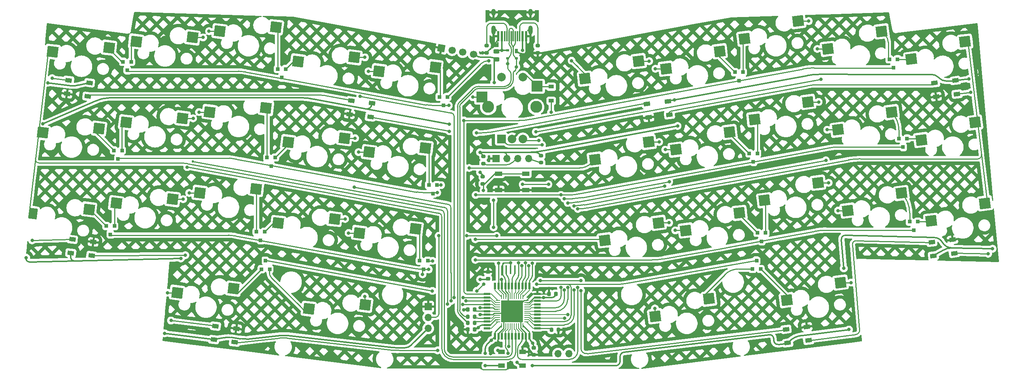
<source format=gbr>
%TF.GenerationSoftware,KiCad,Pcbnew,(6.0.4)*%
%TF.CreationDate,2022-05-08T12:30:25-05:00*%
%TF.ProjectId,LeChiffre-HE,4c654368-6966-4667-9265-2d48452e6b69,rev?*%
%TF.SameCoordinates,Original*%
%TF.FileFunction,Copper,L2,Bot*%
%TF.FilePolarity,Positive*%
%FSLAX46Y46*%
G04 Gerber Fmt 4.6, Leading zero omitted, Abs format (unit mm)*
G04 Created by KiCad (PCBNEW (6.0.4)) date 2022-05-08 12:30:25*
%MOMM*%
%LPD*%
G01*
G04 APERTURE LIST*
G04 Aperture macros list*
%AMRoundRect*
0 Rectangle with rounded corners*
0 $1 Rounding radius*
0 $2 $3 $4 $5 $6 $7 $8 $9 X,Y pos of 4 corners*
0 Add a 4 corners polygon primitive as box body*
4,1,4,$2,$3,$4,$5,$6,$7,$8,$9,$2,$3,0*
0 Add four circle primitives for the rounded corners*
1,1,$1+$1,$2,$3*
1,1,$1+$1,$4,$5*
1,1,$1+$1,$6,$7*
1,1,$1+$1,$8,$9*
0 Add four rect primitives between the rounded corners*
20,1,$1+$1,$2,$3,$4,$5,0*
20,1,$1+$1,$4,$5,$6,$7,0*
20,1,$1+$1,$6,$7,$8,$9,0*
20,1,$1+$1,$8,$9,$2,$3,0*%
%AMHorizOval*
0 Thick line with rounded ends*
0 $1 width*
0 $2 $3 position (X,Y) of the first rounded end (center of the circle)*
0 $4 $5 position (X,Y) of the second rounded end (center of the circle)*
0 Add line between two ends*
20,1,$1,$2,$3,$4,$5,0*
0 Add two circle primitives to create the rounded ends*
1,1,$1,$2,$3*
1,1,$1,$4,$5*%
%AMRotRect*
0 Rectangle, with rotation*
0 The origin of the aperture is its center*
0 $1 length*
0 $2 width*
0 $3 Rotation angle, in degrees counterclockwise*
0 Add horizontal line*
21,1,$1,$2,0,0,$3*%
%AMOutline5P*
0 Free polygon, 5 corners , with rotation*
0 The origin of the aperture is its center*
0 number of corners: always 5*
0 $1 to $10 corner X, Y*
0 $11 Rotation angle, in degrees counterclockwise*
0 create outline with 5 corners*
4,1,5,$1,$2,$3,$4,$5,$6,$7,$8,$9,$10,$1,$2,$11*%
%AMOutline6P*
0 Free polygon, 6 corners , with rotation*
0 The origin of the aperture is its center*
0 number of corners: always 6*
0 $1 to $12 corner X, Y*
0 $13 Rotation angle, in degrees counterclockwise*
0 create outline with 6 corners*
4,1,6,$1,$2,$3,$4,$5,$6,$7,$8,$9,$10,$11,$12,$1,$2,$13*%
%AMOutline7P*
0 Free polygon, 7 corners , with rotation*
0 The origin of the aperture is its center*
0 number of corners: always 7*
0 $1 to $14 corner X, Y*
0 $15 Rotation angle, in degrees counterclockwise*
0 create outline with 7 corners*
4,1,7,$1,$2,$3,$4,$5,$6,$7,$8,$9,$10,$11,$12,$13,$14,$1,$2,$15*%
%AMOutline8P*
0 Free polygon, 8 corners , with rotation*
0 The origin of the aperture is its center*
0 number of corners: always 8*
0 $1 to $16 corner X, Y*
0 $17 Rotation angle, in degrees counterclockwise*
0 create outline with 8 corners*
4,1,8,$1,$2,$3,$4,$5,$6,$7,$8,$9,$10,$11,$12,$13,$14,$15,$16,$1,$2,$17*%
G04 Aperture macros list end*
%TA.AperFunction,NonConductor*%
%ADD10C,0.375000*%
%TD*%
%TA.AperFunction,NonConductor*%
%ADD11C,0.250000*%
%TD*%
%TA.AperFunction,NonConductor*%
%ADD12C,0.370000*%
%TD*%
%TA.AperFunction,SMDPad,CuDef*%
%ADD13RotRect,2.550000X2.500000X353.000000*%
%TD*%
%TA.AperFunction,SMDPad,CuDef*%
%ADD14RotRect,2.000000X2.500000X353.000000*%
%TD*%
%TA.AperFunction,SMDPad,CuDef*%
%ADD15RotRect,2.550000X2.500000X7.000000*%
%TD*%
%TA.AperFunction,ComponentPad*%
%ADD16R,1.700000X1.700000*%
%TD*%
%TA.AperFunction,ComponentPad*%
%ADD17O,1.700000X1.700000*%
%TD*%
%TA.AperFunction,ComponentPad*%
%ADD18R,2.000000X2.000000*%
%TD*%
%TA.AperFunction,ComponentPad*%
%ADD19C,2.000000*%
%TD*%
%TA.AperFunction,ComponentPad*%
%ADD20C,2.800000*%
%TD*%
%TA.AperFunction,SMDPad,CuDef*%
%ADD21R,2.550000X2.500000*%
%TD*%
%TA.AperFunction,SMDPad,CuDef*%
%ADD22RoundRect,0.225000X0.225000X0.250000X-0.225000X0.250000X-0.225000X-0.250000X0.225000X-0.250000X0*%
%TD*%
%TA.AperFunction,SMDPad,CuDef*%
%ADD23RoundRect,0.225000X-0.250000X0.225000X-0.250000X-0.225000X0.250000X-0.225000X0.250000X0.225000X0*%
%TD*%
%TA.AperFunction,SMDPad,CuDef*%
%ADD24RoundRect,0.225000X0.250000X-0.225000X0.250000X0.225000X-0.250000X0.225000X-0.250000X-0.225000X0*%
%TD*%
%TA.AperFunction,SMDPad,CuDef*%
%ADD25RoundRect,0.243750X0.456250X-0.243750X0.456250X0.243750X-0.456250X0.243750X-0.456250X-0.243750X0*%
%TD*%
%TA.AperFunction,SMDPad,CuDef*%
%ADD26R,1.500000X0.500000*%
%TD*%
%TA.AperFunction,SMDPad,CuDef*%
%ADD27R,0.500000X1.500000*%
%TD*%
%TA.AperFunction,SMDPad,CuDef*%
%ADD28R,0.600000X2.450000*%
%TD*%
%TA.AperFunction,SMDPad,CuDef*%
%ADD29R,0.300000X2.450000*%
%TD*%
%TA.AperFunction,ComponentPad*%
%ADD30O,1.000000X1.600000*%
%TD*%
%TA.AperFunction,ComponentPad*%
%ADD31O,1.000000X2.100000*%
%TD*%
%TA.AperFunction,SMDPad,CuDef*%
%ADD32RoundRect,0.200000X0.275000X-0.200000X0.275000X0.200000X-0.275000X0.200000X-0.275000X-0.200000X0*%
%TD*%
%TA.AperFunction,SMDPad,CuDef*%
%ADD33RoundRect,0.200000X0.200000X0.275000X-0.200000X0.275000X-0.200000X-0.275000X0.200000X-0.275000X0*%
%TD*%
%TA.AperFunction,SMDPad,CuDef*%
%ADD34RoundRect,0.200000X-0.200000X-0.275000X0.200000X-0.275000X0.200000X0.275000X-0.200000X0.275000X0*%
%TD*%
%TA.AperFunction,SMDPad,CuDef*%
%ADD35RoundRect,0.200000X-0.275000X0.200000X-0.275000X-0.200000X0.275000X-0.200000X0.275000X0.200000X0*%
%TD*%
%TA.AperFunction,SMDPad,CuDef*%
%ADD36R,1.700000X1.000000*%
%TD*%
%TA.AperFunction,SMDPad,CuDef*%
%ADD37RotRect,1.500000X1.000000X353.000000*%
%TD*%
%TA.AperFunction,SMDPad,CuDef*%
%ADD38RotRect,1.500000X1.000000X173.000000*%
%TD*%
%TA.AperFunction,SMDPad,CuDef*%
%ADD39RotRect,1.500000X1.000000X187.000000*%
%TD*%
%TA.AperFunction,SMDPad,CuDef*%
%ADD40RotRect,1.500000X1.000000X7.000000*%
%TD*%
%TA.AperFunction,SMDPad,CuDef*%
%ADD41R,1.500000X1.000000*%
%TD*%
%TA.AperFunction,SMDPad,CuDef*%
%ADD42RoundRect,0.066667X-0.333333X0.383333X-0.333333X-0.383333X0.333333X-0.383333X0.333333X0.383333X0*%
%TD*%
%TA.AperFunction,SMDPad,CuDef*%
%ADD43Outline5P,-0.450000X0.400000X0.450000X0.400000X0.450000X-0.240000X0.290000X-0.400000X-0.450000X-0.400000X270.000000*%
%TD*%
%TA.AperFunction,SMDPad,CuDef*%
%ADD44RoundRect,0.066667X0.333333X-0.383333X0.333333X0.383333X-0.333333X0.383333X-0.333333X-0.383333X0*%
%TD*%
%TA.AperFunction,SMDPad,CuDef*%
%ADD45Outline5P,-0.450000X0.400000X0.450000X0.400000X0.450000X-0.240000X0.290000X-0.400000X-0.450000X-0.400000X90.000000*%
%TD*%
%TA.AperFunction,SMDPad,CuDef*%
%ADD46R,0.700000X1.000000*%
%TD*%
%TA.AperFunction,SMDPad,CuDef*%
%ADD47R,0.700000X0.600000*%
%TD*%
%TA.AperFunction,SMDPad,CuDef*%
%ADD48R,1.200000X0.900000*%
%TD*%
%TA.AperFunction,SMDPad,CuDef*%
%ADD49RoundRect,0.062500X-0.475000X-0.062500X0.475000X-0.062500X0.475000X0.062500X-0.475000X0.062500X0*%
%TD*%
%TA.AperFunction,SMDPad,CuDef*%
%ADD50RoundRect,0.062500X-0.062500X-0.475000X0.062500X-0.475000X0.062500X0.475000X-0.062500X0.475000X0*%
%TD*%
%TA.AperFunction,SMDPad,CuDef*%
%ADD51R,5.200000X5.200000*%
%TD*%
%TA.AperFunction,ComponentPad*%
%ADD52RotRect,1.700000X1.700000X259.500000*%
%TD*%
%TA.AperFunction,ComponentPad*%
%ADD53HorizOval,1.700000X0.000000X0.000000X0.000000X0.000000X0*%
%TD*%
%TA.AperFunction,SMDPad,CuDef*%
%ADD54R,0.300000X2.000000*%
%TD*%
%TA.AperFunction,ViaPad*%
%ADD55C,0.800000*%
%TD*%
%TA.AperFunction,ViaPad*%
%ADD56C,0.600000*%
%TD*%
%TA.AperFunction,Conductor*%
%ADD57C,0.250000*%
%TD*%
%TA.AperFunction,Conductor*%
%ADD58C,0.375000*%
%TD*%
%TA.AperFunction,Conductor*%
%ADD59C,0.200000*%
%TD*%
G04 APERTURE END LIST*
D10*
X60710000Y-95370000D02*
X25340000Y-96190000D01*
D11*
X183540000Y-55190000D02*
X194715000Y-53135000D01*
X177955000Y-60365000D02*
X206965000Y-55015000D01*
D10*
X199168660Y-114638807D02*
X199121340Y-114081193D01*
X44300000Y-57780000D02*
X88710000Y-57800000D01*
D12*
X35000000Y-95130000D02*
G75*
G03*
X35820000Y-95950000I820000J0D01*
G01*
D10*
X44300000Y-57779994D02*
G75*
G03*
X40370000Y-58720000I114900J-9165706D01*
G01*
D11*
X218260007Y-113180095D02*
G75*
G03*
X219170000Y-112040000I-68007J987495D01*
G01*
X94510000Y-57290000D02*
X100530000Y-58395000D01*
X155732180Y-83540546D02*
X176030000Y-79800000D01*
D10*
X110120001Y-116219992D02*
G75*
G03*
X111860000Y-116310000I1396699J10136992D01*
G01*
X39210000Y-54280000D02*
X36940000Y-54790000D01*
X68527500Y-114322500D02*
X56910000Y-112890000D01*
X240906652Y-92909998D02*
G75*
G03*
X238458701Y-93572677I-202552J-4104502D01*
G01*
D11*
X176030000Y-79800000D02*
X196327820Y-76059454D01*
D10*
X35060000Y-54959999D02*
G75*
G03*
X36940000Y-54790000I592200J3931299D01*
G01*
X28470000Y-63890000D02*
X40370000Y-58720000D01*
D11*
X85460000Y-113990000D02*
X110010000Y-116810000D01*
X73689999Y-72170004D02*
G75*
G03*
X72100000Y-71910000I-2846499J-12415496D01*
G01*
D10*
X91830000Y-58150000D02*
X103970000Y-60380000D01*
D11*
X121629921Y-85619995D02*
G75*
G03*
X120940000Y-84760000I-816021J52095D01*
G01*
D10*
X199168667Y-114638806D02*
G75*
G03*
X200269460Y-115495108I940633J73506D01*
G01*
D11*
X223030000Y-54765000D02*
X236375000Y-54775000D01*
X244350000Y-43935000D02*
X248930000Y-81785000D01*
D10*
X202370000Y-115200000D02*
X202700000Y-114870000D01*
X205810000Y-113390000D02*
X216700000Y-112030000D01*
X103970000Y-60380000D02*
X116110000Y-62610000D01*
D11*
X211430000Y-88780002D02*
G75*
G03*
X208710000Y-89040000I-299600J-11223498D01*
G01*
X73480000Y-90110000D02*
X81980000Y-91660000D01*
X209685000Y-54755000D02*
X223030000Y-54765000D01*
X154852180Y-82810546D02*
X175150000Y-79070000D01*
D10*
X240906652Y-92910000D02*
X250250000Y-93110000D01*
X74560000Y-114137194D02*
G75*
G03*
X76270000Y-114240000I1441200J9698994D01*
G01*
D11*
X219361280Y-72087818D02*
G75*
G03*
X216625640Y-72318908I-330780J-12391982D01*
G01*
D10*
X236450000Y-94740000D02*
X238458701Y-93572677D01*
D11*
X68755000Y-111155000D02*
X58400000Y-109900000D01*
X218460000Y-91230000D02*
X236203171Y-91671781D01*
D10*
X35000000Y-95130000D02*
X34980000Y-94010000D01*
X215881386Y-89974194D02*
X236560000Y-90490000D01*
D11*
X181180000Y-58830000D02*
X210190000Y-53480000D01*
D10*
X29630000Y-54290000D02*
X35060000Y-54960000D01*
X200269460Y-115495108D02*
X202862500Y-115185000D01*
D11*
X132870000Y-65820000D02*
X169695000Y-59015000D01*
X152510000Y-83059997D02*
G75*
G03*
X154852180Y-82810546I54000J10613497D01*
G01*
X85460001Y-113989993D02*
G75*
G03*
X83770000Y-114000000I-815001J-5071107D01*
G01*
D10*
X175927500Y-58325000D02*
X207067500Y-52585000D01*
X145560000Y-70130000D02*
X176700000Y-64390000D01*
X164221192Y-117299188D02*
G75*
G03*
X163270000Y-118400000I80608J-1031012D01*
G01*
D11*
X95720000Y-79295000D02*
X121510000Y-84040000D01*
D10*
X244675000Y-53400000D02*
X241825000Y-53750000D01*
X85660000Y-113380000D02*
X110120000Y-116220000D01*
D11*
X246750003Y-72089926D02*
G75*
G03*
X247630000Y-71050000I33997J863526D01*
G01*
X62140000Y-73165000D02*
X95720000Y-79295000D01*
X164960000Y-101180000D02*
X177931219Y-98870000D01*
D10*
X238509987Y-91600007D02*
G75*
G03*
X236560000Y-90490000I-1881787J-1037993D01*
G01*
X85660000Y-113380000D02*
G75*
G03*
X83960000Y-113380000I-850000J-5720252D01*
G01*
D11*
X80430000Y-95842500D02*
X119530000Y-102997500D01*
X30660000Y-53200000D02*
X34540000Y-53700000D01*
X29780000Y-46180000D02*
X25260000Y-85010000D01*
X84420000Y-53320000D02*
X118000000Y-59450000D01*
X130269128Y-66011876D02*
G75*
G03*
X132870000Y-65820000I546572J10314576D01*
G01*
X122938214Y-84269997D02*
G75*
G03*
X122248255Y-83410000I-816014J52097D01*
G01*
X91070000Y-57140000D02*
X92803658Y-57127677D01*
D10*
X215881383Y-89974220D02*
G75*
G03*
X214941386Y-90964194I-83283J-862180D01*
G01*
X174452500Y-58595000D02*
X175927500Y-58325000D01*
D11*
X26769373Y-72079986D02*
G75*
G03*
X27566704Y-73040000I789727J-155214D01*
G01*
D10*
X74560000Y-114137192D02*
X72470000Y-113872808D01*
D11*
X190902438Y-96560000D02*
X195376219Y-95765000D01*
X153390000Y-83789997D02*
G75*
G03*
X155732180Y-83540546I54000J10613497D01*
G01*
X194715000Y-53135000D02*
X205890000Y-51080000D01*
D10*
X116110000Y-62610000D02*
X123340000Y-63940000D01*
D11*
X153372180Y-82150546D02*
X173670000Y-78410000D01*
X118000000Y-59450000D02*
G75*
G03*
X119700000Y-59600000I1514900J7460500D01*
G01*
X218459996Y-91230040D02*
G75*
G03*
X217520000Y-92220000I-83196J-862260D01*
G01*
X246750000Y-72090000D02*
X220880000Y-72090000D01*
X151030000Y-82399997D02*
G75*
G03*
X153372180Y-82150546I54000J10613497D01*
G01*
D10*
X238510006Y-91599996D02*
G75*
G03*
X240790000Y-92910000I2238794J1257396D01*
G01*
D11*
X175324996Y-60849974D02*
G75*
G03*
X174600000Y-61725000I118604J-836126D01*
G01*
X186360000Y-93150000D02*
X197535000Y-91095000D01*
X104860000Y-62260000D02*
X123410000Y-65620000D01*
D10*
X142230000Y-70550000D02*
G75*
G03*
X145560000Y-70130000I-211100J15084800D01*
G01*
D11*
X162260000Y-101430011D02*
G75*
G03*
X164960000Y-101180000I354800J10872711D01*
G01*
D12*
X24560012Y-95240002D02*
G75*
G03*
X25340000Y-96190000I779988J-154798D01*
G01*
D11*
X175150000Y-79070000D02*
X195447820Y-75329454D01*
D10*
X223132500Y-52335000D02*
X234850000Y-52350000D01*
X215500000Y-97690000D02*
X214941386Y-90964194D01*
D11*
X139720000Y-63090011D02*
G75*
G03*
X142400000Y-62810000I322400J9879511D01*
G01*
X63540000Y-72660000D02*
X97120000Y-78790000D01*
X196327820Y-76059454D02*
X216625640Y-72318908D01*
X153710000Y-80270000D02*
X189310000Y-73710000D01*
X151010000Y-80520011D02*
G75*
G03*
X153710000Y-80270000I354800J10872711D01*
G01*
X119140000Y-84440000D02*
X120940000Y-84760000D01*
X129720000Y-65990000D02*
X130269128Y-66011867D01*
X189310000Y-73710000D02*
X200485000Y-71655000D01*
X245175000Y-56500000D02*
X242221875Y-56850000D01*
X154130000Y-116360000D02*
X154130000Y-102880000D01*
X195447820Y-75329454D02*
X211310000Y-72420000D01*
X101180000Y-78670000D02*
X123068255Y-82673784D01*
X143590000Y-65780000D02*
X181180000Y-58830000D01*
X117470000Y-80000000D02*
X119810000Y-80000000D01*
X102590000Y-57460000D02*
X123828255Y-61310000D01*
X123758231Y-83533782D02*
G75*
G03*
X123068255Y-82673784I-816031J52082D01*
G01*
X73690000Y-72170000D02*
X82190000Y-73720000D01*
D10*
X103969990Y-60380048D02*
G75*
G03*
X105280000Y-59320000I213410J1075748D01*
G01*
D11*
X61740000Y-94610000D02*
X39950000Y-94690000D01*
X75810000Y-51760000D02*
X84310000Y-53310000D01*
X145950000Y-62140000D02*
X183540000Y-55190000D01*
X207190000Y-114580000D02*
X218260000Y-113190000D01*
X82190000Y-73720000D02*
X115770000Y-79850000D01*
X219170000Y-112040000D02*
X217520000Y-92220000D01*
X200485000Y-71655000D02*
X211660000Y-69600000D01*
X73560000Y-115140000D02*
X83770000Y-114000000D01*
X122199921Y-84899995D02*
G75*
G03*
X121510000Y-84040000I-816021J52095D01*
G01*
X62139999Y-73165006D02*
G75*
G03*
X60460000Y-73040000I-1434699J-7929894D01*
G01*
X95760000Y-80120000D02*
X113580000Y-83430000D01*
X152150000Y-81390006D02*
G75*
G03*
X154442180Y-81140546I5200J10607906D01*
G01*
X27566704Y-73040000D02*
X28440000Y-73040000D01*
X115560000Y-97790000D02*
G75*
G03*
X117260000Y-97940000I1514900J7460500D01*
G01*
D10*
X209787500Y-52325000D02*
X223132500Y-52335000D01*
X72469998Y-113872824D02*
G75*
G03*
X70710000Y-113930000I-722898J-4864476D01*
G01*
D11*
X97120000Y-78790000D02*
X122248255Y-83410000D01*
X197535000Y-91095000D02*
X208710000Y-89040000D01*
X208610000Y-50820002D02*
G75*
G03*
X205890000Y-51080000I-299600J-11223498D01*
G01*
X75809997Y-51760011D02*
G75*
G03*
X74130000Y-51590000I-1406397J-5511989D01*
G01*
X35340000Y-90930000D02*
X25940000Y-91160000D01*
X124518214Y-62169997D02*
G75*
G03*
X123828255Y-61310000I-816014J52097D01*
G01*
X142400000Y-62810000D02*
X145950000Y-62140000D01*
X241280000Y-94135000D02*
X249240000Y-94300000D01*
X209685000Y-54755007D02*
G75*
G03*
X206965000Y-55015000I-299600J-11223693D01*
G01*
X214380000Y-69340002D02*
G75*
G03*
X211660000Y-69600000I-299600J-11223498D01*
G01*
X154442180Y-81140546D02*
X174740000Y-77400000D01*
X175325000Y-60850000D02*
X177955000Y-60365000D01*
X94509997Y-57290012D02*
G75*
G03*
X92803658Y-57127677I-1417097J-5846388D01*
G01*
X62180000Y-73990000D02*
X95760000Y-80120000D01*
X113580000Y-83430000D02*
X119140000Y-84440000D01*
X154130011Y-116360001D02*
G75*
G03*
X155530000Y-117630000I1216889J-65199D01*
G01*
D10*
X70710000Y-113930000D02*
X68720000Y-114230000D01*
X76270000Y-114240000D02*
X83960000Y-113380000D01*
D11*
X155530000Y-117630000D02*
X202019674Y-112045400D01*
X170688781Y-95710006D02*
G75*
G03*
X173388781Y-95460000I354819J10872706D01*
G01*
X141880000Y-71990000D02*
X144850000Y-73020000D01*
X110010001Y-116809993D02*
G75*
G03*
X111718537Y-116880782I1258099J9711393D01*
G01*
X115770000Y-79850000D02*
G75*
G03*
X117470000Y-80000000I1514900J7460500D01*
G01*
X177931219Y-98870000D02*
X190902438Y-96560000D01*
D10*
X164221193Y-117299200D02*
X198020540Y-113230000D01*
D11*
X81980000Y-91660000D02*
X115560000Y-97790000D01*
D10*
X163270000Y-118400000D02*
X163270000Y-119410000D01*
D11*
X173388781Y-95460000D02*
X186360000Y-93150000D01*
D10*
X199121409Y-114081188D02*
G75*
G03*
X198020540Y-113230000I-936109J-73212D01*
G01*
D11*
X73479997Y-90110011D02*
G75*
G03*
X71800000Y-89940000I-1406397J-5511989D01*
G01*
D10*
X205810000Y-113390002D02*
G75*
G03*
X202700000Y-114870000I297900J-4633598D01*
G01*
X91829998Y-58150007D02*
G75*
G03*
X88710000Y-57800000I-2919498J-11943693D01*
G01*
D11*
X119700000Y-59600000D02*
X122250000Y-59600000D01*
D10*
X209787500Y-52324991D02*
G75*
G03*
X207067500Y-52585000I-301200J-11206309D01*
G01*
D13*
X30783163Y-47044510D03*
X43923355Y-46098849D03*
X28461552Y-65952514D03*
X41601744Y-65006853D03*
D14*
X26139941Y-84860519D03*
D13*
X39280133Y-83914858D03*
X50271570Y-44639121D03*
X63411762Y-43693459D03*
X47949959Y-63547125D03*
X61090151Y-62601463D03*
X45628348Y-82455130D03*
X58768540Y-81509468D03*
X67438366Y-61141734D03*
X80578558Y-60196073D03*
X65116755Y-80049739D03*
X78256947Y-79104078D03*
X88087578Y-49282343D03*
X101227770Y-48336681D03*
X85765967Y-68190347D03*
X98906159Y-67244685D03*
X83444356Y-87098352D03*
X96584548Y-86152690D03*
X106995582Y-51603953D03*
X120135774Y-50658292D03*
X104673971Y-70511957D03*
X117814163Y-69566296D03*
X102352361Y-89419962D03*
X115492553Y-88474301D03*
X90576747Y-107167161D03*
X103716939Y-106221499D03*
D15*
X155070039Y-53330843D03*
X167591135Y-49234371D03*
X157391650Y-72238847D03*
X169912746Y-68142375D03*
X159713260Y-91146852D03*
X172234356Y-87050380D03*
X171488874Y-108894050D03*
X184009970Y-104797578D03*
X173978043Y-51009232D03*
X186499139Y-46912760D03*
X176299654Y-69917236D03*
X188820750Y-65820764D03*
X178621265Y-88825241D03*
X191142361Y-84728769D03*
X202214133Y-105121463D03*
X214735229Y-101024991D03*
X192305644Y-43960620D03*
X204826740Y-39864148D03*
X194627255Y-62868624D03*
X207148351Y-58772152D03*
X196948866Y-81776629D03*
X209469962Y-77680157D03*
X211794051Y-46366010D03*
X224315147Y-42269538D03*
X214115662Y-65274014D03*
X226636758Y-61177542D03*
X216437273Y-84182019D03*
X228958369Y-80085547D03*
X231282458Y-48771400D03*
X243803554Y-44674928D03*
X233604069Y-67679404D03*
X246125165Y-63582932D03*
X235925680Y-86587409D03*
X248446776Y-82490937D03*
D16*
X118470000Y-106640000D03*
D17*
X118470000Y-109180000D03*
X118470000Y-111720000D03*
D16*
X134265000Y-72000000D03*
D17*
X136805000Y-72000000D03*
X139345000Y-72000000D03*
X141885000Y-72000000D03*
D13*
X59851488Y-103394573D03*
X72991680Y-102448912D03*
X69759977Y-42233730D03*
X82900169Y-41288069D03*
D18*
X135565000Y-67440000D03*
D19*
X140565000Y-67440000D03*
X138065000Y-67440000D03*
D20*
X143665000Y-59940000D03*
X132465000Y-59940000D03*
D19*
X140565000Y-52940000D03*
X135565000Y-52940000D03*
D21*
X130980000Y-57650000D03*
X143907000Y-55110000D03*
D17*
X151295000Y-117645000D03*
X148755000Y-117645000D03*
D22*
X148250000Y-103650000D03*
X146700000Y-103650000D03*
D23*
X143100000Y-116325000D03*
X143100000Y-117875000D03*
D22*
X129275000Y-107350000D03*
X127725000Y-107350000D03*
X129275000Y-112000000D03*
X127725000Y-112000000D03*
D24*
X132400000Y-100090000D03*
X132400000Y-98540000D03*
D25*
X134350000Y-48837500D03*
X134350000Y-46962500D03*
D26*
X132165000Y-111720000D03*
X132165000Y-110920000D03*
X132165000Y-110120000D03*
X132165000Y-109320000D03*
X132165000Y-108520000D03*
X132165000Y-107720000D03*
X132165000Y-106920000D03*
X132165000Y-106120000D03*
X132165000Y-105320000D03*
X132165000Y-104520000D03*
X132165000Y-103720000D03*
D27*
X134065000Y-101820000D03*
X134865000Y-101820000D03*
X135665000Y-101820000D03*
X136465000Y-101820000D03*
X137265000Y-101820000D03*
X138065000Y-101820000D03*
X138865000Y-101820000D03*
X139665000Y-101820000D03*
X140465000Y-101820000D03*
X141265000Y-101820000D03*
X142065000Y-101820000D03*
D26*
X143965000Y-103720000D03*
X143965000Y-104520000D03*
X143965000Y-105320000D03*
X143965000Y-106120000D03*
X143965000Y-106920000D03*
X143965000Y-107720000D03*
X143965000Y-108520000D03*
X143965000Y-109320000D03*
X143965000Y-110120000D03*
X143965000Y-110920000D03*
X143965000Y-111720000D03*
D27*
X142065000Y-113620000D03*
X141265000Y-113620000D03*
X140465000Y-113620000D03*
X139665000Y-113620000D03*
X138865000Y-113620000D03*
X138065000Y-113620000D03*
X137265000Y-113620000D03*
X136465000Y-113620000D03*
X135665000Y-113620000D03*
X134865000Y-113620000D03*
X134065000Y-113620000D03*
D28*
X134840000Y-43395000D03*
X135615000Y-43395000D03*
D29*
X136315000Y-43395000D03*
X136815000Y-43395000D03*
X137315000Y-43395000D03*
X137815000Y-43395000D03*
X138315000Y-43395000D03*
X138815000Y-43395000D03*
X139315000Y-43395000D03*
X139815000Y-43395000D03*
D28*
X140515000Y-43395000D03*
X141290000Y-43395000D03*
D30*
X142385000Y-37800000D03*
X133745000Y-37800000D03*
D31*
X142385000Y-41980000D03*
X133745000Y-41980000D03*
D32*
X132125000Y-47275000D03*
X132125000Y-45625000D03*
X144000000Y-47275000D03*
X144000000Y-45625000D03*
D33*
X129325000Y-108975000D03*
X127675000Y-108975000D03*
D34*
X127675000Y-110475000D03*
X129325000Y-110475000D03*
D35*
X131210000Y-76265000D03*
X131210000Y-77915000D03*
D33*
X148865000Y-112070000D03*
X147215000Y-112070000D03*
D36*
X141215000Y-79350000D03*
X134915000Y-79350000D03*
X134915000Y-75550000D03*
X141215000Y-75550000D03*
D32*
X131360000Y-73165000D03*
X131360000Y-71515000D03*
X144840000Y-72985000D03*
X144840000Y-71335000D03*
D37*
X68393271Y-114379494D03*
X68783253Y-111203346D03*
X73646729Y-111800506D03*
X73256747Y-114976654D03*
D38*
X39366729Y-54290506D03*
X38976747Y-57466654D03*
X34113271Y-56869494D03*
X34503253Y-53693346D03*
X105356729Y-59090506D03*
X104966747Y-62266654D03*
X100103271Y-61669494D03*
X100493253Y-58493346D03*
D39*
X174406747Y-58623346D03*
X174796729Y-61799494D03*
X169933253Y-62396654D03*
X169543271Y-59220506D03*
D40*
X236423253Y-94776654D03*
X236033271Y-91600506D03*
X240896747Y-91003346D03*
X241286729Y-94179494D03*
X202403253Y-115136654D03*
X202013271Y-111960506D03*
X206876747Y-111363346D03*
X207266729Y-114539494D03*
D41*
X135610000Y-120450000D03*
X135610000Y-117250000D03*
X140510000Y-117250000D03*
X140510000Y-120450000D03*
D37*
X34993271Y-94099494D03*
X35383253Y-90923346D03*
X40246729Y-91520506D03*
X39856747Y-94696654D03*
D39*
X241546747Y-53763346D03*
X241936729Y-56939494D03*
X237073253Y-57536654D03*
X236683271Y-54360506D03*
D42*
X118600000Y-78220000D03*
X120500000Y-78220000D03*
D43*
X119550000Y-80220000D03*
D44*
X81430000Y-97890000D03*
X79530000Y-97890000D03*
D45*
X80480000Y-95890000D03*
D46*
X139025000Y-46900000D03*
D47*
X139025000Y-48600000D03*
X137025000Y-48600000D03*
X137025000Y-46700000D03*
D42*
X80830000Y-71770000D03*
X82730000Y-71770000D03*
D43*
X81780000Y-73770000D03*
D42*
X190060000Y-51810000D03*
X191960000Y-51810000D03*
D43*
X191010000Y-53810000D03*
D48*
X147180000Y-58500000D03*
X147180000Y-55200000D03*
D49*
X134727500Y-110210000D03*
X134727501Y-109710000D03*
X134727500Y-109210000D03*
X134727500Y-108710000D03*
X134727501Y-108210000D03*
X134727500Y-107710000D03*
X134727501Y-107210000D03*
X134727500Y-106710000D03*
X134727500Y-106210000D03*
X134727501Y-105710000D03*
X134727500Y-105210000D03*
D50*
X135565000Y-104372500D03*
X136065000Y-104372501D03*
X136565000Y-104372500D03*
X137065000Y-104372500D03*
X137565000Y-104372501D03*
X138065000Y-104372500D03*
X138565000Y-104372501D03*
X139065000Y-104372500D03*
X139565000Y-104372500D03*
X140065000Y-104372501D03*
X140565000Y-104372500D03*
D49*
X141402500Y-105210000D03*
X141402499Y-105710000D03*
X141402500Y-106210000D03*
X141402500Y-106710000D03*
X141402499Y-107210000D03*
X141402500Y-107710000D03*
X141402499Y-108210000D03*
X141402500Y-108710000D03*
X141402500Y-109210000D03*
X141402499Y-109710000D03*
X141402500Y-110210000D03*
D50*
X140565000Y-111047500D03*
X140065000Y-111047499D03*
X139565000Y-111047500D03*
X139065000Y-111047500D03*
X138565000Y-111047500D03*
X138065000Y-111047500D03*
X137565000Y-111047499D03*
X137065000Y-111047500D03*
X136565000Y-111047500D03*
X136065000Y-111047499D03*
X135565000Y-111047500D03*
D51*
X138065000Y-107710000D03*
D42*
X193420000Y-70800000D03*
X195320000Y-70800000D03*
D43*
X194370000Y-72800000D03*
D42*
X116450000Y-95925000D03*
X118350000Y-95925000D03*
D43*
X117400000Y-97925000D03*
D42*
X226140000Y-48800000D03*
X228040000Y-48800000D03*
D43*
X227090000Y-50800000D03*
D44*
X196090000Y-97850000D03*
X194190000Y-97850000D03*
D45*
X195140000Y-95850000D03*
D42*
X230870000Y-86770000D03*
X232770000Y-86770000D03*
D43*
X231820000Y-88770000D03*
D42*
X228370000Y-67340000D03*
X230270000Y-67340000D03*
D43*
X229320000Y-69340000D03*
D42*
X45070000Y-70120000D03*
X46970000Y-70120000D03*
D43*
X46020000Y-72120000D03*
D42*
X121070000Y-57600000D03*
X122970000Y-57600000D03*
D43*
X122020000Y-59600000D03*
D42*
X47210000Y-49380000D03*
X49110000Y-49380000D03*
D43*
X48160000Y-51380000D03*
D42*
X195320000Y-89380000D03*
X197220000Y-89380000D03*
D43*
X196270000Y-91380000D03*
D52*
X121539076Y-46202087D03*
D53*
X124036543Y-46664965D03*
X126534011Y-47127843D03*
X129031478Y-47590722D03*
D54*
X138685000Y-98050000D03*
X137660000Y-98050000D03*
X136635000Y-98050000D03*
D42*
X83310000Y-51070000D03*
X85210000Y-51070000D03*
D43*
X84260000Y-53070000D03*
D42*
X78350000Y-89150000D03*
X80250000Y-89150000D03*
D43*
X79300000Y-91150000D03*
D42*
X43290000Y-87800000D03*
X45190000Y-87800000D03*
D43*
X44240000Y-89800000D03*
D55*
X161890000Y-119150000D03*
X118320000Y-113520000D03*
X165810000Y-120720000D03*
X193750000Y-117430000D03*
X82210000Y-117340000D03*
X95240000Y-118930000D03*
X170220000Y-120150000D03*
X127830000Y-95080000D03*
X130600000Y-108500000D03*
X37450000Y-47000000D03*
X144200000Y-52600000D03*
X133425000Y-45875000D03*
X237850000Y-70200000D03*
X146700000Y-102400000D03*
X135150000Y-60400000D03*
X35000000Y-65800000D03*
X240350000Y-89150000D03*
X130440000Y-120490000D03*
X236300000Y-93200000D03*
X126500000Y-112000000D03*
X129250000Y-97050000D03*
X144000000Y-48400000D03*
X196500000Y-96200000D03*
X92700000Y-68500000D03*
X132150000Y-64600000D03*
X56950000Y-44450000D03*
X89700000Y-86900000D03*
X132450000Y-97350000D03*
X132990000Y-117630000D03*
X141290000Y-47490000D03*
X129350000Y-49120000D03*
X137660000Y-96425000D03*
X131650000Y-81750000D03*
X131100000Y-51720000D03*
X231000000Y-69200000D03*
X126800000Y-107400000D03*
X124200000Y-106900000D03*
X137666186Y-119690011D03*
X131180000Y-47280000D03*
X74400000Y-61200000D03*
X133100000Y-79300000D03*
X142850000Y-115175000D03*
X24570000Y-95180000D03*
X133875000Y-54200000D03*
X130570000Y-106940000D03*
X175927500Y-58325000D03*
X131800000Y-120480000D03*
X215500000Y-97700000D03*
X142732989Y-120477011D03*
X244675000Y-53400000D03*
X28470000Y-63890000D03*
X60700000Y-95380000D03*
X130575000Y-70550000D03*
X130575000Y-75225000D03*
X135589500Y-100271568D03*
X130175000Y-111525000D03*
X133175000Y-114525000D03*
X56920000Y-112890000D03*
X131800000Y-117604500D03*
X250250000Y-93100000D03*
X145355000Y-104520000D03*
X216700000Y-112020000D03*
X176690000Y-64390000D03*
X123340000Y-63940000D03*
X130580000Y-100270000D03*
X29640000Y-54290000D03*
X170069888Y-49230000D03*
X151030270Y-102155353D03*
X173660000Y-78410000D03*
X151030000Y-82400000D03*
X174719888Y-87040000D03*
X172389888Y-68140000D03*
X171390000Y-107060000D03*
X123263787Y-59600000D03*
X126760000Y-63090000D03*
X149460000Y-102154500D03*
X120570000Y-80000000D03*
X149460000Y-80520000D03*
X129549584Y-80520000D03*
X102590000Y-57460000D03*
X99059888Y-86150000D03*
X101379888Y-67240000D03*
X103689888Y-48340000D03*
X126620000Y-104520000D03*
X124520000Y-104520000D03*
X129460000Y-95710000D03*
X118577929Y-97940000D03*
X117150000Y-99090000D03*
X137250000Y-115980000D03*
X137120000Y-117600000D03*
X139210000Y-119690000D03*
X61249888Y-81510000D03*
X62190000Y-74010000D03*
X63569888Y-62600000D03*
X65891650Y-43693459D03*
X211949888Y-77670000D03*
X152534500Y-83064500D03*
X217209888Y-101020000D03*
X152534500Y-102780000D03*
X209629888Y-58770000D03*
X211310000Y-72420000D03*
X207309888Y-39860000D03*
X122940000Y-106040000D03*
X62640112Y-80050000D03*
D56*
X63540000Y-72660000D03*
D55*
X126524500Y-106120000D03*
X64960112Y-61140000D03*
X57580000Y-103390000D03*
X67280112Y-42230000D03*
X131400000Y-101430000D03*
X129788000Y-102975000D03*
X143800000Y-101430000D03*
X119430000Y-102980000D03*
X147166736Y-61178258D03*
X134865000Y-96505000D03*
X131370000Y-79430000D03*
X133720000Y-88089705D03*
X133720000Y-81773553D03*
X176140112Y-88820000D03*
X173820112Y-69920000D03*
X150250000Y-81390000D03*
X174740000Y-77400000D03*
X150250000Y-102780000D03*
X171500112Y-51010000D03*
X153390000Y-83790000D03*
X153390000Y-102190000D03*
X103680000Y-104280000D03*
X102190112Y-70510000D03*
X99870112Y-89420000D03*
X123760000Y-105320000D03*
X101190000Y-78670000D03*
X127260000Y-105320000D03*
X104510112Y-51600000D03*
X210190000Y-53480000D03*
X211630112Y-65270000D03*
X214160000Y-84180000D03*
X143590000Y-65780000D03*
X141150000Y-96434500D03*
X209320112Y-46370000D03*
X128880000Y-57650000D03*
X137020000Y-49860000D03*
X139025000Y-50570000D03*
X151945000Y-49125000D03*
X132594082Y-49125000D03*
X121470000Y-78220000D03*
X128030000Y-74210000D03*
X119455148Y-95940000D03*
X129451717Y-90883431D03*
X140340000Y-97040000D03*
X139540000Y-96434500D03*
X142740000Y-96450000D03*
X145039000Y-68830000D03*
X141935000Y-97095000D03*
X144314500Y-67790000D03*
X150290000Y-109320000D03*
X151050000Y-108520000D03*
X61740000Y-94610000D03*
X58410000Y-109900000D03*
X30660000Y-53200000D03*
X25970000Y-91150000D03*
X129720000Y-65990000D03*
X123410000Y-65630000D03*
X249200000Y-94290000D03*
X245130000Y-56510000D03*
X144610000Y-100580000D03*
X154130000Y-102880000D03*
X154130000Y-100580000D03*
X146540000Y-78040000D03*
X140520000Y-78040000D03*
X127484500Y-90090000D03*
X120905500Y-90090000D03*
X134444500Y-90090000D03*
X134700000Y-116875000D03*
X120630000Y-116880000D03*
X140500000Y-46675000D03*
X135615000Y-46675000D03*
D57*
X219409096Y-72090000D02*
X220870000Y-72090000D01*
X59560000Y-73040000D02*
X60460000Y-73040000D01*
X28440000Y-73040000D02*
X28620000Y-73040000D01*
X132165000Y-108520000D02*
X130648284Y-108520000D01*
X143100000Y-117875000D02*
X142904950Y-117679950D01*
X136630000Y-121340000D02*
X131170000Y-121340000D01*
X136465000Y-100431187D02*
X136465000Y-101820000D01*
X134865000Y-113620000D02*
X134865000Y-113920406D01*
X140817671Y-105210000D02*
X138317671Y-107710000D01*
X134727501Y-108210000D02*
X137565000Y-108210000D01*
X134865000Y-112915000D02*
X134865000Y-113620000D01*
X137065000Y-106710000D02*
X138065000Y-107710000D01*
X137635000Y-96400000D02*
X136450000Y-96400000D01*
D58*
X134190000Y-115550000D02*
X133612254Y-116127746D01*
D57*
X137660000Y-98050000D02*
X137660000Y-96490000D01*
X141265000Y-112832328D02*
X141265000Y-113620000D01*
X137065000Y-104372500D02*
X137065000Y-106710000D01*
X140065000Y-111047499D02*
X140065000Y-109710000D01*
D58*
X134104609Y-45170391D02*
X132186569Y-47088431D01*
D57*
X138317671Y-107710000D02*
X138065000Y-107710000D01*
D58*
X131192071Y-47275000D02*
X132125000Y-47275000D01*
D57*
X140065000Y-111632328D02*
X141265000Y-112832328D01*
X136465000Y-102969283D02*
X136465000Y-101820000D01*
X130440000Y-120490000D02*
X130440000Y-120610000D01*
D58*
X140533883Y-47525000D02*
X141205503Y-47525000D01*
X140510000Y-117150000D02*
X141349696Y-117150000D01*
D57*
X136065000Y-111047499D02*
X136065000Y-109710000D01*
X140065000Y-109710000D02*
X138065000Y-107710000D01*
X141265000Y-113620000D02*
X141265000Y-113720761D01*
X141402500Y-105210000D02*
X140817671Y-105210000D01*
X136065000Y-111047499D02*
X136065000Y-111715000D01*
D58*
X141290000Y-43395000D02*
X141290000Y-47490000D01*
D57*
X141402500Y-105210000D02*
X142892500Y-103720000D01*
X132165000Y-108520000D02*
X133566942Y-108520000D01*
X133876943Y-108210000D02*
X134727501Y-108210000D01*
X137666186Y-119690011D02*
X137666186Y-120303814D01*
D58*
X141290000Y-47490000D02*
X144097305Y-47490000D01*
D57*
X140065000Y-111047499D02*
X140065000Y-111632328D01*
X142892500Y-103720000D02*
X143965000Y-103720000D01*
X137065000Y-103569282D02*
X136465000Y-102969283D01*
X143965000Y-103720000D02*
X146456006Y-103720000D01*
X137565000Y-108210000D02*
X138065000Y-107710000D01*
X137065000Y-104372500D02*
X137065000Y-103569282D01*
X136065000Y-111715000D02*
X134865000Y-112915000D01*
X136065000Y-109710000D02*
X138065000Y-107710000D01*
X135800000Y-97050000D02*
X135800000Y-98825736D01*
X133566942Y-108520000D02*
X133876943Y-108210000D01*
X136100011Y-99549989D02*
G75*
G02*
X135800000Y-98825736I724289J724289D01*
G01*
X136630000Y-121339986D02*
G75*
G03*
X137666186Y-120303814I0J1036186D01*
G01*
X130600005Y-108499995D02*
G75*
G03*
X130648284Y-108520000I48295J48295D01*
G01*
D58*
X132129990Y-47225000D02*
G75*
G02*
X132186570Y-47088432I193110J0D01*
G01*
D57*
X137635000Y-96400000D02*
G75*
G02*
X137660000Y-96425000I0J-25000D01*
G01*
D58*
X142904938Y-117679962D02*
G75*
G02*
X141265000Y-113720761I3959162J3959162D01*
G01*
D57*
X130440000Y-120610000D02*
G75*
G03*
X131170000Y-121340000I730000J0D01*
G01*
D58*
X132989998Y-117630000D02*
G75*
G02*
X133612254Y-116127746I2124502J0D01*
G01*
D57*
X136465004Y-100431187D02*
G75*
G03*
X136099999Y-99550001I-1246204J-13D01*
G01*
D58*
X134104613Y-45170395D02*
G75*
G03*
X134840000Y-43395000I-1775413J1775395D01*
G01*
D57*
X135800000Y-97050000D02*
G75*
G02*
X136450000Y-96400000I650000J0D01*
G01*
D58*
X141289999Y-47489999D02*
G75*
G02*
X141205503Y-47525000I-84499J84499D01*
G01*
X134189998Y-115549998D02*
G75*
G03*
X134865000Y-113920406I-1629598J1629598D01*
G01*
D57*
X146624999Y-103649999D02*
G75*
G02*
X146456006Y-103720000I-168999J168999D01*
G01*
X131192071Y-47274989D02*
G75*
G03*
X131180001Y-47280001I29J-17111D01*
G01*
D58*
X140533883Y-47525006D02*
G75*
G02*
X139025001Y-46899999I17J2133906D01*
G01*
X143100001Y-117874999D02*
G75*
G03*
X141349696Y-117150000I-1750301J-1750301D01*
G01*
D57*
X135656167Y-101828833D02*
X135665000Y-101820000D01*
D58*
X143100000Y-115955330D02*
X143100000Y-116325000D01*
D57*
X136565000Y-103722666D02*
X135656167Y-102813833D01*
D58*
X239973224Y-53875000D02*
X240375000Y-53875000D01*
D57*
X143177328Y-104520000D02*
X143965000Y-104520000D01*
D58*
X136100000Y-70550000D02*
X143400000Y-70550000D01*
X142609472Y-114934472D02*
X142725000Y-115050000D01*
D57*
X140565000Y-111047500D02*
X142065000Y-112547500D01*
D58*
X145355000Y-104520000D02*
X147262807Y-104520000D01*
D57*
X141402499Y-105710000D02*
X141987328Y-105710000D01*
D58*
X136805000Y-72000000D02*
X136805000Y-71255000D01*
D57*
X135656167Y-102813833D02*
X135656167Y-101828833D01*
D58*
X131050000Y-110950000D02*
X132092574Y-110950000D01*
D57*
X132932672Y-110920000D02*
X132165000Y-110920000D01*
X142065000Y-112547500D02*
X142065000Y-113620000D01*
D58*
X133875000Y-51600000D02*
X133875000Y-54200000D01*
D57*
X134727501Y-109710000D02*
X134142672Y-109710000D01*
D58*
X129912132Y-111787868D02*
X130175000Y-111525000D01*
D57*
X132116716Y-106940000D02*
X130570000Y-106940000D01*
D58*
X130697488Y-75372488D02*
X131375000Y-76050000D01*
X112840000Y-116310000D02*
X112420000Y-116310000D01*
X133875000Y-48828921D02*
X133875000Y-51600000D01*
X235800000Y-52350000D02*
X235960051Y-52350000D01*
D57*
X134065000Y-112547500D02*
X134065000Y-113620000D01*
D58*
X234675000Y-52350000D02*
X235800000Y-52350000D01*
X134297527Y-48785027D02*
X134350000Y-48837500D01*
D57*
X135570000Y-100271568D02*
X135589500Y-100271568D01*
D58*
X240350000Y-53875000D02*
X241814645Y-53875000D01*
X130580000Y-100270000D02*
X132335736Y-100270000D01*
D57*
X135565000Y-111047500D02*
X134065000Y-112547500D01*
X141987328Y-105710000D02*
X143177328Y-104520000D01*
D58*
X130544975Y-75194975D02*
X131500000Y-76150000D01*
X131800000Y-116500000D02*
X131800000Y-117604500D01*
X142732989Y-120477011D02*
X161562989Y-120477011D01*
X237650000Y-53050000D02*
X237820926Y-53220926D01*
X144518155Y-71013155D02*
X144840000Y-71335000D01*
X133175000Y-114525000D02*
X132224265Y-115475735D01*
X130575000Y-70550000D02*
X136100000Y-70550000D01*
X130175000Y-111525000D02*
X130537867Y-111162133D01*
D57*
X133654632Y-106920000D02*
X133944633Y-107210000D01*
D58*
X239400000Y-53875000D02*
X239973224Y-53875000D01*
X161562989Y-120477011D02*
X162192989Y-120477011D01*
D57*
X148225000Y-103742158D02*
X148225000Y-103650000D01*
X143965000Y-104520000D02*
X145355000Y-104520000D01*
D58*
X130575000Y-70553462D02*
X131268076Y-71246538D01*
X112400000Y-116310000D02*
X111980000Y-116310000D01*
D57*
X132165000Y-106920000D02*
X133654632Y-106920000D01*
X133944633Y-107210000D02*
X134727501Y-107210000D01*
D58*
X131800000Y-120450000D02*
X135610000Y-120450000D01*
X112160000Y-116310000D02*
X111740000Y-116310000D01*
X135665000Y-100500918D02*
X135665000Y-101820000D01*
X134054393Y-113645606D02*
X133175000Y-114525000D01*
D57*
X134142672Y-109710000D02*
X132932672Y-110920000D01*
D58*
X130834120Y-48330000D02*
X133124787Y-48330000D01*
X118470000Y-111720000D02*
X114615391Y-115574609D01*
X235800000Y-52350000D02*
X236058579Y-52350000D01*
D57*
X136565000Y-104372500D02*
X136565000Y-103722666D01*
D58*
X112840000Y-116309994D02*
G75*
G03*
X114615390Y-115574608I0J2510794D01*
G01*
X129912139Y-111787875D02*
G75*
G02*
X129400000Y-112000000I-512139J512175D01*
G01*
X130834120Y-48329991D02*
G75*
G02*
X129411478Y-47740722I-20J2011891D01*
G01*
X148024998Y-104224998D02*
G75*
G02*
X147312807Y-104520000I-712198J712198D01*
G01*
X130621818Y-106961456D02*
G75*
G02*
X130570000Y-106940000I-18J73256D01*
G01*
X131360013Y-71515000D02*
G75*
G03*
X131268075Y-71293077I-313813J0D01*
G01*
X163270011Y-119400000D02*
G75*
G02*
X162192989Y-120477011I-1077011J0D01*
G01*
X134054391Y-113645604D02*
G75*
G03*
X134065000Y-113620000I-25591J25604D01*
G01*
X131799992Y-116500000D02*
G75*
G02*
X132224265Y-115475735I1448508J0D01*
G01*
X134350004Y-48837496D02*
G75*
G03*
X133124787Y-48330000I-1225204J-1225204D01*
G01*
X143099987Y-115955330D02*
G75*
G03*
X142725000Y-115050000I-1280287J30D01*
G01*
X237649985Y-53050015D02*
G75*
G03*
X235960051Y-52350000I-1689985J-1689985D01*
G01*
X239400000Y-53875013D02*
G75*
G02*
X237820927Y-53220925I0J2233113D01*
G01*
X135664972Y-100500918D02*
G75*
G03*
X135570000Y-100271568I-324372J18D01*
G01*
X132165008Y-110920008D02*
G75*
G02*
X132092574Y-110950000I-72408J72408D01*
G01*
X131050000Y-110950011D02*
G75*
G03*
X130537867Y-111162133I0J-724289D01*
G01*
X144518153Y-71013157D02*
G75*
G03*
X143400000Y-70550000I-1118153J-1118143D01*
G01*
X142609481Y-114934463D02*
G75*
G02*
X142065000Y-113620000I1314419J1314463D01*
G01*
X136100000Y-70550000D02*
G75*
G02*
X136805000Y-71255000I0J-705000D01*
G01*
X148224982Y-103742158D02*
G75*
G02*
X148025000Y-104225000I-682782J-42D01*
G01*
X135609987Y-120450013D02*
G75*
G03*
X135549645Y-120425000I-60387J-60387D01*
G01*
D57*
X138670000Y-98662244D02*
X138670000Y-98050000D01*
D59*
X138065000Y-104372500D02*
X138065000Y-101820000D01*
D57*
X138040000Y-101820000D02*
X138040000Y-100183198D01*
X138670018Y-98662244D02*
G75*
G02*
X138265000Y-99640000I-1382818J44D01*
G01*
X138265001Y-99640001D02*
G75*
G03*
X138040000Y-100183198I543199J-543199D01*
G01*
D59*
X132175000Y-107710000D02*
X132165000Y-107720000D01*
X134727500Y-107710000D02*
X132175000Y-107710000D01*
D57*
X132165000Y-107700000D02*
X129080391Y-107700000D01*
X137265000Y-101820000D02*
X137265000Y-100183198D01*
D59*
X137565000Y-104372501D02*
X137565000Y-103468922D01*
X137265000Y-103168922D02*
X137265000Y-101820000D01*
X137565000Y-103468922D02*
X137265000Y-103168922D01*
D57*
X136635000Y-98662244D02*
X136635000Y-98050000D01*
X137265000Y-101045832D02*
X137265000Y-101820000D01*
X137039999Y-99640001D02*
G75*
G02*
X137265000Y-100183198I-543199J-543199D01*
G01*
X136634982Y-98662244D02*
G75*
G03*
X137040000Y-99640000I1382818J44D01*
G01*
D59*
X136565000Y-111047500D02*
X136565000Y-111815362D01*
X135665000Y-112715362D02*
X135665000Y-113620000D01*
X136565000Y-111815362D02*
X135665000Y-112715362D01*
D57*
X169910000Y-68140000D02*
X172389888Y-68140000D01*
X167590000Y-49230000D02*
X170069888Y-49230000D01*
X172240000Y-87040000D02*
X174719888Y-87040000D01*
D59*
X141412500Y-107720000D02*
X143965000Y-107720000D01*
D57*
X143965000Y-107720000D02*
X148230000Y-107720000D01*
X151030270Y-102155353D02*
X151030270Y-104919730D01*
D59*
X141402500Y-107710000D02*
X141412500Y-107720000D01*
D57*
X171390000Y-108655348D02*
X171390000Y-107060000D01*
X171390045Y-108655348D02*
G75*
G03*
X171488875Y-108894049I337555J-52D01*
G01*
X148230000Y-107719970D02*
G75*
G03*
X151030270Y-104919730I0J2800270D01*
G01*
X151030270Y-102155300D02*
G75*
G03*
X151010000Y-102175623I30J-20300D01*
G01*
X48170000Y-51590000D02*
X74220000Y-51590000D01*
X126760000Y-63090000D02*
X126760000Y-102900000D01*
X212174731Y-50820000D02*
X226980000Y-50820000D01*
D59*
X134727500Y-105210000D02*
X133237500Y-103720000D01*
D57*
X227090000Y-50800000D02*
X227028284Y-50800000D01*
X208590000Y-50820000D02*
X212174731Y-50820000D01*
X126760000Y-63090000D02*
X126970000Y-63090000D01*
X126970000Y-63090000D02*
X139740000Y-63090000D01*
X132165000Y-103720000D02*
X129440000Y-103720000D01*
X129440000Y-103720000D02*
X127580000Y-103720000D01*
X122036213Y-59600000D02*
X123263787Y-59600000D01*
D59*
X133237500Y-103720000D02*
X132165000Y-103720000D01*
D57*
X48169988Y-51590012D02*
G75*
G02*
X48160000Y-51565858I24112J24112D01*
G01*
X226980005Y-50820005D02*
G75*
G02*
X227028284Y-50800000I48295J-48295D01*
G01*
X127580000Y-103720000D02*
G75*
G02*
X126760000Y-102900000I0J820000D01*
G01*
X143965000Y-105320000D02*
X148340000Y-105320000D01*
X149460000Y-104200000D02*
X149460000Y-102154500D01*
D59*
X141402500Y-106210000D02*
X142087690Y-106210000D01*
D57*
X46050000Y-71910000D02*
X72100000Y-71910000D01*
X148258781Y-80520000D02*
X151001219Y-80520000D01*
D59*
X142087690Y-106210000D02*
X142977690Y-105320000D01*
X142977690Y-105320000D02*
X143965000Y-105320000D01*
D57*
X149607562Y-80520000D02*
X129549584Y-80520000D01*
X119574142Y-80000000D02*
X120570000Y-80000000D01*
X214360000Y-69340000D02*
X229320000Y-69340000D01*
X167937562Y-95710000D02*
X170680000Y-95710000D01*
X149460000Y-104200000D02*
G75*
G02*
X148340000Y-105320000I-1120000J0D01*
G01*
X96580000Y-86150000D02*
X99059888Y-86150000D01*
X101210000Y-48340000D02*
X103689888Y-48340000D01*
D59*
X132988027Y-104520000D02*
X132165000Y-104520000D01*
D57*
X98900000Y-67240000D02*
X101379888Y-67240000D01*
X132165000Y-104520000D02*
X128270000Y-104520000D01*
X124520000Y-69199310D02*
X124520000Y-104520000D01*
X128270000Y-104520000D02*
X126832426Y-104520000D01*
D59*
X134727501Y-105710000D02*
X134178027Y-105710000D01*
D57*
X128270000Y-104520000D02*
X126620000Y-104520000D01*
X124518255Y-62170000D02*
X124518255Y-69195098D01*
D59*
X134178027Y-105710000D02*
X132988027Y-104520000D01*
D57*
X124520001Y-69199309D02*
G75*
G02*
X124518255Y-69195098I4199J4209D01*
G01*
D59*
X142912500Y-111720000D02*
X143965000Y-111720000D01*
D57*
X143965000Y-111720000D02*
X147404229Y-111720000D01*
D59*
X141402500Y-110210000D02*
X142912500Y-111720000D01*
D57*
X45840000Y-89940000D02*
X44392548Y-89940000D01*
D59*
X137565000Y-111945374D02*
X137265000Y-112245374D01*
X137265000Y-112245374D02*
X137265000Y-113620000D01*
D57*
X137250000Y-116040000D02*
X137250000Y-113635000D01*
X117282071Y-97940000D02*
X118577929Y-97940000D01*
X211410000Y-88780000D02*
X231795858Y-88780000D01*
X45840000Y-89940000D02*
X71890000Y-89940000D01*
X117150000Y-99090000D02*
X117150000Y-97980000D01*
X129460000Y-95710000D02*
X169975858Y-95710000D01*
D59*
X137565000Y-111047499D02*
X137565000Y-111945374D01*
D57*
X137265008Y-113620008D02*
G75*
G03*
X137260000Y-113632071I12092J-12092D01*
G01*
X231820012Y-88770012D02*
G75*
G02*
X231795858Y-88780000I-24112J24112D01*
G01*
D59*
X136465000Y-112495000D02*
X136465000Y-113620000D01*
D57*
X139210000Y-119690000D02*
X139953517Y-120433517D01*
X137120000Y-117325979D02*
X137120000Y-117600000D01*
D59*
X137065000Y-111880368D02*
X136457684Y-112487684D01*
D57*
X136465000Y-113620000D02*
X136465000Y-115744670D01*
D59*
X136457684Y-112487684D02*
X136465000Y-112495000D01*
D57*
X139210000Y-119690000D02*
X139284192Y-119764192D01*
D59*
X137065000Y-111047500D02*
X137065000Y-111880368D01*
D57*
X136839991Y-116650009D02*
G75*
G02*
X136465000Y-115744670I905309J905309D01*
G01*
X137120008Y-117325979D02*
G75*
G03*
X136840000Y-116650000I-956008J-21D01*
G01*
X138865000Y-113620000D02*
X138865000Y-117415000D01*
X124360000Y-118990000D02*
X124230000Y-118990000D01*
D59*
X138565000Y-111862702D02*
X138565000Y-111047500D01*
X138865000Y-113620000D02*
X138865000Y-112162702D01*
D57*
X121630000Y-86593432D02*
X121630000Y-85620000D01*
X137290000Y-118990000D02*
X124360000Y-118990000D01*
X121630000Y-116390000D02*
X121630000Y-86440000D01*
X58770000Y-81510000D02*
X61249888Y-81510000D01*
X61090000Y-62600000D02*
X63569888Y-62600000D01*
X63411762Y-43693459D02*
X65891650Y-43693459D01*
D59*
X138865000Y-112162702D02*
X138565000Y-111862702D01*
D57*
X121630000Y-116390000D02*
G75*
G03*
X124230000Y-118990000I2600000J0D01*
G01*
X137290000Y-118990000D02*
G75*
G03*
X138865000Y-117415000I0J1575000D01*
G01*
D59*
X138065000Y-111047500D02*
X138065000Y-113620000D01*
D57*
X122200000Y-85560000D02*
X122200000Y-116440000D01*
X138065000Y-117215000D02*
X138065000Y-113620000D01*
X59540000Y-73040000D02*
X28644142Y-73040000D01*
X122200000Y-86112721D02*
X122200000Y-84900000D01*
X124160000Y-118400000D02*
X136880000Y-118400000D01*
X124160000Y-118400000D02*
G75*
G02*
X122200000Y-116440000I0J1960000D01*
G01*
X138065000Y-117215000D02*
G75*
G02*
X136880000Y-118400000I-1185000J0D01*
G01*
X204830000Y-39860000D02*
X207309888Y-39860000D01*
D59*
X141402499Y-109710000D02*
X141951973Y-109710000D01*
X141951973Y-109710000D02*
X143161973Y-110920000D01*
D57*
X143965000Y-110920000D02*
X150210000Y-110920000D01*
X209470000Y-77670000D02*
X211949888Y-77670000D01*
X214730000Y-101020000D02*
X217209888Y-101020000D01*
X152534500Y-102780000D02*
X152534500Y-108595500D01*
X207150000Y-58770000D02*
X209629888Y-58770000D01*
D59*
X143161973Y-110920000D02*
X143965000Y-110920000D01*
D57*
X152534500Y-108595500D02*
G75*
G02*
X150210000Y-110920000I-2324500J0D01*
G01*
D59*
X142152696Y-106710000D02*
X142742696Y-106120000D01*
X142742696Y-106120000D02*
X143965000Y-106120000D01*
X141402500Y-106710000D02*
X142152696Y-106710000D01*
D57*
X122938255Y-84270000D02*
X122938255Y-106035788D01*
X67440000Y-61140000D02*
X64960112Y-61140000D01*
X127590000Y-106120000D02*
X127280000Y-106120000D01*
X69760000Y-42230000D02*
X67280112Y-42230000D01*
D59*
X133454994Y-106120000D02*
X132165000Y-106120000D01*
D57*
X57580000Y-103390000D02*
X59840446Y-103390000D01*
X132165000Y-106120000D02*
X127590000Y-106120000D01*
X127590000Y-106120000D02*
X126524500Y-106120000D01*
D59*
X134727500Y-106710000D02*
X134044994Y-106710000D01*
D57*
X65120000Y-80050000D02*
X62640112Y-80050000D01*
D59*
X134044994Y-106710000D02*
X133454994Y-106120000D01*
D57*
X59851462Y-103394600D02*
G75*
G03*
X59840446Y-103390000I-11062J-11000D01*
G01*
X122939996Y-106040004D02*
G75*
G02*
X122938255Y-106035788I4204J4204D01*
G01*
X151810000Y-101430000D02*
X162290467Y-101430000D01*
X147180000Y-58500000D02*
X147180000Y-61146236D01*
X143965000Y-110120000D02*
X148800000Y-110120000D01*
X151110000Y-101430000D02*
X151810000Y-101430000D01*
X129788000Y-102975000D02*
X131285623Y-101477377D01*
X151810000Y-107110000D02*
X151810000Y-108300000D01*
X151810000Y-102470000D02*
X151810000Y-102130000D01*
X148800000Y-110120000D02*
X150290000Y-110120000D01*
X143800000Y-101430000D02*
X151110000Y-101430000D01*
D59*
X142926979Y-110120000D02*
X143965000Y-110120000D01*
D57*
X151810000Y-108300000D02*
X151810000Y-108600000D01*
X151810000Y-102470000D02*
X151810000Y-107110000D01*
D59*
X142016979Y-109210000D02*
X142926979Y-110120000D01*
X141402500Y-109210000D02*
X142016979Y-109210000D01*
D57*
X131400000Y-101430014D02*
G75*
G03*
X131285623Y-101477377I0J-161786D01*
G01*
X150290000Y-110120000D02*
G75*
G03*
X151810000Y-108600000I0J1520000D01*
G01*
X151110000Y-101430000D02*
G75*
G02*
X151810000Y-102130000I0J-700000D01*
G01*
X147166721Y-61178243D02*
G75*
G03*
X147180000Y-61146236I-32021J32043D01*
G01*
D59*
X136065000Y-103823027D02*
X134865000Y-102623027D01*
X134865000Y-102623027D02*
X134865000Y-101820000D01*
D57*
X133720000Y-88089705D02*
X133720000Y-81773553D01*
X134915000Y-75550000D02*
X141215000Y-75550000D01*
X134865000Y-101820000D02*
X134865000Y-96505000D01*
X131370000Y-79430000D02*
X131370000Y-78301274D01*
X131385607Y-78134393D02*
X134320000Y-75200000D01*
D59*
X136065000Y-104372501D02*
X136065000Y-103823027D01*
X135565000Y-104372500D02*
X134065000Y-102872500D01*
X134065000Y-102872500D02*
X134065000Y-101820000D01*
D57*
X176300000Y-69920000D02*
X173820112Y-69920000D01*
X150230000Y-81390546D02*
X152161634Y-81390546D01*
D59*
X142507702Y-106920000D02*
X143965000Y-106920000D01*
X141402499Y-107210000D02*
X142217702Y-107210000D01*
D57*
X173980000Y-51010000D02*
X171500112Y-51010000D01*
X178620000Y-88820000D02*
X176140112Y-88820000D01*
X143965000Y-106920000D02*
X148140000Y-106920000D01*
D59*
X142217702Y-107210000D02*
X142507702Y-106920000D01*
D57*
X150250000Y-104810000D02*
X150250000Y-102780000D01*
X150250000Y-104810000D02*
G75*
G02*
X148140000Y-106920000I-2110000J0D01*
G01*
X150250005Y-81390005D02*
G75*
G02*
X150248682Y-81390546I-1305J1305D01*
G01*
X153390000Y-103940000D02*
X153390000Y-102190000D01*
X140270000Y-118990000D02*
X149850000Y-118990000D01*
X149850000Y-118990000D02*
X151430000Y-118990000D01*
D59*
X140465000Y-113620000D02*
X140465000Y-112632690D01*
X139565000Y-111732690D02*
X139565000Y-111047500D01*
D57*
X139910000Y-115310000D02*
X139846189Y-115373811D01*
X153390000Y-103940000D02*
X153390000Y-117030000D01*
X139330000Y-116620000D02*
X139330000Y-118050000D01*
D59*
X140465000Y-112632690D02*
X139565000Y-111732690D01*
D57*
X140465000Y-113620000D02*
X140465000Y-113970112D01*
X139330008Y-116620000D02*
G75*
G02*
X139846190Y-115373812I1762392J0D01*
G01*
X140270000Y-118990000D02*
G75*
G02*
X139330000Y-118050000I0J940000D01*
G01*
X153390000Y-117030000D02*
G75*
G02*
X151430000Y-118990000I-1960000J0D01*
G01*
X139909997Y-115309997D02*
G75*
G03*
X140465000Y-113970112I-1339897J1339897D01*
G01*
X123758255Y-83533784D02*
X123758255Y-98718214D01*
D59*
X134110000Y-106210000D02*
X133220000Y-105320000D01*
D57*
X106990000Y-51600000D02*
X104510112Y-51600000D01*
X102350000Y-89420000D02*
X99870112Y-89420000D01*
X123760000Y-98722426D02*
X123760000Y-105320000D01*
D59*
X133220000Y-105320000D02*
X132165000Y-105320000D01*
D57*
X103680000Y-106132321D02*
X103680000Y-104280000D01*
X127260000Y-105320000D02*
X127156568Y-105320000D01*
X104670000Y-70510000D02*
X102190112Y-70510000D01*
X132165000Y-105320000D02*
X127260000Y-105320000D01*
D59*
X134727500Y-106210000D02*
X134110000Y-106210000D01*
D57*
X123760009Y-98722417D02*
G75*
G02*
X123758255Y-98718214I4191J4217D01*
G01*
X103679981Y-106132321D02*
G75*
G03*
X103716939Y-106221499I126119J21D01*
G01*
X211800000Y-46370000D02*
X209320112Y-46370000D01*
X130980000Y-57650000D02*
X128880000Y-57650000D01*
X140475000Y-101087665D02*
X140475000Y-101912335D01*
X216437273Y-84182019D02*
X214164874Y-84182019D01*
D59*
X140465000Y-102858021D02*
X140465000Y-101820000D01*
X139565000Y-103758021D02*
X140465000Y-102858021D01*
D57*
X216437273Y-84182019D02*
X215299389Y-84182019D01*
X141150000Y-97960000D02*
X141150000Y-99458071D01*
X141150000Y-96432335D02*
X141150000Y-97960000D01*
X214110000Y-65270000D02*
X211630112Y-65270000D01*
D59*
X139565000Y-104372500D02*
X139565000Y-103758021D01*
D57*
X141150000Y-97960000D02*
X141150000Y-96434500D01*
X140474967Y-101087665D02*
G75*
G02*
X140850000Y-100182335I1280333J-35D01*
G01*
X140850022Y-100182357D02*
G75*
G03*
X141150000Y-99458071I-724322J724257D01*
G01*
X214160008Y-84179992D02*
G75*
G03*
X214164874Y-84182019I4892J4892D01*
G01*
D59*
X134727500Y-108710000D02*
X133977304Y-108710000D01*
X133977304Y-108710000D02*
X133367304Y-109320000D01*
X133367304Y-109320000D02*
X132165000Y-109320000D01*
D57*
X132149688Y-109350000D02*
X130050312Y-109350000D01*
X129434687Y-109095001D02*
G75*
G03*
X130050312Y-109350000I615613J615601D01*
G01*
D59*
X134042310Y-109210000D02*
X133132310Y-110120000D01*
D57*
X132165000Y-110120000D02*
X130065624Y-110120000D01*
D59*
X133132310Y-110120000D02*
X132165000Y-110120000D01*
X134727500Y-109210000D02*
X134042310Y-109210000D01*
D57*
X129449993Y-110374993D02*
G75*
G02*
X130065624Y-110120000I615607J-615607D01*
G01*
D59*
X133217500Y-111720000D02*
X132165000Y-111720000D01*
X134727500Y-110210000D02*
X133217500Y-111720000D01*
D57*
X144000000Y-45550000D02*
X144000000Y-41350000D01*
X132125000Y-45625000D02*
X132125000Y-41425000D01*
X140885000Y-40275000D02*
X142925000Y-40275000D01*
X135750000Y-40350000D02*
X133200000Y-40350000D01*
X139810000Y-41350000D02*
X139810000Y-43310000D01*
X136825000Y-41425000D02*
X136825000Y-43385000D01*
X133200000Y-40350000D02*
G75*
G03*
X132125000Y-41425000I0J-1075000D01*
G01*
X139810000Y-41350000D02*
G75*
G02*
X140885000Y-40275000I1075000J0D01*
G01*
X136825000Y-41425000D02*
G75*
G03*
X135750000Y-40350000I-1075000J0D01*
G01*
X136815000Y-43395000D02*
G75*
G03*
X136825000Y-43385000I0J10000D01*
G01*
X142925000Y-40275000D02*
G75*
G02*
X144000000Y-41350000I0J-1075000D01*
G01*
X137110723Y-54810723D02*
X137510723Y-54410723D01*
X137850000Y-47150000D02*
X137850000Y-46338908D01*
X137025000Y-48600000D02*
X137408058Y-48216942D01*
X137315000Y-43395000D02*
X137315000Y-42035000D01*
X137025000Y-48600000D02*
X137025000Y-48842158D01*
X125797488Y-58748958D02*
X128785723Y-55760723D01*
X137020000Y-50810000D02*
X137020000Y-49860000D01*
X137025000Y-48842158D02*
X137025000Y-49847929D01*
X127675000Y-110475000D02*
X125825000Y-108625000D01*
X137800000Y-53712347D02*
X137800000Y-52271714D01*
X137800000Y-41550000D02*
X137830000Y-41550000D01*
X138315000Y-43395000D02*
X138315000Y-42035000D01*
X125300000Y-107357538D02*
X125300000Y-59950000D01*
X130320494Y-55125000D02*
X136351992Y-55125000D01*
X137507107Y-51564607D02*
X137209151Y-51266651D01*
X137315000Y-45047305D02*
X137315000Y-43395000D01*
X137575003Y-45674997D02*
G75*
G02*
X137850000Y-46338908I-663903J-663903D01*
G01*
X137830000Y-41550000D02*
G75*
G02*
X138315000Y-42035000I0J-485000D01*
G01*
X137800019Y-53712347D02*
G75*
G02*
X137510723Y-54410723I-987719J47D01*
G01*
X137019992Y-49859992D02*
G75*
G03*
X137025000Y-49847929I-12092J12092D01*
G01*
X137020000Y-50810000D02*
G75*
G03*
X137209151Y-51266651I645800J0D01*
G01*
X137314999Y-45047305D02*
G75*
G03*
X137575001Y-45674999I887701J5D01*
G01*
X125797494Y-58748964D02*
G75*
G03*
X125300000Y-59950000I1201006J-1201036D01*
G01*
X137849995Y-47150000D02*
G75*
G02*
X137408058Y-48216942I-1508895J0D01*
G01*
X137507114Y-51564600D02*
G75*
G02*
X137800000Y-52271714I-707114J-707100D01*
G01*
X137800000Y-41550000D02*
G75*
G03*
X137315000Y-42035000I0J-485000D01*
G01*
X125299985Y-107357538D02*
G75*
G03*
X125825000Y-108625000I1792515J38D01*
G01*
X137110726Y-54810726D02*
G75*
G02*
X136351992Y-55125000I-758726J758726D01*
G01*
X130320494Y-55124998D02*
G75*
G03*
X128785723Y-55760723I6J-2170502D01*
G01*
X125800000Y-59915686D02*
X125800000Y-107445925D01*
X138299520Y-46129712D02*
X138299520Y-46148105D01*
X138299520Y-47375480D02*
X138299520Y-46825480D01*
X129176777Y-56076777D02*
X126126777Y-59126777D01*
X137864277Y-54764277D02*
X137551777Y-55076777D01*
X127275000Y-108975000D02*
X127675000Y-108975000D01*
X139025000Y-48600000D02*
X138652395Y-48227395D01*
X138815000Y-43395000D02*
X138815000Y-44885234D01*
X126116054Y-108208946D02*
X126604291Y-108697183D01*
X138299520Y-46825480D02*
X138299520Y-46173105D01*
X136228250Y-55625000D02*
X130267463Y-55625000D01*
X139025000Y-50860065D02*
X139025000Y-50570000D01*
X138871250Y-51231250D02*
X138592893Y-51509607D01*
X138299520Y-46148105D02*
X138299520Y-46825480D01*
X137815000Y-43395000D02*
X137815000Y-44978371D01*
X139025000Y-48600000D02*
X139025000Y-50570000D01*
X138300000Y-52216714D02*
X138300000Y-53712349D01*
X126116061Y-108208939D02*
G75*
G02*
X125800000Y-107445925I763039J763039D01*
G01*
X136228250Y-55624979D02*
G75*
G03*
X137551777Y-55076777I50J1871679D01*
G01*
X137864263Y-54764263D02*
G75*
G03*
X138300000Y-53712349I-1051963J1051963D01*
G01*
X139024985Y-50860065D02*
G75*
G02*
X138871250Y-51231250I-524885J-35D01*
G01*
X138299532Y-47375480D02*
G75*
G03*
X138652395Y-48227395I1204768J-20D01*
G01*
X137999991Y-45425009D02*
G75*
G02*
X137815000Y-44978371I446609J446609D01*
G01*
X129176788Y-56076788D02*
G75*
G02*
X130267463Y-55625000I1090712J-1090712D01*
G01*
X138549990Y-45524990D02*
G75*
G03*
X138815000Y-44885234I-639790J639790D01*
G01*
X127275000Y-108975007D02*
G75*
G02*
X126604291Y-108697183I0J948507D01*
G01*
X125799995Y-59915686D02*
G75*
G02*
X126126777Y-59126777I1115705J-14D01*
G01*
X138300010Y-52216714D02*
G75*
G02*
X138592893Y-51509607I999990J14D01*
G01*
X138299526Y-46129712D02*
G75*
G02*
X138550001Y-45525001I855174J12D01*
G01*
X138299517Y-46148105D02*
G75*
G03*
X137999999Y-45425001I-1022617J5D01*
G01*
X46960000Y-49380000D02*
X44096247Y-46516247D01*
X43923308Y-46098849D02*
G75*
G03*
X44096248Y-46516246I590292J49D01*
G01*
X44880883Y-69920883D02*
X40940000Y-65980000D01*
X43290000Y-87800000D02*
X39493052Y-84003052D01*
X39280133Y-83914844D02*
G75*
G02*
X39493051Y-84003053I-33J-301156D01*
G01*
X49130000Y-49377929D02*
X49130000Y-45182071D01*
X46960000Y-64370000D02*
X46960000Y-70095858D01*
X46969988Y-70120012D02*
G75*
G02*
X46960000Y-70095858I24112J24112D01*
G01*
X45190000Y-87800000D02*
X45190000Y-83513395D01*
X45628353Y-82455135D02*
G75*
G03*
X45190000Y-83513395I1058247J-1058265D01*
G01*
X83310000Y-51070000D02*
X83310000Y-42277488D01*
X82900174Y-41288064D02*
G75*
G02*
X83310000Y-42277488I-989474J-989436D01*
G01*
X80830000Y-71770000D02*
X80830000Y-60803107D01*
X80578567Y-60196064D02*
G75*
G02*
X80830000Y-60803107I-607067J-607036D01*
G01*
X78350000Y-89150000D02*
X78350000Y-79328727D01*
X78256960Y-79104065D02*
G75*
G02*
X78350000Y-79328727I-224660J-224635D01*
G01*
X85210000Y-51070000D02*
X87076741Y-49203259D01*
X82730000Y-71770000D02*
X85895528Y-68604472D01*
X80250000Y-89150000D02*
X82445319Y-86954681D01*
X79530000Y-97890000D02*
X74003884Y-103416116D01*
X121290000Y-56140000D02*
X121290000Y-51236934D01*
X121290000Y-56140000D02*
X121290000Y-57179462D01*
X118600000Y-78220000D02*
X118600000Y-70352133D01*
X116400000Y-95940000D02*
X116400000Y-88490660D01*
X89270000Y-107290000D02*
X89563431Y-107583431D01*
X81905000Y-99925000D02*
X88460000Y-106480000D01*
X81838654Y-99858655D02*
X81905000Y-99925000D01*
X81371964Y-98055585D02*
X81371964Y-98731964D01*
X88460000Y-106480000D02*
X89282685Y-107302685D01*
X81838646Y-99858663D02*
G75*
G02*
X81371964Y-98731964I1126654J1126663D01*
G01*
X151945000Y-49125000D02*
X153183964Y-50363964D01*
X153192500Y-50367500D02*
X155416697Y-52591697D01*
X153025000Y-50200000D02*
X153192500Y-50367500D01*
X122970000Y-57600000D02*
X130632476Y-49937524D01*
X132594082Y-49124979D02*
G75*
G03*
X130632476Y-49937524I18J-2774121D01*
G01*
X153192500Y-50367491D02*
G75*
G02*
X153183964Y-50363964I0J12091D01*
G01*
X156538077Y-73092420D02*
X157391650Y-72238847D01*
X128030000Y-74210000D02*
X153840000Y-74210000D01*
X120624852Y-78220000D02*
X121470000Y-78220000D01*
X156538086Y-73092429D02*
G75*
G02*
X153840000Y-74210000I-2698086J2698129D01*
G01*
X129451717Y-90883431D02*
X159077306Y-90883431D01*
X118420000Y-95940000D02*
X119455148Y-95940000D01*
X159713256Y-91146856D02*
G75*
G03*
X159077306Y-90883431I-635956J-635944D01*
G01*
X194190000Y-97850000D02*
X190906761Y-97850000D01*
X182952427Y-103937573D02*
X183380000Y-103510000D01*
X185365881Y-101524119D02*
X183304265Y-103585735D01*
X185365881Y-101524119D02*
X187720000Y-99170000D01*
X187720011Y-99170011D02*
G75*
G02*
X190906761Y-97850000I3186789J-3186789D01*
G01*
X190060000Y-51810000D02*
X186100625Y-47850625D01*
X193420000Y-70800000D02*
X189120452Y-66500452D01*
X195320000Y-89380000D02*
X191280955Y-85340955D01*
X196090000Y-97850000D02*
X202366411Y-104126411D01*
X191960000Y-51810000D02*
X191960000Y-44795078D01*
X192305655Y-43960631D02*
G75*
G03*
X191960000Y-44795078I834445J-834469D01*
G01*
X195320000Y-70800000D02*
X195320000Y-62955218D01*
X197220000Y-89380000D02*
X197220000Y-82431204D01*
X196948866Y-81776629D02*
G75*
G02*
X197220000Y-82431204I-654566J-654571D01*
G01*
X228040000Y-48800000D02*
X231213412Y-48800000D01*
X231282443Y-48771385D02*
G75*
G02*
X231213412Y-48800000I-69043J68985D01*
G01*
X228370000Y-67340000D02*
X228370000Y-65361958D01*
X226636746Y-61177554D02*
G75*
G02*
X228370000Y-65361958I-4184446J-4184446D01*
G01*
X230870000Y-86770000D02*
X230870000Y-84700632D01*
X228958382Y-80085534D02*
G75*
G02*
X230870000Y-84700632I-4615082J-4615066D01*
G01*
X224315147Y-42269538D02*
X225151856Y-43106247D01*
X225870000Y-48793432D02*
X225870000Y-44840000D01*
X225869999Y-44840000D02*
G75*
G03*
X225151856Y-43106247I-2451899J0D01*
G01*
X230270000Y-67340000D02*
X232784676Y-67340000D01*
X233604082Y-67679391D02*
G75*
G03*
X232784676Y-67340000I-819382J-819409D01*
G01*
X232770000Y-86770000D02*
X235484867Y-86770000D01*
X235925696Y-86587425D02*
G75*
G02*
X235484867Y-86770000I-440796J440825D01*
G01*
X142565729Y-53768729D02*
X143907000Y-55110000D01*
X144124279Y-55200000D02*
X147180000Y-55200000D01*
X142565729Y-53768729D02*
X141168395Y-52371395D01*
X144124279Y-55200008D02*
G75*
G02*
X143907000Y-55110000I21J307308D01*
G01*
D59*
X139065000Y-103685000D02*
X139665000Y-103085000D01*
D57*
X140340000Y-99415736D02*
X140340000Y-97040000D01*
D59*
X139665000Y-103085000D02*
X139665000Y-101820000D01*
X139065000Y-104372500D02*
X139065000Y-103685000D01*
D57*
X139665000Y-101870000D02*
X139665000Y-101045330D01*
X140039991Y-100139991D02*
G75*
G03*
X139665000Y-101045330I905309J-905309D01*
G01*
X140340014Y-99415736D02*
G75*
G02*
X140039999Y-100139999I-1024314J36D01*
G01*
D59*
X138865000Y-101820000D02*
X138865000Y-103319994D01*
D57*
X132120477Y-73480000D02*
X136695614Y-73480000D01*
X139540000Y-96340000D02*
X139540000Y-97150000D01*
X139540000Y-97150000D02*
X139540000Y-96434500D01*
X139540000Y-97150000D02*
X139540000Y-99365736D01*
D59*
X138865000Y-103319994D02*
X138565000Y-103619994D01*
X138565000Y-103619994D02*
X138565000Y-104372501D01*
D57*
X138120000Y-72890000D02*
X138773119Y-72236881D01*
X138865000Y-100995330D02*
X138865000Y-101820000D01*
X139345000Y-72000012D02*
G75*
G03*
X138773120Y-72236882I0J-808788D01*
G01*
X138119996Y-72889996D02*
G75*
G02*
X136695614Y-73480000I-1424396J1424396D01*
G01*
X139239989Y-100089989D02*
G75*
G03*
X139540000Y-99365736I-724289J724289D01*
G01*
X138865013Y-100995330D02*
G75*
G02*
X139240000Y-100090000I1280287J30D01*
G01*
X132120477Y-73480009D02*
G75*
G02*
X131360000Y-73165000I23J1075509D01*
G01*
X137305017Y-68830000D02*
X145039000Y-68830000D01*
D59*
X142065000Y-102872500D02*
X142065000Y-101820000D01*
D57*
X142065000Y-101075330D02*
X142065000Y-101900000D01*
X142740000Y-97680000D02*
X142740000Y-99445736D01*
D59*
X140565000Y-104372500D02*
X142065000Y-102872500D01*
D57*
X135565000Y-67440000D02*
X136707500Y-68582500D01*
X142740000Y-96420000D02*
X142740000Y-97680000D01*
X142740000Y-97680000D02*
X142740000Y-96434500D01*
X142065013Y-101075330D02*
G75*
G02*
X142440000Y-100170000I1280287J30D01*
G01*
X142439989Y-100169989D02*
G75*
G03*
X142740000Y-99445736I-724289J724289D01*
G01*
X137305017Y-68829992D02*
G75*
G02*
X136707500Y-68582500I-17J844992D01*
G01*
X141260000Y-101904670D02*
X141260000Y-101080000D01*
D59*
X140065000Y-103823027D02*
X141265000Y-102623027D01*
D57*
X144314500Y-67790000D02*
X141167523Y-67790000D01*
D59*
X141265000Y-102623027D02*
X141265000Y-101820000D01*
X140065000Y-104372501D02*
X140065000Y-103823027D01*
D57*
X141935000Y-99450406D02*
X141935000Y-97095000D01*
X141934993Y-99450406D02*
G75*
G02*
X141635000Y-100174670I-1024293J6D01*
G01*
X141635006Y-100174676D02*
G75*
G03*
X141260000Y-101080000I905294J-905324D01*
G01*
D59*
X142691984Y-109320000D02*
X142081985Y-108710000D01*
X143965000Y-109320000D02*
X142691984Y-109320000D01*
X143965000Y-109320000D02*
X150290000Y-109320000D01*
X142081985Y-108710000D02*
X141402500Y-108710000D01*
X139665000Y-112397696D02*
X139665000Y-113620000D01*
X139065000Y-111797696D02*
X139665000Y-112397696D01*
X139065000Y-111047500D02*
X139065000Y-111797696D01*
X142456991Y-108520000D02*
X143965000Y-108520000D01*
X143965000Y-108520000D02*
X151050000Y-108520000D01*
X141402499Y-108210000D02*
X142146991Y-108210000D01*
X142146991Y-108210000D02*
X142456991Y-108520000D01*
D57*
X38990000Y-57140000D02*
X65040000Y-57140000D01*
X65040000Y-57140000D02*
X91090000Y-57140000D01*
X144610000Y-100580000D02*
X154130000Y-100580000D01*
X140520000Y-78040000D02*
X146540000Y-78040000D01*
X134444500Y-90090000D02*
X127484500Y-90090000D01*
X120220000Y-109130000D02*
X118520000Y-109130000D01*
X120905500Y-90090000D02*
X120905500Y-108444500D01*
X120220000Y-109130000D02*
G75*
G03*
X120905500Y-108444500I0J685500D01*
G01*
X118470000Y-109180000D02*
G75*
G02*
X118520000Y-109130000I50000J0D01*
G01*
X111718537Y-116880782D02*
X119819218Y-116880782D01*
X134700000Y-116875000D02*
X135506802Y-116875000D01*
X119819218Y-116880782D02*
X119820000Y-116880000D01*
X119820000Y-116880000D02*
X120630000Y-116880000D01*
D58*
X135615000Y-46675000D02*
X136964645Y-46675000D01*
X135615000Y-43395000D02*
X135615000Y-46675000D01*
X140500000Y-46675000D02*
X140500000Y-43431213D01*
X135615000Y-46675000D02*
X134410355Y-46675000D01*
X140514996Y-43394996D02*
G75*
G03*
X140500000Y-43431213I36204J-36204D01*
G01*
X137024987Y-46700013D02*
G75*
G03*
X136964645Y-46675000I-60387J-60387D01*
G01*
X134350013Y-46700013D02*
G75*
G02*
X134410355Y-46675000I60387J-60387D01*
G01*
%TA.AperFunction,Conductor*%
G36*
X165983047Y-117808258D02*
G01*
X166035620Y-117855971D01*
X166054052Y-117924534D01*
X166037205Y-117984637D01*
X166026229Y-118003649D01*
X166001593Y-118046319D01*
X165999943Y-118050403D01*
X165999940Y-118050409D01*
X165896760Y-118305791D01*
X165895111Y-118309873D01*
X165894047Y-118314142D01*
X165894046Y-118314144D01*
X165870207Y-118409758D01*
X165826344Y-118585682D01*
X165825885Y-118590052D01*
X165825884Y-118590056D01*
X165805398Y-118784963D01*
X165796631Y-118868378D01*
X165796784Y-118872766D01*
X165796784Y-118872772D01*
X165805168Y-119112840D01*
X165806551Y-119152457D01*
X165807313Y-119156780D01*
X165807314Y-119156787D01*
X165822791Y-119244560D01*
X165855911Y-119432391D01*
X165857266Y-119436562D01*
X165857268Y-119436569D01*
X165919504Y-119628110D01*
X165943750Y-119702731D01*
X165945678Y-119706684D01*
X165945680Y-119706689D01*
X165991744Y-119801134D01*
X166068358Y-119958215D01*
X166070813Y-119961854D01*
X166070816Y-119961860D01*
X166224850Y-120190225D01*
X166224855Y-120190232D01*
X166227310Y-120193871D01*
X166230254Y-120197140D01*
X166230255Y-120197142D01*
X166355492Y-120336232D01*
X166417512Y-120405112D01*
X166635262Y-120587826D01*
X166876322Y-120738457D01*
X166953523Y-120772829D01*
X167130347Y-120851556D01*
X167136000Y-120854073D01*
X167409241Y-120932424D01*
X167413591Y-120933035D01*
X167413594Y-120933036D01*
X167678564Y-120970275D01*
X167743238Y-120999563D01*
X167781811Y-121059167D01*
X167782036Y-121130164D01*
X167743842Y-121190011D01*
X167679355Y-121219709D01*
X167660823Y-121221049D01*
X163065099Y-121213356D01*
X162997013Y-121193240D01*
X162950610Y-121139506D01*
X162940624Y-121069216D01*
X162970225Y-121004684D01*
X163004926Y-120976768D01*
X163150051Y-120897525D01*
X163150053Y-120897524D01*
X163154001Y-120895368D01*
X163357034Y-120743382D01*
X163536370Y-120564047D01*
X163539276Y-120560166D01*
X163599287Y-120480000D01*
X163688358Y-120361016D01*
X163809905Y-120138421D01*
X163838575Y-120061556D01*
X163883888Y-119940067D01*
X163898536Y-119900794D01*
X163899499Y-119896368D01*
X163951490Y-119657373D01*
X163951491Y-119657368D01*
X163952447Y-119652972D01*
X163956915Y-119590507D01*
X163967693Y-119439814D01*
X163968628Y-119431053D01*
X163969053Y-119428068D01*
X163970958Y-119414683D01*
X163971112Y-119400000D01*
X163966913Y-119365301D01*
X163966000Y-119350164D01*
X163966000Y-118426589D01*
X163966253Y-118418611D01*
X163969490Y-118367591D01*
X163969490Y-118367590D01*
X163969971Y-118360007D01*
X163968208Y-118350179D01*
X163966475Y-118320067D01*
X163968860Y-118281947D01*
X163975111Y-118249877D01*
X163976724Y-118245053D01*
X163992462Y-118197961D01*
X164006749Y-118168577D01*
X164036866Y-118122867D01*
X164058229Y-118098143D01*
X164099085Y-118061716D01*
X164126085Y-118043318D01*
X164174938Y-118018618D01*
X164205767Y-118007780D01*
X164237082Y-118001170D01*
X164254597Y-117998741D01*
X164260938Y-117998312D01*
X164268519Y-117998713D01*
X164324223Y-117988117D01*
X164332704Y-117986801D01*
X165226441Y-117879201D01*
X165913026Y-117796541D01*
X165983047Y-117808258D01*
G37*
%TD.AperFunction*%
%TA.AperFunction,Conductor*%
G36*
X138265072Y-119478795D02*
G01*
X138303128Y-119538730D01*
X138307349Y-119586735D01*
X138300388Y-119652972D01*
X138296496Y-119690000D01*
X138297186Y-119696565D01*
X138308177Y-119801134D01*
X138316458Y-119879928D01*
X138375473Y-120061556D01*
X138378776Y-120067278D01*
X138378777Y-120067279D01*
X138412686Y-120126010D01*
X138470960Y-120226944D01*
X138475378Y-120231851D01*
X138475379Y-120231852D01*
X138569363Y-120336232D01*
X138598747Y-120368866D01*
X138753248Y-120481118D01*
X138759276Y-120483802D01*
X138759278Y-120483803D01*
X138921681Y-120556109D01*
X138927712Y-120558794D01*
X139021112Y-120578647D01*
X139108056Y-120597128D01*
X139108061Y-120597128D01*
X139114513Y-120598500D01*
X139125500Y-120598500D01*
X139193621Y-120618502D01*
X139240114Y-120672158D01*
X139251500Y-120724500D01*
X139251500Y-120998134D01*
X139254973Y-121030099D01*
X139255362Y-121033681D01*
X139242834Y-121103564D01*
X139194514Y-121155580D01*
X139129888Y-121173290D01*
X136990079Y-121169708D01*
X136921992Y-121149592D01*
X136875589Y-121095858D01*
X136865027Y-121030101D01*
X136868500Y-120998134D01*
X136868500Y-119901866D01*
X136861745Y-119839684D01*
X136858973Y-119832288D01*
X136858971Y-119832282D01*
X136844518Y-119793729D01*
X136839335Y-119722921D01*
X136873257Y-119660553D01*
X136935512Y-119626424D01*
X136962500Y-119623500D01*
X137236005Y-119623500D01*
X137253759Y-119624757D01*
X137276636Y-119628013D01*
X137282832Y-119628078D01*
X137285867Y-119628110D01*
X137285872Y-119628110D01*
X137290000Y-119628153D01*
X137296428Y-119627375D01*
X137303946Y-119626693D01*
X137446178Y-119618090D01*
X137552894Y-119611635D01*
X137552898Y-119611634D01*
X137556692Y-119611405D01*
X137670730Y-119590507D01*
X137815743Y-119563933D01*
X137815750Y-119563931D01*
X137819495Y-119563245D01*
X138074576Y-119483758D01*
X138130329Y-119458666D01*
X138200654Y-119448948D01*
X138265072Y-119478795D01*
G37*
%TD.AperFunction*%
%TA.AperFunction,Conductor*%
G36*
X189645912Y-114959418D02*
G01*
X189698485Y-115007131D01*
X189716917Y-115075694D01*
X189702237Y-115128061D01*
X189703755Y-115128801D01*
X189701830Y-115132747D01*
X189699625Y-115136567D01*
X189697975Y-115140651D01*
X189697972Y-115140657D01*
X189604825Y-115371207D01*
X189593143Y-115400121D01*
X189592079Y-115404390D01*
X189592078Y-115404392D01*
X189561878Y-115525519D01*
X189524376Y-115675930D01*
X189523917Y-115680300D01*
X189523916Y-115680304D01*
X189496449Y-115941629D01*
X189494663Y-115958626D01*
X189494816Y-115963014D01*
X189494816Y-115963020D01*
X189504311Y-116234905D01*
X189504583Y-116242705D01*
X189505346Y-116247031D01*
X189505346Y-116247033D01*
X189515605Y-116305214D01*
X189553943Y-116522639D01*
X189555298Y-116526810D01*
X189555300Y-116526817D01*
X189594692Y-116648051D01*
X189641782Y-116792979D01*
X189643710Y-116796932D01*
X189643712Y-116796937D01*
X189696932Y-116906053D01*
X189766390Y-117048463D01*
X189768845Y-117052102D01*
X189768848Y-117052108D01*
X189922882Y-117280473D01*
X189922885Y-117280477D01*
X189925342Y-117284119D01*
X189928286Y-117287388D01*
X189928287Y-117287390D01*
X190066606Y-117441009D01*
X190115544Y-117495360D01*
X190333294Y-117678074D01*
X190574354Y-117828705D01*
X190717755Y-117892551D01*
X190813315Y-117935097D01*
X190834032Y-117944321D01*
X190838260Y-117945533D01*
X190838259Y-117945533D01*
X191080675Y-118015045D01*
X191107273Y-118022672D01*
X191111620Y-118023283D01*
X191111625Y-118023284D01*
X191248350Y-118042499D01*
X191313514Y-118051657D01*
X191378188Y-118080945D01*
X191416761Y-118140549D01*
X191416986Y-118211545D01*
X191378792Y-118271393D01*
X191311572Y-118301462D01*
X168343739Y-121165960D01*
X168273668Y-121154543D01*
X168220892Y-121107053D01*
X168202169Y-121038570D01*
X168223443Y-120970836D01*
X168277960Y-120925356D01*
X168301949Y-120917683D01*
X168390142Y-120898936D01*
X168390148Y-120898934D01*
X168394454Y-120898019D01*
X168398585Y-120896515D01*
X168398590Y-120896514D01*
X168545841Y-120842919D01*
X168661564Y-120800799D01*
X168775456Y-120740242D01*
X168908652Y-120669421D01*
X168908658Y-120669417D01*
X168912544Y-120667351D01*
X168916104Y-120664765D01*
X168916108Y-120664762D01*
X169138946Y-120502860D01*
X169138949Y-120502858D01*
X169142509Y-120500271D01*
X169162343Y-120481118D01*
X169343821Y-120305867D01*
X169343824Y-120305863D01*
X169346983Y-120302813D01*
X169521986Y-120078819D01*
X169622335Y-119905011D01*
X169661908Y-119836469D01*
X169661911Y-119836464D01*
X169664113Y-119832649D01*
X169665763Y-119828565D01*
X169665766Y-119828559D01*
X169768946Y-119573177D01*
X169768947Y-119573174D01*
X169770595Y-119569095D01*
X169839362Y-119293286D01*
X169844025Y-119248928D01*
X169868616Y-119014959D01*
X169868616Y-119014956D01*
X169869075Y-119010590D01*
X169868103Y-118982741D01*
X169859309Y-118730908D01*
X169859308Y-118730901D01*
X169859155Y-118726511D01*
X169854245Y-118698662D01*
X169819615Y-118502267D01*
X169809795Y-118446577D01*
X169808440Y-118442406D01*
X169808438Y-118442399D01*
X169723317Y-118180426D01*
X169721956Y-118176237D01*
X169717506Y-118167112D01*
X169660752Y-118050750D01*
X169658348Y-118045821D01*
X170518648Y-118045821D01*
X170568738Y-118199981D01*
X170570024Y-118204186D01*
X170580525Y-118240807D01*
X170581662Y-118245053D01*
X170585915Y-118262109D01*
X170586905Y-118266395D01*
X170594832Y-118303686D01*
X170595672Y-118308005D01*
X170645032Y-118587939D01*
X170645720Y-118592284D01*
X170651026Y-118630040D01*
X170651562Y-118634408D01*
X170653399Y-118651891D01*
X170653782Y-118656273D01*
X170656438Y-118694274D01*
X170656668Y-118698662D01*
X170666588Y-118982741D01*
X170666665Y-118987135D01*
X170666666Y-119025230D01*
X170666589Y-119029627D01*
X170665976Y-119047195D01*
X170665746Y-119051589D01*
X170663087Y-119089622D01*
X170662704Y-119094005D01*
X170661088Y-119109380D01*
X170669320Y-119112840D01*
X170841828Y-119206115D01*
X170862214Y-119219866D01*
X170947429Y-119290362D01*
X171559411Y-118678380D01*
X172687952Y-118678380D01*
X173702959Y-119693387D01*
X173810508Y-119679975D01*
X174812103Y-118678380D01*
X175940643Y-118678380D01*
X176594966Y-119332703D01*
X177526671Y-119216503D01*
X178064794Y-118678380D01*
X179193334Y-118678380D01*
X179486972Y-118972018D01*
X181242834Y-118753031D01*
X181317485Y-118678380D01*
X181231331Y-118592226D01*
X182532180Y-118592226D01*
X184267586Y-118375790D01*
X183508101Y-117616305D01*
X182532180Y-118592226D01*
X181231331Y-118592226D01*
X180255410Y-117616305D01*
X179193334Y-118678380D01*
X178064794Y-118678380D01*
X177002718Y-117616305D01*
X175940643Y-118678380D01*
X174812103Y-118678380D01*
X173786159Y-117652436D01*
X173704006Y-117662326D01*
X172687952Y-118678380D01*
X171559411Y-118678380D01*
X170882988Y-118001957D01*
X170518648Y-118045821D01*
X169658348Y-118045821D01*
X169597348Y-117920753D01*
X169594893Y-117917114D01*
X169594890Y-117917108D01*
X169440856Y-117688743D01*
X169440851Y-117688736D01*
X169438396Y-117685097D01*
X169346569Y-117583112D01*
X169321641Y-117531167D01*
X174793430Y-117531167D01*
X175376373Y-118114110D01*
X176118891Y-117371592D01*
X174793430Y-117531167D01*
X169321641Y-117531167D01*
X169315853Y-117519107D01*
X169324617Y-117448653D01*
X169370079Y-117394122D01*
X169425144Y-117373707D01*
X171020430Y-117181646D01*
X177696600Y-117181646D01*
X178629064Y-118114110D01*
X179691139Y-117052035D01*
X180819680Y-117052035D01*
X181881755Y-118114110D01*
X182943831Y-117052035D01*
X184072371Y-117052035D01*
X185134446Y-118114110D01*
X186196522Y-117052035D01*
X186196521Y-117052034D01*
X187325063Y-117052034D01*
X188162993Y-117889964D01*
X188675160Y-117826088D01*
X189067776Y-117433472D01*
X189051149Y-117402201D01*
X189049153Y-117398284D01*
X188924545Y-117142800D01*
X188922687Y-117138814D01*
X188907183Y-117103992D01*
X188905463Y-117099942D01*
X188898878Y-117083643D01*
X188897303Y-117079539D01*
X188884271Y-117043734D01*
X188882839Y-117039575D01*
X188795000Y-116769235D01*
X188793714Y-116765030D01*
X188783213Y-116728409D01*
X188782076Y-116724163D01*
X188777823Y-116707107D01*
X188776833Y-116702821D01*
X188768906Y-116665530D01*
X188768066Y-116661211D01*
X188718706Y-116381277D01*
X188718018Y-116376932D01*
X188712712Y-116339176D01*
X188712176Y-116334808D01*
X188710339Y-116317325D01*
X188709956Y-116312943D01*
X188709944Y-116312767D01*
X188387137Y-115989960D01*
X187325063Y-117052034D01*
X186196521Y-117052034D01*
X185398840Y-116254353D01*
X184797679Y-116326727D01*
X184072371Y-117052035D01*
X182943831Y-117052035D01*
X182495670Y-116603874D01*
X181099787Y-116771928D01*
X180819680Y-117052035D01*
X179691139Y-117052035D01*
X179592499Y-116953395D01*
X177696600Y-117181646D01*
X171020430Y-117181646D01*
X189575890Y-114947701D01*
X189645912Y-114959418D01*
G37*
%TD.AperFunction*%
%TA.AperFunction,Conductor*%
G36*
X109983811Y-117446667D02*
G01*
X110380144Y-117489227D01*
X110380152Y-117489228D01*
X110381496Y-117489372D01*
X110836393Y-117518190D01*
X110837761Y-117518217D01*
X110837767Y-117518217D01*
X111290722Y-117527074D01*
X111290733Y-117527074D01*
X111292115Y-117527101D01*
X111707611Y-117517062D01*
X111722643Y-117517597D01*
X111734534Y-117518734D01*
X111738652Y-117518588D01*
X111738656Y-117518588D01*
X111743778Y-117518406D01*
X111743779Y-117518406D01*
X111747891Y-117518260D01*
X111761206Y-117516023D01*
X111782082Y-117514282D01*
X119740451Y-117514282D01*
X119751634Y-117514809D01*
X119759127Y-117516484D01*
X119767053Y-117516235D01*
X119767054Y-117516235D01*
X119827204Y-117514344D01*
X119831163Y-117514282D01*
X119859074Y-117514282D01*
X119863005Y-117513785D01*
X119863583Y-117513749D01*
X119871498Y-117513500D01*
X119921800Y-117513500D01*
X119989921Y-117533502D01*
X120009147Y-117549843D01*
X120009420Y-117549540D01*
X120014332Y-117553963D01*
X120018747Y-117558866D01*
X120024086Y-117562745D01*
X120165999Y-117665851D01*
X120173248Y-117671118D01*
X120179276Y-117673802D01*
X120179278Y-117673803D01*
X120341681Y-117746109D01*
X120347712Y-117748794D01*
X120431012Y-117766500D01*
X120528056Y-117787128D01*
X120528061Y-117787128D01*
X120534513Y-117788500D01*
X120725487Y-117788500D01*
X120731939Y-117787128D01*
X120731944Y-117787128D01*
X120828988Y-117766500D01*
X120912288Y-117748794D01*
X120918319Y-117746109D01*
X121080722Y-117673803D01*
X121080724Y-117673802D01*
X121086752Y-117671118D01*
X121092093Y-117667237D01*
X121097811Y-117663936D01*
X121098917Y-117665851D01*
X121156124Y-117645440D01*
X121225276Y-117661520D01*
X121275585Y-117714031D01*
X121424366Y-118006030D01*
X121424370Y-118006037D01*
X121425864Y-118008969D01*
X121610454Y-118293212D01*
X121823744Y-118556603D01*
X122063397Y-118796256D01*
X122326788Y-119009546D01*
X122391529Y-119051589D01*
X122596493Y-119184694D01*
X122611032Y-119194136D01*
X122613966Y-119195631D01*
X122613973Y-119195635D01*
X122805624Y-119293286D01*
X122913012Y-119348003D01*
X123075971Y-119410557D01*
X123175984Y-119448948D01*
X123229422Y-119469461D01*
X123556795Y-119557180D01*
X123734624Y-119585345D01*
X123888295Y-119609685D01*
X123888303Y-119609686D01*
X123891543Y-119610199D01*
X124202393Y-119626490D01*
X124210429Y-119627270D01*
X124212549Y-119627431D01*
X124216636Y-119628013D01*
X124223615Y-119628086D01*
X124225880Y-119628110D01*
X124225882Y-119628110D01*
X124230000Y-119628153D01*
X124234090Y-119627658D01*
X124234091Y-119627658D01*
X124243742Y-119626490D01*
X124260907Y-119624413D01*
X124276042Y-119623500D01*
X131065689Y-119623500D01*
X131133810Y-119643502D01*
X131180303Y-119697158D01*
X131190407Y-119767432D01*
X131159325Y-119833810D01*
X131095216Y-119905011D01*
X131060960Y-119943056D01*
X131033096Y-119991318D01*
X130984776Y-120075011D01*
X130965473Y-120108444D01*
X130906458Y-120290072D01*
X130905768Y-120296633D01*
X130905768Y-120296635D01*
X130897768Y-120372749D01*
X130886496Y-120480000D01*
X130887186Y-120486565D01*
X130898807Y-120597128D01*
X130906458Y-120669928D01*
X130965473Y-120851556D01*
X130968776Y-120857278D01*
X130968777Y-120857279D01*
X131034178Y-120970556D01*
X131050916Y-121039551D01*
X131027696Y-121106643D01*
X130971889Y-121150530D01*
X130924850Y-121159556D01*
X108955590Y-121122781D01*
X108887503Y-121102665D01*
X108841100Y-121048931D01*
X108831114Y-120978641D01*
X108860715Y-120914109D01*
X108912706Y-120878380D01*
X108979489Y-120854073D01*
X109125858Y-120800799D01*
X109239750Y-120740242D01*
X109372946Y-120669421D01*
X109372952Y-120669417D01*
X109376838Y-120667351D01*
X109380398Y-120664765D01*
X109380402Y-120664762D01*
X109603240Y-120502860D01*
X109603243Y-120502858D01*
X109606803Y-120500271D01*
X109626637Y-120481118D01*
X109808115Y-120305867D01*
X109808118Y-120305863D01*
X109809296Y-120304726D01*
X112513165Y-120304726D01*
X112539218Y-120330779D01*
X114607800Y-120334241D01*
X114637315Y-120304726D01*
X115765856Y-120304726D01*
X115797362Y-120336232D01*
X117855056Y-120339677D01*
X117890007Y-120304726D01*
X119018547Y-120304726D01*
X119055507Y-120341686D01*
X121102312Y-120345112D01*
X121142698Y-120304726D01*
X120080623Y-119242651D01*
X119018547Y-120304726D01*
X117890007Y-120304726D01*
X116827931Y-119242651D01*
X115765856Y-120304726D01*
X114637315Y-120304726D01*
X113575240Y-119242651D01*
X112513165Y-120304726D01*
X109809296Y-120304726D01*
X109811277Y-120302813D01*
X109986280Y-120078819D01*
X110086629Y-119905011D01*
X110126202Y-119836469D01*
X110126205Y-119836464D01*
X110128407Y-119832649D01*
X110130057Y-119828565D01*
X110130060Y-119828559D01*
X110233240Y-119573177D01*
X110233241Y-119573174D01*
X110234889Y-119569095D01*
X110303656Y-119293286D01*
X110308319Y-119248928D01*
X110332910Y-119014959D01*
X110332910Y-119014956D01*
X110333369Y-119010590D01*
X110332397Y-118982741D01*
X110323603Y-118730908D01*
X110323602Y-118730901D01*
X110323449Y-118726511D01*
X110318539Y-118698662D01*
X110283909Y-118502267D01*
X110279219Y-118475669D01*
X111089530Y-118475669D01*
X111109326Y-118587939D01*
X111110014Y-118592284D01*
X111115320Y-118630040D01*
X111115856Y-118634408D01*
X111117693Y-118651891D01*
X111118076Y-118656273D01*
X111120732Y-118694274D01*
X111120962Y-118698662D01*
X111128700Y-118920261D01*
X111948895Y-119740456D01*
X113010970Y-118678380D01*
X114139510Y-118678380D01*
X115201586Y-119740456D01*
X116263661Y-118678380D01*
X117392202Y-118678380D01*
X118454277Y-119740456D01*
X119516352Y-118678380D01*
X119150254Y-118312282D01*
X117758300Y-118312282D01*
X117392202Y-118678380D01*
X116263661Y-118678380D01*
X115897563Y-118312282D01*
X114505608Y-118312282D01*
X114139510Y-118678380D01*
X113010970Y-118678380D01*
X112644872Y-118312282D01*
X111824804Y-118312282D01*
X111820085Y-118312760D01*
X111815977Y-118313108D01*
X111780314Y-118315545D01*
X111776193Y-118315759D01*
X111762836Y-118316233D01*
X111758713Y-118316312D01*
X111723007Y-118316410D01*
X111718890Y-118316354D01*
X111702426Y-118315861D01*
X111698311Y-118315670D01*
X111696576Y-118315561D01*
X111311389Y-118324868D01*
X111310008Y-118324894D01*
X111298109Y-118325051D01*
X111296744Y-118325062D01*
X111291238Y-118325075D01*
X111289867Y-118325070D01*
X111277904Y-118324968D01*
X111276515Y-118324949D01*
X111240945Y-118324254D01*
X111089530Y-118475669D01*
X110279219Y-118475669D01*
X110274089Y-118446577D01*
X110272734Y-118442406D01*
X110272732Y-118442399D01*
X110187611Y-118180426D01*
X110186250Y-118176237D01*
X110181800Y-118167112D01*
X110125046Y-118050750D01*
X110061642Y-117920753D01*
X110059187Y-117917114D01*
X110059184Y-117917108D01*
X109905150Y-117688743D01*
X109905145Y-117688736D01*
X109902690Y-117685097D01*
X109876721Y-117656255D01*
X109846005Y-117592251D01*
X109854768Y-117521797D01*
X109900231Y-117467266D01*
X109967958Y-117445970D01*
X109983811Y-117446667D01*
G37*
%TD.AperFunction*%
%TA.AperFunction,Conductor*%
G36*
X106700885Y-117067556D02*
G01*
X106996695Y-117101535D01*
X107062088Y-117129180D01*
X107102154Y-117187791D01*
X107104172Y-117258759D01*
X107067502Y-117319552D01*
X107056377Y-117328648D01*
X106998860Y-117370437D01*
X106987491Y-117378697D01*
X106984327Y-117381753D01*
X106984324Y-117381755D01*
X106786179Y-117573101D01*
X106786176Y-117573105D01*
X106783017Y-117576155D01*
X106608014Y-117800149D01*
X106554664Y-117892553D01*
X106470016Y-118039168D01*
X106465887Y-118046319D01*
X106464237Y-118050403D01*
X106464234Y-118050409D01*
X106361054Y-118305791D01*
X106359405Y-118309873D01*
X106358341Y-118314142D01*
X106358340Y-118314144D01*
X106334501Y-118409758D01*
X106290638Y-118585682D01*
X106290179Y-118590052D01*
X106290178Y-118590056D01*
X106269692Y-118784963D01*
X106260925Y-118868378D01*
X106261078Y-118872766D01*
X106261078Y-118872772D01*
X106269462Y-119112840D01*
X106270845Y-119152457D01*
X106271607Y-119156780D01*
X106271608Y-119156787D01*
X106287085Y-119244560D01*
X106320205Y-119432391D01*
X106321560Y-119436562D01*
X106321562Y-119436569D01*
X106383798Y-119628110D01*
X106408044Y-119702731D01*
X106409972Y-119706684D01*
X106409974Y-119706689D01*
X106456038Y-119801134D01*
X106532652Y-119958215D01*
X106535107Y-119961854D01*
X106535110Y-119961860D01*
X106689144Y-120190225D01*
X106689149Y-120190232D01*
X106691604Y-120193871D01*
X106694548Y-120197140D01*
X106694549Y-120197142D01*
X106819786Y-120336232D01*
X106881806Y-120405112D01*
X107099556Y-120587826D01*
X107340616Y-120738457D01*
X107417817Y-120772829D01*
X107471913Y-120818809D01*
X107492562Y-120886736D01*
X107473210Y-120955044D01*
X107419999Y-121002046D01*
X107350981Y-121012968D01*
X88623914Y-118678380D01*
X97876055Y-118678380D01*
X98275023Y-119077348D01*
X99454232Y-119224353D01*
X100000205Y-118678380D01*
X101128746Y-118678380D01*
X101990956Y-119540590D01*
X102346378Y-119584899D01*
X103252896Y-118678380D01*
X104381437Y-118678380D01*
X105443512Y-119740456D01*
X105548700Y-119635268D01*
X105548338Y-119633915D01*
X105544085Y-119616859D01*
X105543095Y-119612573D01*
X105535168Y-119575282D01*
X105534328Y-119570963D01*
X105484968Y-119291029D01*
X105484280Y-119286684D01*
X105478974Y-119248928D01*
X105478438Y-119244560D01*
X105476601Y-119227077D01*
X105476218Y-119222695D01*
X105473562Y-119184694D01*
X105473332Y-119180306D01*
X105463412Y-118896227D01*
X105463335Y-118891833D01*
X105463334Y-118853738D01*
X105463411Y-118849341D01*
X105464024Y-118831773D01*
X105464254Y-118827379D01*
X105466913Y-118789346D01*
X105467296Y-118784963D01*
X105497009Y-118502267D01*
X105497545Y-118497900D01*
X105502852Y-118460143D01*
X105503541Y-118455797D01*
X105506594Y-118438486D01*
X105507433Y-118434170D01*
X105515354Y-118396910D01*
X105516343Y-118392628D01*
X105585110Y-118116819D01*
X105586248Y-118112572D01*
X105596752Y-118075939D01*
X105598038Y-118071732D01*
X105603470Y-118055014D01*
X105604902Y-118050856D01*
X105617936Y-118015045D01*
X105619512Y-118010939D01*
X105682426Y-117855219D01*
X105567863Y-117740656D01*
X105344785Y-117715032D01*
X104381437Y-118678380D01*
X103252896Y-118678380D01*
X102190821Y-117616305D01*
X101128746Y-118678380D01*
X100000205Y-118678380D01*
X98938130Y-117616305D01*
X97876055Y-118678380D01*
X88623914Y-118678380D01*
X85330489Y-118267809D01*
X91781243Y-118267809D01*
X93269824Y-118453381D01*
X92432747Y-117616305D01*
X91781243Y-118267809D01*
X85330489Y-118267809D01*
X85137458Y-118243745D01*
X85072335Y-118215470D01*
X85032837Y-118156475D01*
X85031504Y-118085491D01*
X85068759Y-118025054D01*
X85126848Y-117995467D01*
X85156401Y-117989185D01*
X85156412Y-117989182D01*
X85160716Y-117988267D01*
X85164847Y-117986763D01*
X85164852Y-117986762D01*
X85423688Y-117892553D01*
X85427826Y-117891047D01*
X85524270Y-117839767D01*
X85674914Y-117759669D01*
X85674920Y-117759665D01*
X85678806Y-117757599D01*
X85682366Y-117755013D01*
X85682370Y-117755010D01*
X85905208Y-117593108D01*
X85905211Y-117593106D01*
X85908771Y-117590519D01*
X85916438Y-117583115D01*
X85950620Y-117550106D01*
X86989706Y-117550106D01*
X87127221Y-117687621D01*
X87885652Y-117782169D01*
X88615786Y-117052035D01*
X89744327Y-117052035D01*
X90806402Y-118114110D01*
X91868477Y-117052035D01*
X92997018Y-117052035D01*
X94059093Y-118114110D01*
X95121168Y-117052035D01*
X96249709Y-117052035D01*
X97311784Y-118114110D01*
X98373859Y-117052035D01*
X99502400Y-117052035D01*
X100564475Y-118114110D01*
X101414964Y-117263622D01*
X99509669Y-117044766D01*
X99502400Y-117052035D01*
X98373859Y-117052035D01*
X98218246Y-116896422D01*
X96592111Y-116709633D01*
X96249709Y-117052035D01*
X95121168Y-117052035D01*
X94543439Y-116474306D01*
X93674553Y-116374500D01*
X92997018Y-117052035D01*
X91868477Y-117052035D01*
X90868632Y-116052189D01*
X90756996Y-116039366D01*
X89744327Y-117052035D01*
X88615786Y-117052035D01*
X87553711Y-115989959D01*
X87432928Y-116110742D01*
X87432928Y-116115478D01*
X87432851Y-116119875D01*
X87432238Y-116137443D01*
X87432008Y-116141837D01*
X87429349Y-116179870D01*
X87428966Y-116184253D01*
X87399253Y-116466949D01*
X87398717Y-116471316D01*
X87393410Y-116509073D01*
X87392721Y-116513419D01*
X87389668Y-116530730D01*
X87388829Y-116535046D01*
X87380908Y-116572306D01*
X87379919Y-116576588D01*
X87311152Y-116852397D01*
X87310014Y-116856644D01*
X87299510Y-116893277D01*
X87298224Y-116897484D01*
X87292792Y-116914202D01*
X87291360Y-116918360D01*
X87278326Y-116954171D01*
X87276750Y-116958277D01*
X87170268Y-117221831D01*
X87168550Y-117225879D01*
X87153051Y-117260691D01*
X87151193Y-117264677D01*
X87143487Y-117280477D01*
X87141489Y-117284397D01*
X87123594Y-117318052D01*
X87121462Y-117321898D01*
X86989706Y-117550106D01*
X85950620Y-117550106D01*
X86110083Y-117396115D01*
X86110086Y-117396111D01*
X86113245Y-117393061D01*
X86288248Y-117169067D01*
X86381987Y-117006707D01*
X86428170Y-116926717D01*
X86428173Y-116926712D01*
X86430375Y-116922897D01*
X86432025Y-116918813D01*
X86432028Y-116918807D01*
X86535208Y-116663425D01*
X86535209Y-116663422D01*
X86536857Y-116659343D01*
X86539673Y-116648051D01*
X86579299Y-116489118D01*
X86605624Y-116383534D01*
X86607516Y-116365539D01*
X86634878Y-116105207D01*
X86634878Y-116105204D01*
X86635337Y-116100838D01*
X86634991Y-116090921D01*
X86625571Y-115821156D01*
X86625570Y-115821149D01*
X86625417Y-115816759D01*
X86623950Y-115808436D01*
X86587988Y-115604491D01*
X86576057Y-115536825D01*
X86574702Y-115532654D01*
X86574700Y-115532647D01*
X86493652Y-115283209D01*
X86488218Y-115266485D01*
X86485372Y-115260648D01*
X86426955Y-115140877D01*
X86363610Y-115011001D01*
X86316731Y-114941500D01*
X86312243Y-114934846D01*
X86290733Y-114867186D01*
X86309217Y-114798638D01*
X86361827Y-114750965D01*
X86431080Y-114739211D01*
X106700885Y-117067556D01*
G37*
%TD.AperFunction*%
%TA.AperFunction,Conductor*%
G36*
X162675589Y-117429833D02*
G01*
X162728150Y-117477561D01*
X162746563Y-117546128D01*
X162735183Y-117595601D01*
X162677192Y-117722408D01*
X162675929Y-117726686D01*
X162639101Y-117851433D01*
X162607584Y-117958187D01*
X162587115Y-118098143D01*
X162575694Y-118176237D01*
X162572008Y-118201437D01*
X162571497Y-118352530D01*
X162571317Y-118405865D01*
X162570975Y-118414733D01*
X162569953Y-118428544D01*
X162569953Y-118428552D01*
X162569649Y-118432661D01*
X162570487Y-118447321D01*
X162571255Y-118451360D01*
X162571256Y-118451366D01*
X162571781Y-118454124D01*
X162574000Y-118477668D01*
X162574000Y-119345860D01*
X162572922Y-119362307D01*
X162568926Y-119392658D01*
X162570013Y-119402501D01*
X162569696Y-119432774D01*
X162568769Y-119439814D01*
X162563193Y-119482168D01*
X162554680Y-119513939D01*
X162529313Y-119575180D01*
X162512866Y-119603666D01*
X162472513Y-119656255D01*
X162449255Y-119679514D01*
X162396662Y-119719870D01*
X162368179Y-119736314D01*
X162306931Y-119761683D01*
X162275168Y-119770194D01*
X162231657Y-119775922D01*
X162213898Y-119776992D01*
X162207871Y-119776929D01*
X162200338Y-119775937D01*
X162161268Y-119780250D01*
X162147443Y-119781011D01*
X152141907Y-119781011D01*
X152073786Y-119761009D01*
X152027293Y-119707353D01*
X152017189Y-119637079D01*
X152046683Y-119572499D01*
X152107026Y-119533935D01*
X152284530Y-119482797D01*
X152284531Y-119482797D01*
X152287928Y-119481818D01*
X152317761Y-119469461D01*
X152407255Y-119432391D01*
X152557050Y-119370344D01*
X152811999Y-119229439D01*
X153049568Y-119060875D01*
X153266771Y-118866771D01*
X153435127Y-118678380D01*
X159677187Y-118678380D01*
X159981818Y-118983011D01*
X160775626Y-118983011D01*
X160781904Y-118927037D01*
X160787017Y-118902983D01*
X160846315Y-118716053D01*
X160856002Y-118693451D01*
X160950479Y-118521598D01*
X160964372Y-118501308D01*
X161041192Y-118409758D01*
X159796261Y-118559306D01*
X159677187Y-118678380D01*
X153435127Y-118678380D01*
X153460875Y-118649568D01*
X153629439Y-118411999D01*
X153770344Y-118157050D01*
X153862287Y-117935079D01*
X153880464Y-117891197D01*
X153880464Y-117891196D01*
X153881818Y-117887928D01*
X153882798Y-117884528D01*
X153882801Y-117884518D01*
X153892333Y-117851433D01*
X153930412Y-117791512D01*
X153994841Y-117761690D01*
X154065166Y-117771436D01*
X154098065Y-117792992D01*
X154180317Y-117867606D01*
X154196282Y-117882089D01*
X154405312Y-118025156D01*
X154631872Y-118138438D01*
X154871744Y-118219824D01*
X155120461Y-118267799D01*
X155273890Y-118276093D01*
X155369097Y-118281240D01*
X155369101Y-118281240D01*
X155373394Y-118281472D01*
X155593051Y-118263298D01*
X155602231Y-118262876D01*
X155607860Y-118262823D01*
X155608527Y-118262817D01*
X155608528Y-118262817D01*
X155612649Y-118262778D01*
X155616726Y-118262202D01*
X155616729Y-118262202D01*
X155621799Y-118261486D01*
X155621802Y-118261485D01*
X155625883Y-118260909D01*
X155644335Y-118255777D01*
X155663069Y-118252069D01*
X162605569Y-117418098D01*
X162675589Y-117429833D01*
G37*
%TD.AperFunction*%
%TA.AperFunction,Conductor*%
G36*
X152722923Y-110421316D02*
G01*
X152754551Y-110484879D01*
X152756500Y-110506955D01*
X152756500Y-116979982D01*
X152755421Y-116996433D01*
X152754068Y-117006707D01*
X152725343Y-117071633D01*
X152666077Y-117110723D01*
X152595085Y-117111565D01*
X152534908Y-117073892D01*
X152513600Y-117040502D01*
X152496354Y-117000840D01*
X152444497Y-116920681D01*
X152377822Y-116817617D01*
X152377820Y-116817614D01*
X152375014Y-116813277D01*
X152224670Y-116648051D01*
X152220619Y-116644852D01*
X152220615Y-116644848D01*
X152053414Y-116512800D01*
X152053410Y-116512798D01*
X152049359Y-116509598D01*
X152031730Y-116499866D01*
X151976770Y-116469527D01*
X151853789Y-116401638D01*
X151848920Y-116399914D01*
X151848916Y-116399912D01*
X151648087Y-116328795D01*
X151648083Y-116328794D01*
X151643212Y-116327069D01*
X151638119Y-116326162D01*
X151638116Y-116326161D01*
X151428373Y-116288800D01*
X151428367Y-116288799D01*
X151423284Y-116287894D01*
X151349452Y-116286992D01*
X151205081Y-116285228D01*
X151205079Y-116285228D01*
X151199911Y-116285165D01*
X150979091Y-116318955D01*
X150766756Y-116388357D01*
X150736443Y-116404137D01*
X150619813Y-116464851D01*
X150568607Y-116491507D01*
X150564474Y-116494610D01*
X150564471Y-116494612D01*
X150397470Y-116620000D01*
X150389965Y-116625635D01*
X150371605Y-116644848D01*
X150252738Y-116769235D01*
X150235629Y-116787138D01*
X150128201Y-116944621D01*
X150073293Y-116989621D01*
X150002768Y-116997792D01*
X149939021Y-116966538D01*
X149918324Y-116942054D01*
X149837822Y-116817617D01*
X149837820Y-116817614D01*
X149835014Y-116813277D01*
X149684670Y-116648051D01*
X149680619Y-116644852D01*
X149680615Y-116644848D01*
X149513414Y-116512800D01*
X149513410Y-116512798D01*
X149509359Y-116509598D01*
X149491730Y-116499866D01*
X149436770Y-116469527D01*
X149313789Y-116401638D01*
X149308920Y-116399914D01*
X149308916Y-116399912D01*
X149108087Y-116328795D01*
X149108083Y-116328794D01*
X149103212Y-116327069D01*
X149098119Y-116326162D01*
X149098116Y-116326161D01*
X148888373Y-116288800D01*
X148888367Y-116288799D01*
X148883284Y-116287894D01*
X148809452Y-116286992D01*
X148665081Y-116285228D01*
X148665079Y-116285228D01*
X148659911Y-116285165D01*
X148439091Y-116318955D01*
X148226756Y-116388357D01*
X148196443Y-116404137D01*
X148079813Y-116464851D01*
X148028607Y-116491507D01*
X148024474Y-116494610D01*
X148024471Y-116494612D01*
X147857470Y-116620000D01*
X147849965Y-116625635D01*
X147831605Y-116644848D01*
X147712738Y-116769235D01*
X147695629Y-116787138D01*
X147692720Y-116791403D01*
X147692714Y-116791411D01*
X147620947Y-116896617D01*
X147569743Y-116971680D01*
X147536297Y-117043734D01*
X147489572Y-117144395D01*
X147475688Y-117174305D01*
X147415989Y-117389570D01*
X147392251Y-117611695D01*
X147392548Y-117616848D01*
X147392548Y-117616851D01*
X147403793Y-117811878D01*
X147405110Y-117834715D01*
X147406247Y-117839761D01*
X147406248Y-117839767D01*
X147423678Y-117917108D01*
X147454222Y-118052639D01*
X147456164Y-118057421D01*
X147456165Y-118057425D01*
X147478558Y-118112572D01*
X147506886Y-118182334D01*
X147507195Y-118183096D01*
X147514291Y-118253737D01*
X147482069Y-118317000D01*
X147420759Y-118352801D01*
X147390452Y-118356500D01*
X144201279Y-118356500D01*
X144133158Y-118336498D01*
X144086665Y-118282842D01*
X144075935Y-118217657D01*
X144082672Y-118151901D01*
X144082929Y-118146874D01*
X144078525Y-118131876D01*
X144077135Y-118130671D01*
X144069452Y-118129000D01*
X142135115Y-118129000D01*
X142119876Y-118133475D01*
X142118671Y-118134865D01*
X142117000Y-118142548D01*
X142117000Y-118145438D01*
X142117337Y-118151955D01*
X142124138Y-118217496D01*
X142111274Y-118287317D01*
X142062703Y-118339099D01*
X141998811Y-118356500D01*
X141676093Y-118356500D01*
X141607972Y-118336498D01*
X141561479Y-118282842D01*
X141551375Y-118212568D01*
X141580869Y-118147988D01*
X141600528Y-118129674D01*
X141615723Y-118118286D01*
X141628285Y-118105724D01*
X141704786Y-118003649D01*
X141713324Y-117988054D01*
X141758478Y-117867606D01*
X141762105Y-117852351D01*
X141767631Y-117801486D01*
X141768000Y-117794672D01*
X141768000Y-117522115D01*
X141763525Y-117506876D01*
X141762135Y-117505671D01*
X141754452Y-117504000D01*
X140382000Y-117504000D01*
X140313879Y-117483998D01*
X140267386Y-117430342D01*
X140256000Y-117378000D01*
X140256000Y-116977885D01*
X140764000Y-116977885D01*
X140768475Y-116993124D01*
X140769865Y-116994329D01*
X140777548Y-116996000D01*
X141749884Y-116996000D01*
X141765123Y-116991525D01*
X141766328Y-116990135D01*
X141767999Y-116982452D01*
X141767999Y-116705331D01*
X141767629Y-116698510D01*
X141762105Y-116647648D01*
X141758479Y-116632396D01*
X141713324Y-116511946D01*
X141704786Y-116496351D01*
X141628285Y-116394276D01*
X141615724Y-116381715D01*
X141513649Y-116305214D01*
X141498054Y-116296676D01*
X141377606Y-116251522D01*
X141362351Y-116247895D01*
X141311486Y-116242369D01*
X141304672Y-116242000D01*
X140782115Y-116242000D01*
X140766876Y-116246475D01*
X140765671Y-116247865D01*
X140764000Y-116255548D01*
X140764000Y-116977885D01*
X140256000Y-116977885D01*
X140256000Y-116260116D01*
X140251525Y-116244877D01*
X140250135Y-116243672D01*
X140242452Y-116242001D01*
X140229113Y-116242001D01*
X140160992Y-116221999D01*
X140114499Y-116168343D01*
X140104395Y-116098069D01*
X140121680Y-116050167D01*
X140173920Y-115964918D01*
X140185541Y-115948922D01*
X140196855Y-115935675D01*
X140268526Y-115851758D01*
X140281237Y-115839696D01*
X140281231Y-115839690D01*
X140286658Y-115834375D01*
X140292685Y-115829750D01*
X140312593Y-115804900D01*
X140335273Y-115782922D01*
X140348394Y-115773071D01*
X140348397Y-115773068D01*
X140351694Y-115770593D01*
X140361242Y-115761242D01*
X140365188Y-115756209D01*
X140370390Y-115749996D01*
X140436580Y-115675930D01*
X140549996Y-115549017D01*
X140565981Y-115526489D01*
X140679277Y-115366813D01*
X140714328Y-115317413D01*
X140829317Y-115109357D01*
X140849990Y-115071953D01*
X140849991Y-115071951D01*
X140851696Y-115068866D01*
X140876682Y-115008544D01*
X140898538Y-114955781D01*
X140943087Y-114900501D01*
X140981114Y-114888594D01*
X140979502Y-114883104D01*
X141012124Y-114873525D01*
X141013329Y-114872135D01*
X141015000Y-114864452D01*
X141015000Y-114843700D01*
X141035002Y-114775579D01*
X141065436Y-114742873D01*
X141071078Y-114738645D01*
X141071081Y-114738642D01*
X141078261Y-114733261D01*
X141154953Y-114630931D01*
X141164174Y-114618628D01*
X141221033Y-114576113D01*
X141291852Y-114571087D01*
X141354145Y-114605147D01*
X141365826Y-114618628D01*
X141375047Y-114630931D01*
X141451739Y-114733261D01*
X141458919Y-114738642D01*
X141458922Y-114738645D01*
X141464564Y-114742873D01*
X141507079Y-114799731D01*
X141515000Y-114843700D01*
X141515000Y-114859884D01*
X141519475Y-114875123D01*
X141520865Y-114876328D01*
X141528548Y-114877999D01*
X141559669Y-114877999D01*
X141566491Y-114877629D01*
X141608941Y-114873019D01*
X141678824Y-114885549D01*
X141732823Y-114937332D01*
X141755500Y-114978362D01*
X141755512Y-114978381D01*
X141757212Y-114981457D01*
X141880475Y-115155175D01*
X141923274Y-115215493D01*
X141922298Y-115216185D01*
X141947214Y-115276979D01*
X141955650Y-115357236D01*
X141956458Y-115364928D01*
X141958498Y-115371205D01*
X141958498Y-115371207D01*
X141987597Y-115460762D01*
X142015473Y-115546556D01*
X142018776Y-115552278D01*
X142018777Y-115552279D01*
X142023491Y-115560444D01*
X142110960Y-115711944D01*
X142131316Y-115734551D01*
X142162032Y-115798556D01*
X142157272Y-115858526D01*
X142126851Y-115950243D01*
X142126151Y-115957080D01*
X142126150Y-115957082D01*
X142122687Y-115990883D01*
X142116500Y-116051268D01*
X142116500Y-116598732D01*
X142116837Y-116601978D01*
X142116837Y-116601982D01*
X142118707Y-116620000D01*
X142127113Y-116701019D01*
X142134835Y-116724163D01*
X142178537Y-116855153D01*
X142181244Y-116863268D01*
X142185096Y-116869492D01*
X142185096Y-116869493D01*
X142220221Y-116926254D01*
X142271248Y-117008713D01*
X142276430Y-117013886D01*
X142280977Y-117019623D01*
X142279170Y-117021055D01*
X142307902Y-117073575D01*
X142302892Y-117144395D01*
X142279501Y-117180853D01*
X142280552Y-117181683D01*
X142267002Y-117198840D01*
X142184996Y-117331880D01*
X142178849Y-117345061D01*
X142129509Y-117493814D01*
X142126642Y-117507190D01*
X142117328Y-117598097D01*
X142117071Y-117603126D01*
X142121475Y-117618124D01*
X142122865Y-117619329D01*
X142130548Y-117621000D01*
X144064885Y-117621000D01*
X144080124Y-117616525D01*
X144081329Y-117615135D01*
X144083000Y-117607452D01*
X144083000Y-117604562D01*
X144082663Y-117598047D01*
X144073106Y-117505943D01*
X144070212Y-117492544D01*
X144020619Y-117343893D01*
X144014445Y-117330714D01*
X143932212Y-117197827D01*
X143918629Y-117180689D01*
X143920559Y-117179159D01*
X143892097Y-117127120D01*
X143897113Y-117056301D01*
X143899850Y-117052035D01*
X145040077Y-117052035D01*
X145546542Y-117558500D01*
X146596592Y-117558500D01*
X146598325Y-117532050D01*
X146598768Y-117526898D01*
X146622506Y-117304773D01*
X146623161Y-117299644D01*
X146629745Y-117255332D01*
X146630610Y-117250235D01*
X146634480Y-117229952D01*
X146635552Y-117224900D01*
X146645735Y-117181317D01*
X146647013Y-117176312D01*
X146706712Y-116961047D01*
X146708194Y-116956097D01*
X146721913Y-116913495D01*
X146723596Y-116908613D01*
X146730725Y-116889235D01*
X146732609Y-116884422D01*
X146749786Y-116843053D01*
X146751866Y-116838320D01*
X146814841Y-116702650D01*
X146102151Y-115989960D01*
X145040077Y-117052035D01*
X143899850Y-117052035D01*
X143920799Y-117019383D01*
X143919843Y-117018628D01*
X143924381Y-117012882D01*
X143929552Y-117007702D01*
X143935661Y-116997792D01*
X144015462Y-116868331D01*
X144015463Y-116868329D01*
X144019302Y-116862101D01*
X144073149Y-116699757D01*
X144083500Y-116598732D01*
X144083500Y-116051268D01*
X144072887Y-115948981D01*
X144047707Y-115873508D01*
X144021073Y-115793676D01*
X144021072Y-115793674D01*
X144018756Y-115786732D01*
X144002554Y-115760549D01*
X143932606Y-115647515D01*
X143928752Y-115641287D01*
X143896335Y-115608926D01*
X143823446Y-115536165D01*
X143807702Y-115520448D01*
X143796480Y-115513531D01*
X143748986Y-115460762D01*
X143737560Y-115390691D01*
X143740445Y-115377733D01*
X143740129Y-115377666D01*
X143741502Y-115371205D01*
X143743542Y-115364928D01*
X143744351Y-115357236D01*
X143762814Y-115181565D01*
X143763504Y-115175000D01*
X143755689Y-115100648D01*
X143744232Y-114991635D01*
X143744232Y-114991633D01*
X143743542Y-114985072D01*
X143684527Y-114803444D01*
X143673577Y-114784477D01*
X143635166Y-114717948D01*
X143589040Y-114638056D01*
X143569952Y-114616856D01*
X143465675Y-114501045D01*
X143465674Y-114501044D01*
X143461253Y-114496134D01*
X143389001Y-114443640D01*
X144395781Y-114443640D01*
X144404709Y-114461163D01*
X144407549Y-114467117D01*
X144418263Y-114491181D01*
X144420787Y-114497276D01*
X144441267Y-114550629D01*
X144443469Y-114556847D01*
X144502484Y-114738475D01*
X144504358Y-114744799D01*
X144519149Y-114799999D01*
X144520688Y-114806413D01*
X144526165Y-114832179D01*
X144527367Y-114838665D01*
X144536309Y-114895118D01*
X144537171Y-114901660D01*
X144557133Y-115091588D01*
X144557650Y-115098164D01*
X144560638Y-115155175D01*
X144562545Y-115157581D01*
X144566917Y-115163439D01*
X144603307Y-115215266D01*
X144607332Y-115221368D01*
X144697336Y-115366813D01*
X144701002Y-115373139D01*
X144731149Y-115428837D01*
X144734440Y-115435364D01*
X144746819Y-115461790D01*
X144749727Y-115468498D01*
X144773223Y-115527315D01*
X144775737Y-115534180D01*
X144829868Y-115696429D01*
X144831868Y-115703018D01*
X144847627Y-115760549D01*
X144849264Y-115767237D01*
X144855068Y-115794110D01*
X144856337Y-115800877D01*
X144865728Y-115859795D01*
X144866626Y-115866624D01*
X144877239Y-115968911D01*
X144877534Y-115972157D01*
X144879719Y-116000286D01*
X144879929Y-116003532D01*
X144880602Y-116016536D01*
X144880728Y-116019790D01*
X144881458Y-116048010D01*
X144881500Y-116051268D01*
X144881500Y-116082071D01*
X145537882Y-115425689D01*
X146666422Y-115425689D01*
X147294351Y-116053618D01*
X147308923Y-116039570D01*
X147312716Y-116036061D01*
X147328157Y-116022352D01*
X147332090Y-116019001D01*
X147366762Y-115990673D01*
X147370830Y-115987487D01*
X147549472Y-115853359D01*
X147553669Y-115850340D01*
X147590554Y-115824943D01*
X147594869Y-115822101D01*
X147612342Y-115811098D01*
X147616768Y-115808436D01*
X147655597Y-115786153D01*
X147660132Y-115783673D01*
X147858281Y-115680523D01*
X147862912Y-115678231D01*
X147903434Y-115659206D01*
X147908154Y-115657107D01*
X147927189Y-115649105D01*
X147931994Y-115647200D01*
X147973957Y-115631552D01*
X147978836Y-115629846D01*
X148191171Y-115560444D01*
X148196113Y-115558940D01*
X148239213Y-115546784D01*
X148244217Y-115545483D01*
X148264303Y-115540698D01*
X148269353Y-115539604D01*
X148313295Y-115531023D01*
X148318385Y-115530137D01*
X148539205Y-115496347D01*
X148544326Y-115495670D01*
X148588810Y-115490719D01*
X148593955Y-115490253D01*
X148614553Y-115488812D01*
X148619717Y-115488557D01*
X148664491Y-115487267D01*
X148669659Y-115487224D01*
X148728321Y-115487941D01*
X148790573Y-115425689D01*
X149919114Y-115425689D01*
X150250749Y-115757324D01*
X150398281Y-115680523D01*
X150402912Y-115678231D01*
X150443434Y-115659206D01*
X150448154Y-115657107D01*
X150467189Y-115649105D01*
X150471994Y-115647200D01*
X150513957Y-115631552D01*
X150518836Y-115629846D01*
X150731171Y-115560444D01*
X150736113Y-115558940D01*
X150779213Y-115546784D01*
X150784217Y-115545483D01*
X150804303Y-115540698D01*
X150809353Y-115539604D01*
X150853295Y-115531023D01*
X150858385Y-115530137D01*
X151079205Y-115496347D01*
X151084326Y-115495670D01*
X151128810Y-115490719D01*
X151133955Y-115490253D01*
X151154553Y-115488812D01*
X151159717Y-115488557D01*
X151204491Y-115487267D01*
X151209659Y-115487224D01*
X151433032Y-115489953D01*
X151438198Y-115490123D01*
X151482932Y-115492507D01*
X151488089Y-115492888D01*
X151508646Y-115494832D01*
X151513777Y-115495423D01*
X151558123Y-115501459D01*
X151563226Y-115502261D01*
X151783154Y-115541436D01*
X151788221Y-115542446D01*
X151831927Y-115552095D01*
X151836946Y-115553311D01*
X151856910Y-115558585D01*
X151861881Y-115560008D01*
X151897847Y-115571106D01*
X151958500Y-115510453D01*
X151958500Y-115340925D01*
X150981189Y-114363614D01*
X149919114Y-115425689D01*
X148790573Y-115425689D01*
X147728498Y-114363614D01*
X146666422Y-115425689D01*
X145537882Y-115425689D01*
X144475807Y-114363614D01*
X144395781Y-114443640D01*
X143389001Y-114443640D01*
X143306752Y-114383882D01*
X143300724Y-114381198D01*
X143300722Y-114381197D01*
X143165089Y-114320810D01*
X143132288Y-114306206D01*
X143015583Y-114281399D01*
X142953110Y-114247671D01*
X142934350Y-114223990D01*
X142892938Y-114156415D01*
X142883960Y-114138797D01*
X142870969Y-114107433D01*
X142833091Y-114015990D01*
X142823500Y-113967771D01*
X142823500Y-113799344D01*
X145040077Y-113799344D01*
X146102152Y-114861419D01*
X147112071Y-113851500D01*
X146958366Y-113851500D01*
X146955477Y-113851467D01*
X146930450Y-113850893D01*
X146927564Y-113850794D01*
X146916035Y-113850265D01*
X146913154Y-113850099D01*
X146888220Y-113848382D01*
X146885347Y-113848151D01*
X146811920Y-113841404D01*
X146805288Y-113840617D01*
X146748031Y-113832277D01*
X146741450Y-113831140D01*
X146715300Y-113825903D01*
X146708788Y-113824418D01*
X146652728Y-113810064D01*
X146651196Y-113809628D01*
X148303052Y-113809628D01*
X149354843Y-114861419D01*
X150416919Y-113799344D01*
X150078714Y-113461139D01*
X150069340Y-113470513D01*
X150063819Y-113475711D01*
X150014656Y-113519285D01*
X150008832Y-113524142D01*
X149985009Y-113542823D01*
X149978901Y-113547323D01*
X149924827Y-113584698D01*
X149918457Y-113588823D01*
X149771879Y-113677594D01*
X149765273Y-113681327D01*
X149707106Y-113711929D01*
X149700288Y-113715258D01*
X149672695Y-113727716D01*
X149665692Y-113730627D01*
X149604290Y-113754012D01*
X149597124Y-113756497D01*
X149433602Y-113807741D01*
X149427178Y-113809569D01*
X149371137Y-113823919D01*
X149364628Y-113825403D01*
X149338477Y-113830641D01*
X149331894Y-113831779D01*
X149274615Y-113840123D01*
X149267980Y-113840911D01*
X149194598Y-113847653D01*
X149191718Y-113847884D01*
X149166745Y-113849602D01*
X149163862Y-113849767D01*
X149152334Y-113850295D01*
X149149453Y-113850394D01*
X149124472Y-113850966D01*
X149121588Y-113850999D01*
X149119000Y-113850999D01*
X149105532Y-113850277D01*
X148989474Y-113837800D01*
X148976159Y-113835643D01*
X148923817Y-113824257D01*
X148917265Y-113822646D01*
X148860897Y-113807182D01*
X148859217Y-113806486D01*
X148800323Y-113823779D01*
X148782757Y-113827600D01*
X148628932Y-113849717D01*
X148611000Y-113851000D01*
X148608411Y-113851000D01*
X148605522Y-113850967D01*
X148580498Y-113850393D01*
X148577612Y-113850294D01*
X148566082Y-113849765D01*
X148563202Y-113849599D01*
X148538264Y-113847882D01*
X148535389Y-113847651D01*
X148462008Y-113840908D01*
X148455377Y-113840121D01*
X148398118Y-113831781D01*
X148391536Y-113830644D01*
X148365387Y-113825407D01*
X148358875Y-113823922D01*
X148303052Y-113809628D01*
X146651196Y-113809628D01*
X146646303Y-113808236D01*
X146482666Y-113756955D01*
X146475499Y-113754470D01*
X146414093Y-113731083D01*
X146407089Y-113728171D01*
X146379497Y-113715713D01*
X146372680Y-113712385D01*
X146314522Y-113681787D01*
X146307918Y-113678054D01*
X146161236Y-113589221D01*
X146154867Y-113585097D01*
X146100800Y-113547728D01*
X146094692Y-113543229D01*
X146070868Y-113524548D01*
X146065043Y-113519690D01*
X146015871Y-113476109D01*
X146010349Y-113470909D01*
X145889091Y-113349651D01*
X145883891Y-113344129D01*
X145840310Y-113294957D01*
X145835452Y-113289132D01*
X145816771Y-113265308D01*
X145812272Y-113259200D01*
X145774903Y-113205133D01*
X145770779Y-113198764D01*
X145742155Y-113151500D01*
X145687921Y-113151500D01*
X145040077Y-113799344D01*
X142823500Y-113799344D01*
X142823500Y-112821866D01*
X142816745Y-112759684D01*
X142765615Y-112623295D01*
X142760232Y-112616112D01*
X142760230Y-112616109D01*
X142722466Y-112565721D01*
X142698292Y-112505991D01*
X142697998Y-112503670D01*
X142697061Y-112491791D01*
X142697022Y-112490532D01*
X142696644Y-112478500D01*
X142696461Y-112472686D01*
X142714315Y-112403971D01*
X142766485Y-112355817D01*
X142836407Y-112343512D01*
X142897964Y-112367905D01*
X142960655Y-112414889D01*
X142968295Y-112420615D01*
X143104684Y-112471745D01*
X143166866Y-112478500D01*
X144763134Y-112478500D01*
X144825316Y-112471745D01*
X144961705Y-112420615D01*
X144968890Y-112415230D01*
X144968892Y-112415229D01*
X145017667Y-112378674D01*
X145084174Y-112353826D01*
X145093232Y-112353500D01*
X146187124Y-112353500D01*
X146255245Y-112373502D01*
X146301738Y-112427158D01*
X146310982Y-112461912D01*
X146311321Y-112461844D01*
X146312408Y-112467272D01*
X146312596Y-112467978D01*
X146313247Y-112475062D01*
X146315246Y-112481440D01*
X146315246Y-112481441D01*
X146359701Y-112623295D01*
X146364528Y-112638699D01*
X146453361Y-112785381D01*
X146574619Y-112906639D01*
X146721301Y-112995472D01*
X146728548Y-112997743D01*
X146728550Y-112997744D01*
X146748287Y-113003929D01*
X146884938Y-113046753D01*
X146958365Y-113053500D01*
X146961263Y-113053500D01*
X147215665Y-113053499D01*
X147471634Y-113053499D01*
X147474492Y-113053236D01*
X147474501Y-113053236D01*
X147510004Y-113049974D01*
X147545062Y-113046753D01*
X147567868Y-113039606D01*
X147701450Y-112997744D01*
X147701452Y-112997743D01*
X147708699Y-112995472D01*
X147855381Y-112906639D01*
X147951259Y-112810761D01*
X148013571Y-112776735D01*
X148084386Y-112781800D01*
X148129449Y-112810761D01*
X148219557Y-112900869D01*
X148231426Y-112910176D01*
X148365012Y-112991079D01*
X148378757Y-112997285D01*
X148528644Y-113044256D01*
X148541694Y-113046869D01*
X148596586Y-113051913D01*
X148608124Y-113048525D01*
X148609329Y-113047135D01*
X148611000Y-113039452D01*
X148611000Y-113034884D01*
X149119000Y-113034884D01*
X149123475Y-113050123D01*
X149124865Y-113051328D01*
X149129294Y-113052291D01*
X149188315Y-113046868D01*
X149201351Y-113044257D01*
X149351243Y-112997285D01*
X149364988Y-112991079D01*
X149498574Y-112910176D01*
X149510443Y-112900869D01*
X149620869Y-112790443D01*
X149630176Y-112778574D01*
X149638158Y-112765395D01*
X150511511Y-112765395D01*
X150981189Y-113235073D01*
X151958500Y-112257762D01*
X151958500Y-112088234D01*
X151847086Y-111976820D01*
X151777064Y-112012499D01*
X151774102Y-112013959D01*
X151748281Y-112026274D01*
X151745284Y-112027656D01*
X151733235Y-112033020D01*
X151730209Y-112034320D01*
X151703819Y-112045251D01*
X151700755Y-112046473D01*
X151411304Y-112157583D01*
X151408210Y-112158725D01*
X151381284Y-112168260D01*
X151378165Y-112169319D01*
X151365622Y-112173395D01*
X151362473Y-112174373D01*
X151335045Y-112182499D01*
X151331864Y-112183396D01*
X151032384Y-112263641D01*
X151029184Y-112264453D01*
X151001390Y-112271125D01*
X150998176Y-112271853D01*
X150985276Y-112274595D01*
X150982044Y-112275238D01*
X150953937Y-112280448D01*
X150950683Y-112281007D01*
X150644455Y-112329509D01*
X150641187Y-112329982D01*
X150612819Y-112333716D01*
X150609540Y-112334104D01*
X150596423Y-112335482D01*
X150593141Y-112335784D01*
X150571000Y-112337526D01*
X150571000Y-112401589D01*
X150570967Y-112404478D01*
X150570393Y-112429502D01*
X150570294Y-112432388D01*
X150569765Y-112443918D01*
X150569599Y-112446798D01*
X150567882Y-112471736D01*
X150567651Y-112474611D01*
X150560908Y-112547992D01*
X150560121Y-112554623D01*
X150551781Y-112611882D01*
X150550644Y-112618464D01*
X150545407Y-112644613D01*
X150543922Y-112651125D01*
X150529569Y-112707178D01*
X150527742Y-112713601D01*
X150511511Y-112765395D01*
X149638158Y-112765395D01*
X149711079Y-112644988D01*
X149717285Y-112631243D01*
X149764256Y-112481356D01*
X149766869Y-112468306D01*
X149772734Y-112404479D01*
X149773000Y-112398691D01*
X149773000Y-112342115D01*
X149768525Y-112326876D01*
X149767135Y-112325671D01*
X149759452Y-112324000D01*
X149137115Y-112324000D01*
X149121876Y-112328475D01*
X149120671Y-112329865D01*
X149119000Y-112337548D01*
X149119000Y-113034884D01*
X148611000Y-113034884D01*
X148611000Y-111942000D01*
X148631002Y-111873879D01*
X148684658Y-111827386D01*
X148737000Y-111816000D01*
X149754884Y-111816000D01*
X149770123Y-111811525D01*
X149771328Y-111810135D01*
X149772999Y-111802452D01*
X149772999Y-111741295D01*
X149772736Y-111735543D01*
X149768646Y-111691027D01*
X149782333Y-111621362D01*
X149831510Y-111570155D01*
X149894118Y-111553500D01*
X150156005Y-111553500D01*
X150173759Y-111554757D01*
X150196636Y-111558013D01*
X150202832Y-111558078D01*
X150205867Y-111558110D01*
X150205872Y-111558110D01*
X150210000Y-111558153D01*
X150214097Y-111557657D01*
X150214099Y-111557657D01*
X150214249Y-111557639D01*
X150214407Y-111557620D01*
X150222948Y-111556880D01*
X150519619Y-111541333D01*
X150522859Y-111540820D01*
X150522867Y-111540819D01*
X150700696Y-111512653D01*
X150825847Y-111492831D01*
X151125327Y-111412586D01*
X151173368Y-111394145D01*
X151300865Y-111345203D01*
X151414778Y-111301476D01*
X151483473Y-111266474D01*
X151688089Y-111162217D01*
X151688096Y-111162213D01*
X151691030Y-111160718D01*
X151705678Y-111151206D01*
X151899497Y-111025338D01*
X151951055Y-110991856D01*
X152192004Y-110796739D01*
X152411239Y-110577504D01*
X152532581Y-110427659D01*
X152590994Y-110387308D01*
X152661951Y-110384943D01*
X152722923Y-110421316D01*
G37*
%TD.AperFunction*%
%TA.AperFunction,Conductor*%
G36*
X219519687Y-113255577D02*
G01*
X219578289Y-113295656D01*
X219606322Y-113365169D01*
X219608629Y-113393469D01*
X219710087Y-114638111D01*
X219695686Y-114707632D01*
X219645985Y-114758330D01*
X219600098Y-114773379D01*
X217139671Y-115080238D01*
X192297257Y-118178529D01*
X192227184Y-118167112D01*
X192174408Y-118119622D01*
X192155685Y-118051139D01*
X192176959Y-117983405D01*
X192231476Y-117937925D01*
X192238564Y-117935099D01*
X192287994Y-117917108D01*
X192355459Y-117892553D01*
X192355462Y-117892552D01*
X192359596Y-117891047D01*
X192456040Y-117839767D01*
X192606684Y-117759669D01*
X192606690Y-117759665D01*
X192610576Y-117757599D01*
X192614136Y-117755013D01*
X192614140Y-117755010D01*
X192836978Y-117593108D01*
X192836981Y-117593106D01*
X192840541Y-117590519D01*
X192848208Y-117583115D01*
X193041853Y-117396115D01*
X193041856Y-117396111D01*
X193045015Y-117393061D01*
X193220018Y-117169067D01*
X193313757Y-117006707D01*
X193359940Y-116926717D01*
X193359943Y-116926712D01*
X193362145Y-116922897D01*
X193363795Y-116918813D01*
X193363798Y-116918807D01*
X193466978Y-116663425D01*
X193466979Y-116663422D01*
X193468627Y-116659343D01*
X193471443Y-116648051D01*
X193509353Y-116495999D01*
X194386482Y-116495999D01*
X194392214Y-116499866D01*
X194543319Y-116624871D01*
X194560647Y-116642320D01*
X194684595Y-116794295D01*
X194698203Y-116814778D01*
X194790271Y-116987933D01*
X194799642Y-117010668D01*
X194814652Y-117060383D01*
X195835612Y-116933051D01*
X194892521Y-115989960D01*
X194386482Y-116495999D01*
X193509353Y-116495999D01*
X193511069Y-116489118D01*
X193537394Y-116383534D01*
X193539286Y-116365539D01*
X193566648Y-116105207D01*
X193566648Y-116105204D01*
X193567107Y-116100838D01*
X193566761Y-116090921D01*
X193557341Y-115821156D01*
X193557340Y-115821149D01*
X193557187Y-115816759D01*
X193555720Y-115808436D01*
X193519758Y-115604491D01*
X193507827Y-115536825D01*
X193506472Y-115532654D01*
X193506470Y-115532647D01*
X193471717Y-115425690D01*
X195456791Y-115425690D01*
X196518866Y-116487764D01*
X197580941Y-115425689D01*
X197011521Y-114856269D01*
X195891352Y-114991129D01*
X195456791Y-115425690D01*
X193471717Y-115425690D01*
X193425422Y-115283209D01*
X193419988Y-115266485D01*
X193417142Y-115260648D01*
X193358725Y-115140877D01*
X193295380Y-115011001D01*
X193292925Y-115007362D01*
X193292922Y-115007356D01*
X193138888Y-114778991D01*
X193138883Y-114778984D01*
X193136428Y-114775345D01*
X193090644Y-114724496D01*
X193059928Y-114660491D01*
X193068692Y-114590037D01*
X193114154Y-114535506D01*
X193169220Y-114515091D01*
X198072932Y-113924719D01*
X198082264Y-113923946D01*
X198090078Y-113923590D01*
X198136329Y-113921485D01*
X198143618Y-113919339D01*
X198151105Y-113918085D01*
X198151182Y-113918544D01*
X198175719Y-113914889D01*
X198192526Y-113914729D01*
X198202164Y-113914638D01*
X198243517Y-113921203D01*
X198279800Y-113933403D01*
X198316713Y-113953152D01*
X198346993Y-113976564D01*
X198375400Y-114007321D01*
X198396336Y-114039361D01*
X198413097Y-114077728D01*
X198418891Y-114100907D01*
X198422184Y-114121809D01*
X198421828Y-114128537D01*
X198423247Y-114135993D01*
X198429687Y-114169845D01*
X198431456Y-114182741D01*
X198469979Y-114636694D01*
X198470177Y-114655327D01*
X198468950Y-114674657D01*
X198468950Y-114674666D01*
X198468689Y-114678779D01*
X198469679Y-114693429D01*
X198470492Y-114697471D01*
X198473334Y-114711610D01*
X198474441Y-114717948D01*
X198491390Y-114832179D01*
X198504199Y-114918510D01*
X198505430Y-114922696D01*
X198505430Y-114922698D01*
X198510957Y-114941500D01*
X198568399Y-115136902D01*
X198662158Y-115344329D01*
X198742888Y-115472201D01*
X198776248Y-115525040D01*
X198783679Y-115536811D01*
X198930630Y-115710657D01*
X199100191Y-115862530D01*
X199289111Y-115989518D01*
X199293040Y-115991431D01*
X199293041Y-115991432D01*
X199349651Y-116019001D01*
X199493765Y-116089184D01*
X199537302Y-116103350D01*
X199706072Y-116158265D01*
X199706076Y-116158266D01*
X199710228Y-116159617D01*
X199714532Y-116160382D01*
X199714535Y-116160383D01*
X199879103Y-116189643D01*
X199934345Y-116199465D01*
X200025834Y-116202884D01*
X200157446Y-116207802D01*
X200157452Y-116207802D01*
X200161820Y-116207965D01*
X200342133Y-116189642D01*
X200351171Y-116189052D01*
X200361605Y-116188747D01*
X200369848Y-116188506D01*
X200369852Y-116188506D01*
X200373978Y-116188385D01*
X200378446Y-116187664D01*
X200384395Y-116186704D01*
X200384403Y-116186702D01*
X200388474Y-116186045D01*
X200392437Y-116184858D01*
X200392442Y-116184857D01*
X200401476Y-116182152D01*
X200422659Y-116177748D01*
X201281959Y-116074982D01*
X201351973Y-116086753D01*
X201387787Y-116112801D01*
X201403495Y-116129153D01*
X201411282Y-116133621D01*
X201411281Y-116133621D01*
X201507872Y-116189051D01*
X201529828Y-116201651D01*
X201671432Y-116235778D01*
X201679329Y-116235668D01*
X201679331Y-116235668D01*
X201697874Y-116235409D01*
X201733973Y-116234905D01*
X203318343Y-116040369D01*
X203356109Y-116031511D01*
X203371544Y-116027891D01*
X203371547Y-116027890D01*
X203379238Y-116026086D01*
X203417346Y-116006206D01*
X203500422Y-115962867D01*
X203500424Y-115962865D01*
X203508380Y-115958715D01*
X203521629Y-115945988D01*
X203590126Y-115880186D01*
X203613421Y-115857808D01*
X203663471Y-115770593D01*
X203681451Y-115739261D01*
X203681451Y-115739260D01*
X203685919Y-115731475D01*
X203720046Y-115589871D01*
X203719875Y-115577584D01*
X203719521Y-115552279D01*
X203719173Y-115527330D01*
X203687203Y-115266951D01*
X203655475Y-115008544D01*
X203667026Y-114938494D01*
X203708040Y-114890134D01*
X203952076Y-114718464D01*
X203970803Y-114705291D01*
X203979725Y-114699561D01*
X204258270Y-114536878D01*
X204267651Y-114531918D01*
X204558912Y-114393311D01*
X204568698Y-114389151D01*
X204870597Y-114275609D01*
X204880701Y-114272289D01*
X205191090Y-114184614D01*
X205201439Y-114182157D01*
X205518126Y-114120970D01*
X205528644Y-114119395D01*
X205809220Y-114089422D01*
X205830993Y-114088989D01*
X205840419Y-114089618D01*
X205907057Y-114114111D01*
X205949874Y-114170743D01*
X205957091Y-114199982D01*
X206074374Y-115155175D01*
X206084410Y-115236915D01*
X206085188Y-115240231D01*
X206085189Y-115240238D01*
X206090417Y-115262527D01*
X206098693Y-115297810D01*
X206102345Y-115304811D01*
X206102346Y-115304813D01*
X206149938Y-115396039D01*
X206166064Y-115426951D01*
X206266971Y-115531993D01*
X206313928Y-115558940D01*
X206381211Y-115597551D01*
X206393304Y-115604491D01*
X206534908Y-115638618D01*
X206542805Y-115638508D01*
X206542807Y-115638508D01*
X206561350Y-115638249D01*
X206597449Y-115637745D01*
X208181819Y-115443209D01*
X208215266Y-115435364D01*
X208235020Y-115430731D01*
X208235023Y-115430730D01*
X208242714Y-115428926D01*
X208297930Y-115400121D01*
X208363898Y-115365707D01*
X208363900Y-115365705D01*
X208371856Y-115361555D01*
X208385944Y-115348022D01*
X208431677Y-115304089D01*
X208476897Y-115260648D01*
X208535707Y-115158168D01*
X208544927Y-115142101D01*
X208544927Y-115142100D01*
X208549395Y-115134315D01*
X208551498Y-115125588D01*
X208554817Y-115117248D01*
X208557148Y-115118175D01*
X208585910Y-115068188D01*
X208648967Y-115035564D01*
X208657295Y-115034234D01*
X218374538Y-113814093D01*
X218374540Y-113814093D01*
X218378471Y-113813599D01*
X218382300Y-113812619D01*
X218382310Y-113812617D01*
X218440415Y-113797744D01*
X218454352Y-113795003D01*
X218484438Y-113790831D01*
X218526140Y-113785048D01*
X218742130Y-113723905D01*
X218746104Y-113722159D01*
X218746110Y-113722157D01*
X218917601Y-113646819D01*
X218947648Y-113633619D01*
X219087113Y-113547728D01*
X219135082Y-113518186D01*
X219135087Y-113518183D01*
X219138785Y-113515905D01*
X219152658Y-113504454D01*
X219308551Y-113375772D01*
X219311902Y-113373006D01*
X219314838Y-113369807D01*
X219314845Y-113369801D01*
X219387918Y-113290199D01*
X219448720Y-113253542D01*
X219519687Y-113255577D01*
G37*
%TD.AperFunction*%
%TA.AperFunction,Conductor*%
G36*
X57463577Y-113659530D02*
G01*
X62626863Y-114296191D01*
X66992870Y-114834543D01*
X67058031Y-114862731D01*
X67097608Y-114921673D01*
X67099943Y-114930075D01*
X67110605Y-114974315D01*
X67183103Y-115100648D01*
X67224751Y-115140657D01*
X67242980Y-115158168D01*
X67288144Y-115201555D01*
X67296100Y-115205705D01*
X67296102Y-115205707D01*
X67386493Y-115252862D01*
X67417286Y-115268926D01*
X67424977Y-115270730D01*
X67424980Y-115270731D01*
X67448675Y-115276288D01*
X67478181Y-115283209D01*
X69062551Y-115477745D01*
X69098650Y-115478249D01*
X69117193Y-115478508D01*
X69117195Y-115478508D01*
X69125092Y-115478618D01*
X69266696Y-115444491D01*
X69278790Y-115437551D01*
X69374580Y-115382580D01*
X69393029Y-115371993D01*
X69493936Y-115266951D01*
X69502456Y-115250621D01*
X69557654Y-115144813D01*
X69557655Y-115144811D01*
X69561307Y-115137810D01*
X69569367Y-115103448D01*
X69574811Y-115080238D01*
X69574812Y-115080231D01*
X69575590Y-115076915D01*
X69597960Y-114894724D01*
X69626115Y-114829548D01*
X69685037Y-114789941D01*
X69704238Y-114785487D01*
X69793165Y-114772081D01*
X69884379Y-114758330D01*
X70785583Y-114622470D01*
X70794098Y-114621481D01*
X70843098Y-114617475D01*
X70843099Y-114617475D01*
X70850668Y-114616856D01*
X70857869Y-114614450D01*
X70857875Y-114614449D01*
X70876717Y-114608154D01*
X70894521Y-114603618D01*
X71151502Y-114557789D01*
X71160483Y-114556519D01*
X71453710Y-114525772D01*
X71462759Y-114525151D01*
X71561459Y-114521944D01*
X71757458Y-114515577D01*
X71766509Y-114515609D01*
X71907296Y-114521177D01*
X71974573Y-114543856D01*
X72018909Y-114599307D01*
X72027377Y-114662434D01*
X71940827Y-115367330D01*
X71939954Y-115429871D01*
X71974081Y-115571475D01*
X71978549Y-115579260D01*
X71978549Y-115579261D01*
X71996401Y-115610369D01*
X72046579Y-115697808D01*
X72085736Y-115735424D01*
X72141500Y-115788993D01*
X72151620Y-115798715D01*
X72159576Y-115802865D01*
X72159578Y-115802867D01*
X72249969Y-115850022D01*
X72280762Y-115866086D01*
X72288453Y-115867890D01*
X72288456Y-115867891D01*
X72312151Y-115873448D01*
X72341657Y-115880369D01*
X73926027Y-116074905D01*
X73962126Y-116075409D01*
X73980669Y-116075668D01*
X73980671Y-116075668D01*
X73988568Y-116075778D01*
X74130172Y-116041651D01*
X74256505Y-115969153D01*
X74357412Y-115864111D01*
X74361564Y-115856153D01*
X74423709Y-115737030D01*
X74472951Y-115685886D01*
X74521439Y-115670087D01*
X79296718Y-115136902D01*
X82759091Y-114750310D01*
X82829010Y-114762630D01*
X82881170Y-114810795D01*
X82899009Y-114879514D01*
X82882191Y-114938532D01*
X82772339Y-115128801D01*
X82767855Y-115136567D01*
X82766205Y-115140651D01*
X82766202Y-115140657D01*
X82673055Y-115371207D01*
X82661373Y-115400121D01*
X82660309Y-115404390D01*
X82660308Y-115404392D01*
X82630108Y-115525519D01*
X82592606Y-115675930D01*
X82592147Y-115680300D01*
X82592146Y-115680304D01*
X82564679Y-115941629D01*
X82562893Y-115958626D01*
X82563046Y-115963014D01*
X82563046Y-115963020D01*
X82572541Y-116234905D01*
X82572813Y-116242705D01*
X82573576Y-116247031D01*
X82573576Y-116247033D01*
X82583835Y-116305214D01*
X82622173Y-116522639D01*
X82623528Y-116526810D01*
X82623530Y-116526817D01*
X82662922Y-116648051D01*
X82710012Y-116792979D01*
X82711940Y-116796932D01*
X82711942Y-116796937D01*
X82765162Y-116906053D01*
X82834620Y-117048463D01*
X82837075Y-117052102D01*
X82837078Y-117052108D01*
X82991112Y-117280473D01*
X82991115Y-117280477D01*
X82993572Y-117284119D01*
X82996516Y-117287388D01*
X82996517Y-117287390D01*
X83134836Y-117441009D01*
X83183774Y-117495360D01*
X83401524Y-117678074D01*
X83615657Y-117811879D01*
X83662826Y-117864939D01*
X83673821Y-117935079D01*
X83645150Y-118000029D01*
X83585916Y-118039168D01*
X83533299Y-118043764D01*
X73761899Y-116825624D01*
X80212664Y-116825624D01*
X81154580Y-116943047D01*
X81166315Y-116906053D01*
X81176002Y-116883451D01*
X81270479Y-116711598D01*
X81284372Y-116691308D01*
X81410429Y-116541079D01*
X81427999Y-116523873D01*
X81513499Y-116455130D01*
X81048328Y-115989959D01*
X80212664Y-116825624D01*
X73761899Y-116825624D01*
X63071259Y-115492888D01*
X56554885Y-114680532D01*
X56489762Y-114652257D01*
X56450264Y-114593262D01*
X56444949Y-114544548D01*
X56480597Y-114135993D01*
X56503389Y-113874786D01*
X56529236Y-113808662D01*
X56586729Y-113767009D01*
X56655108Y-113762492D01*
X56818056Y-113797128D01*
X56818061Y-113797128D01*
X56824513Y-113798500D01*
X57015487Y-113798500D01*
X57021939Y-113797128D01*
X57021944Y-113797128D01*
X57114124Y-113777534D01*
X57202288Y-113758794D01*
X57223693Y-113749264D01*
X57370722Y-113683803D01*
X57370724Y-113683802D01*
X57376752Y-113681118D01*
X57382093Y-113677237D01*
X57385161Y-113675466D01*
X57454156Y-113658727D01*
X57463577Y-113659530D01*
G37*
%TD.AperFunction*%
%TA.AperFunction,Conductor*%
G36*
X134954145Y-114605147D02*
G01*
X134965826Y-114618628D01*
X134975047Y-114630931D01*
X135051739Y-114733261D01*
X135058919Y-114738642D01*
X135058922Y-114738645D01*
X135064564Y-114742873D01*
X135107079Y-114799731D01*
X135115000Y-114843700D01*
X135115000Y-114859884D01*
X135119475Y-114875123D01*
X135120865Y-114876328D01*
X135128548Y-114877999D01*
X135159669Y-114877999D01*
X135166490Y-114877629D01*
X135217349Y-114872105D01*
X135234764Y-114867965D01*
X135293058Y-114867966D01*
X135297284Y-114868971D01*
X135304684Y-114871745D01*
X135366866Y-114878500D01*
X135705500Y-114878500D01*
X135773621Y-114898502D01*
X135820114Y-114952158D01*
X135831500Y-115004500D01*
X135831500Y-115690668D01*
X135830242Y-115708425D01*
X135826987Y-115731291D01*
X135826944Y-115735424D01*
X135826904Y-115739261D01*
X135826847Y-115744655D01*
X135827627Y-115751101D01*
X135828266Y-115757973D01*
X135832969Y-115829750D01*
X135843467Y-115989959D01*
X135843797Y-115995000D01*
X135855456Y-116053618D01*
X135862875Y-116090921D01*
X135856546Y-116161635D01*
X135812991Y-116217701D01*
X135739296Y-116241500D01*
X135408200Y-116241500D01*
X135340079Y-116221498D01*
X135320853Y-116205157D01*
X135320580Y-116205460D01*
X135315668Y-116201037D01*
X135311253Y-116196134D01*
X135196557Y-116112802D01*
X135162094Y-116087763D01*
X135162093Y-116087762D01*
X135156752Y-116083882D01*
X135150724Y-116081198D01*
X135150722Y-116081197D01*
X134988319Y-116008891D01*
X134988318Y-116008891D01*
X134982288Y-116006206D01*
X134888887Y-115986353D01*
X134801944Y-115967872D01*
X134801939Y-115967872D01*
X134795487Y-115966500D01*
X134604513Y-115966500D01*
X134598061Y-115967872D01*
X134598056Y-115967872D01*
X134511113Y-115986353D01*
X134417712Y-116006206D01*
X134411682Y-116008891D01*
X134411681Y-116008891D01*
X134249278Y-116081197D01*
X134249276Y-116081198D01*
X134243248Y-116083882D01*
X134237907Y-116087762D01*
X134237906Y-116087763D01*
X134203443Y-116112802D01*
X134088747Y-116196134D01*
X134084326Y-116201044D01*
X134084325Y-116201045D01*
X133969299Y-116328795D01*
X133960960Y-116338056D01*
X133865473Y-116503444D01*
X133806458Y-116685072D01*
X133805768Y-116691633D01*
X133805768Y-116691635D01*
X133792527Y-116817617D01*
X133786496Y-116875000D01*
X133787186Y-116881565D01*
X133805111Y-117052108D01*
X133806458Y-117064928D01*
X133865473Y-117246556D01*
X133868776Y-117252278D01*
X133868777Y-117252279D01*
X133896123Y-117299644D01*
X133960960Y-117411944D01*
X133965378Y-117416851D01*
X133965379Y-117416852D01*
X134088747Y-117553866D01*
X134087184Y-117555273D01*
X134119242Y-117607311D01*
X134117890Y-117678295D01*
X134078375Y-117737279D01*
X134013244Y-117765536D01*
X133997692Y-117766500D01*
X132836415Y-117766500D01*
X132768294Y-117746498D01*
X132721801Y-117692842D01*
X132711105Y-117627332D01*
X132712814Y-117611069D01*
X132712814Y-117611065D01*
X132713504Y-117604500D01*
X132705889Y-117532050D01*
X132694232Y-117421135D01*
X132694232Y-117421133D01*
X132693542Y-117414572D01*
X132634527Y-117232944D01*
X132539040Y-117067556D01*
X132528362Y-117055697D01*
X132497646Y-116991691D01*
X132496000Y-116971389D01*
X132496000Y-116558441D01*
X132497257Y-116540688D01*
X132500377Y-116518766D01*
X132500377Y-116518765D01*
X132500958Y-116514683D01*
X132501112Y-116500000D01*
X132499950Y-116490397D01*
X132499645Y-116462913D01*
X132509236Y-116365539D01*
X132514053Y-116341320D01*
X132549674Y-116223892D01*
X132559124Y-116201082D01*
X132616969Y-116092865D01*
X132630691Y-116072328D01*
X132650599Y-116048070D01*
X132690482Y-115999474D01*
X132703558Y-115986821D01*
X132703347Y-115986605D01*
X132708770Y-115981295D01*
X132714800Y-115976668D01*
X132739380Y-115945988D01*
X132748618Y-115935675D01*
X133219084Y-115465209D01*
X133281982Y-115431057D01*
X133352879Y-115415987D01*
X133457288Y-115393794D01*
X133463319Y-115391109D01*
X133625722Y-115318803D01*
X133625724Y-115318802D01*
X133631752Y-115316118D01*
X133786253Y-115203866D01*
X133839425Y-115144813D01*
X133909621Y-115066852D01*
X133909622Y-115066851D01*
X133914040Y-115061944D01*
X133917339Y-115056231D01*
X133917342Y-115056226D01*
X133983579Y-114941500D01*
X134034962Y-114892507D01*
X134092698Y-114878500D01*
X134363134Y-114878500D01*
X134425316Y-114871745D01*
X134432716Y-114868971D01*
X134436942Y-114867966D01*
X134495239Y-114867966D01*
X134512646Y-114872105D01*
X134563514Y-114877631D01*
X134570328Y-114878000D01*
X134596885Y-114878000D01*
X134612124Y-114873525D01*
X134613329Y-114872135D01*
X134615000Y-114864452D01*
X134615000Y-114843700D01*
X134635002Y-114775579D01*
X134665436Y-114742873D01*
X134671078Y-114738645D01*
X134671081Y-114738642D01*
X134678261Y-114733261D01*
X134754953Y-114630931D01*
X134764174Y-114618628D01*
X134821033Y-114576113D01*
X134891852Y-114571087D01*
X134954145Y-114605147D01*
G37*
%TD.AperFunction*%
%TA.AperFunction,Conductor*%
G36*
X124578293Y-105879003D02*
G01*
X124637278Y-105918516D01*
X124665536Y-105983647D01*
X124666500Y-105999201D01*
X124666500Y-107303556D01*
X124665243Y-107321306D01*
X124661987Y-107344188D01*
X124661847Y-107357552D01*
X124662344Y-107361656D01*
X124662344Y-107361661D01*
X124662880Y-107366091D01*
X124663595Y-107374162D01*
X124666195Y-107420441D01*
X124677945Y-107629599D01*
X124678537Y-107633083D01*
X124678538Y-107633092D01*
X124716068Y-107853955D01*
X124723591Y-107898226D01*
X124724570Y-107901624D01*
X124793290Y-108140142D01*
X124799026Y-108160052D01*
X124800379Y-108163319D01*
X124800381Y-108163324D01*
X124901029Y-108406301D01*
X124903301Y-108411787D01*
X124955940Y-108507029D01*
X125031293Y-108643366D01*
X125035105Y-108650264D01*
X125192781Y-108872485D01*
X125299210Y-108991579D01*
X125318698Y-109013386D01*
X125317475Y-109014479D01*
X125320211Y-109016609D01*
X125320458Y-109016362D01*
X125326407Y-109022311D01*
X125331263Y-109027447D01*
X125350681Y-109049176D01*
X125357487Y-109057477D01*
X125364407Y-109066694D01*
X125373758Y-109076242D01*
X125389640Y-109088695D01*
X125398260Y-109095454D01*
X125409609Y-109105513D01*
X126729595Y-110425500D01*
X126763621Y-110487812D01*
X126766500Y-110514595D01*
X126766501Y-110659501D01*
X126766501Y-110806634D01*
X126766764Y-110809492D01*
X126766764Y-110809501D01*
X126769972Y-110844419D01*
X126773247Y-110880062D01*
X126775246Y-110886440D01*
X126775246Y-110886441D01*
X126820579Y-111031097D01*
X126824528Y-111043699D01*
X126828462Y-111050195D01*
X126828463Y-111050197D01*
X126908417Y-111182218D01*
X126926596Y-111250848D01*
X126907901Y-111313605D01*
X126834996Y-111431880D01*
X126828849Y-111445061D01*
X126779509Y-111593814D01*
X126776642Y-111607190D01*
X126767328Y-111698097D01*
X126767000Y-111704514D01*
X126767000Y-111727885D01*
X126771475Y-111743124D01*
X126772865Y-111744329D01*
X126780548Y-111746000D01*
X127853000Y-111746000D01*
X127921121Y-111766002D01*
X127967614Y-111819658D01*
X127979000Y-111872000D01*
X127979000Y-112964885D01*
X127983475Y-112980124D01*
X127984865Y-112981329D01*
X127992548Y-112983000D01*
X127995438Y-112983000D01*
X128001953Y-112982663D01*
X128094057Y-112973106D01*
X128107456Y-112970212D01*
X128256107Y-112920619D01*
X128269286Y-112914445D01*
X128402173Y-112832212D01*
X128419311Y-112818629D01*
X128420841Y-112820559D01*
X128472880Y-112792097D01*
X128543699Y-112797113D01*
X128580617Y-112820799D01*
X128581372Y-112819843D01*
X128587118Y-112824381D01*
X128592298Y-112829552D01*
X128598528Y-112833392D01*
X128598529Y-112833393D01*
X128730664Y-112914842D01*
X128737899Y-112919302D01*
X128900243Y-112973149D01*
X128907080Y-112973849D01*
X128907082Y-112973850D01*
X128948401Y-112978083D01*
X129001268Y-112983500D01*
X129548732Y-112983500D01*
X129551978Y-112983163D01*
X129551982Y-112983163D01*
X129591900Y-112979021D01*
X129651019Y-112972887D01*
X129804726Y-112921606D01*
X129806324Y-112921073D01*
X129806326Y-112921072D01*
X129813268Y-112918756D01*
X129830920Y-112907833D01*
X129952485Y-112832606D01*
X129958713Y-112828752D01*
X129967607Y-112819843D01*
X130074381Y-112712882D01*
X130079552Y-112707702D01*
X130087749Y-112694405D01*
X130118081Y-112645196D01*
X130169302Y-112562101D01*
X130171783Y-112554623D01*
X130184777Y-112515446D01*
X130225207Y-112457086D01*
X130278172Y-112431867D01*
X130457288Y-112393794D01*
X130473855Y-112386418D01*
X130625722Y-112318803D01*
X130625724Y-112318802D01*
X130631752Y-112316118D01*
X130650688Y-112302360D01*
X130780909Y-112207749D01*
X130780911Y-112207747D01*
X130786253Y-112203866D01*
X130786264Y-112203881D01*
X130848004Y-112174252D01*
X130918457Y-112183015D01*
X130969133Y-112223040D01*
X131051739Y-112333261D01*
X131168295Y-112420615D01*
X131304684Y-112471745D01*
X131366866Y-112478500D01*
X132963134Y-112478500D01*
X133025316Y-112471745D01*
X133161705Y-112420615D01*
X133229936Y-112369479D01*
X133296441Y-112344631D01*
X133365823Y-112359684D01*
X133416054Y-112409858D01*
X133431500Y-112470305D01*
X133431500Y-112487724D01*
X133429949Y-112507430D01*
X133429137Y-112512558D01*
X133405513Y-112568418D01*
X133369768Y-112616112D01*
X133364385Y-112623295D01*
X133313255Y-112759684D01*
X133306500Y-112821866D01*
X133306500Y-113357015D01*
X133286498Y-113425136D01*
X133269596Y-113446110D01*
X133130915Y-113584792D01*
X133068017Y-113618944D01*
X132892712Y-113656206D01*
X132886682Y-113658891D01*
X132886681Y-113658891D01*
X132724278Y-113731197D01*
X132724276Y-113731198D01*
X132718248Y-113733882D01*
X132712907Y-113737762D01*
X132712906Y-113737763D01*
X132687655Y-113756109D01*
X132563747Y-113846134D01*
X132559326Y-113851044D01*
X132559325Y-113851045D01*
X132496155Y-113921203D01*
X132435960Y-113988056D01*
X132383713Y-114078550D01*
X132367038Y-114107433D01*
X132340473Y-114153444D01*
X132281458Y-114335072D01*
X132280768Y-114341633D01*
X132280768Y-114341635D01*
X132274474Y-114401524D01*
X132247461Y-114467181D01*
X132238259Y-114477449D01*
X131773453Y-114942255D01*
X131760009Y-114953921D01*
X131742313Y-114967207D01*
X131742305Y-114967214D01*
X131739003Y-114969693D01*
X131736057Y-114972578D01*
X131736051Y-114972583D01*
X131731463Y-114977076D01*
X131728511Y-114979967D01*
X131725966Y-114983213D01*
X131725963Y-114983216D01*
X131714407Y-114997954D01*
X131709206Y-115004165D01*
X131625201Y-115098164D01*
X131569231Y-115160793D01*
X131429844Y-115357236D01*
X131428142Y-115360315D01*
X131428141Y-115360317D01*
X131318364Y-115558940D01*
X131313328Y-115568051D01*
X131311979Y-115571309D01*
X131311977Y-115571312D01*
X131222746Y-115786732D01*
X131221150Y-115790585D01*
X131220169Y-115793991D01*
X131220168Y-115793993D01*
X131157589Y-116011206D01*
X131154467Y-116022041D01*
X131114119Y-116259508D01*
X131110690Y-116320562D01*
X131102851Y-116460146D01*
X131101971Y-116469527D01*
X131099917Y-116485126D01*
X131099917Y-116485131D01*
X131098926Y-116492658D01*
X131102236Y-116522639D01*
X131103239Y-116531724D01*
X131104000Y-116545551D01*
X131104000Y-116971389D01*
X131083998Y-117039510D01*
X131071642Y-117055692D01*
X131060960Y-117067556D01*
X130965473Y-117232944D01*
X130906458Y-117414572D01*
X130905768Y-117421133D01*
X130905768Y-117421135D01*
X130894111Y-117532050D01*
X130886496Y-117604500D01*
X130887186Y-117611065D01*
X130887186Y-117611069D01*
X130888895Y-117627332D01*
X130876122Y-117697170D01*
X130827619Y-117749016D01*
X130763585Y-117766500D01*
X124210018Y-117766500D01*
X124193572Y-117765422D01*
X124174214Y-117762873D01*
X124174210Y-117762873D01*
X124166683Y-117761882D01*
X124151320Y-117763578D01*
X124127613Y-117763951D01*
X123962368Y-117750946D01*
X123942858Y-117747857D01*
X123759717Y-117703888D01*
X123740935Y-117697784D01*
X123566939Y-117625713D01*
X123549334Y-117616743D01*
X123388752Y-117518339D01*
X123372766Y-117506724D01*
X123229561Y-117384415D01*
X123215583Y-117370437D01*
X123182652Y-117331880D01*
X123093276Y-117227234D01*
X123081660Y-117211246D01*
X123063521Y-117181646D01*
X122983257Y-117050666D01*
X122974287Y-117033061D01*
X122947545Y-116968500D01*
X125607465Y-116968500D01*
X127564545Y-116968500D01*
X128860156Y-116968500D01*
X130213197Y-116968500D01*
X130229213Y-116926776D01*
X130231737Y-116920681D01*
X130242451Y-116896617D01*
X130245291Y-116890663D01*
X130271237Y-116839741D01*
X130274385Y-116833944D01*
X130306000Y-116779186D01*
X130306000Y-116582537D01*
X130305745Y-116580227D01*
X130305140Y-116572665D01*
X130301873Y-116507032D01*
X130301724Y-116499449D01*
X130302041Y-116469175D01*
X130302349Y-116461595D01*
X130302877Y-116454140D01*
X129838696Y-115989959D01*
X128860156Y-116968500D01*
X127564545Y-116968500D01*
X126586005Y-115989959D01*
X125607465Y-116968500D01*
X122947545Y-116968500D01*
X122902216Y-116859065D01*
X122896112Y-116840283D01*
X122852143Y-116657142D01*
X122849053Y-116637629D01*
X122848792Y-116634309D01*
X122836875Y-116482888D01*
X122837547Y-116461598D01*
X122837119Y-116461565D01*
X122837432Y-116457443D01*
X122838013Y-116453364D01*
X122838153Y-116440000D01*
X122834413Y-116409093D01*
X122833500Y-116393958D01*
X122833500Y-115425689D01*
X123897584Y-115425689D01*
X124959659Y-116487764D01*
X126021735Y-115425689D01*
X127150275Y-115425689D01*
X128212351Y-116487764D01*
X129274426Y-115425689D01*
X128212351Y-114363614D01*
X127150275Y-115425689D01*
X126021735Y-115425689D01*
X124959659Y-114363614D01*
X123897584Y-115425689D01*
X122833500Y-115425689D01*
X122833500Y-113035454D01*
X123631500Y-113035454D01*
X123631500Y-114563233D01*
X124395389Y-113799344D01*
X125523930Y-113799344D01*
X126586005Y-114861419D01*
X127648080Y-113799344D01*
X128776621Y-113799344D01*
X129838696Y-114861419D01*
X130900771Y-113799344D01*
X130508023Y-113406596D01*
X130470886Y-113439712D01*
X130465289Y-113444419D01*
X130442419Y-113462545D01*
X130436561Y-113466917D01*
X130384734Y-113503307D01*
X130378632Y-113507332D01*
X130233187Y-113597336D01*
X130226861Y-113601002D01*
X130171163Y-113631149D01*
X130164636Y-113634440D01*
X130138210Y-113646819D01*
X130131502Y-113649727D01*
X130072685Y-113673223D01*
X130065820Y-113675737D01*
X129903571Y-113729868D01*
X129896982Y-113731868D01*
X129839451Y-113747627D01*
X129832763Y-113749264D01*
X129805890Y-113755068D01*
X129799123Y-113756337D01*
X129740205Y-113765728D01*
X129733376Y-113766626D01*
X129631089Y-113777239D01*
X129627843Y-113777534D01*
X129599714Y-113779719D01*
X129596468Y-113779929D01*
X129583464Y-113780602D01*
X129580210Y-113780728D01*
X129551990Y-113781458D01*
X129548732Y-113781500D01*
X129001268Y-113781500D01*
X128998053Y-113781459D01*
X128970200Y-113780748D01*
X128966987Y-113780625D01*
X128954144Y-113779969D01*
X128950932Y-113779764D01*
X128923133Y-113777631D01*
X128919930Y-113777344D01*
X128818905Y-113766993D01*
X128812091Y-113766106D01*
X128810163Y-113765802D01*
X128776621Y-113799344D01*
X127648080Y-113799344D01*
X127610914Y-113762178D01*
X127488932Y-113779717D01*
X127471000Y-113781000D01*
X127451296Y-113781000D01*
X127448081Y-113780959D01*
X127420226Y-113780248D01*
X127417013Y-113780125D01*
X127404171Y-113779469D01*
X127400962Y-113779264D01*
X127373168Y-113777132D01*
X127369963Y-113776845D01*
X127269012Y-113766502D01*
X127262198Y-113765615D01*
X127203395Y-113756328D01*
X127196639Y-113755072D01*
X127169813Y-113749321D01*
X127163135Y-113747697D01*
X127105693Y-113732063D01*
X127099115Y-113730079D01*
X126936882Y-113676268D01*
X126930012Y-113673766D01*
X126871155Y-113650373D01*
X126864443Y-113647477D01*
X126837995Y-113635144D01*
X126831462Y-113631863D01*
X126775711Y-113601813D01*
X126769378Y-113598159D01*
X126623875Y-113508470D01*
X126617765Y-113504454D01*
X126565867Y-113468148D01*
X126560001Y-113463786D01*
X126537099Y-113445699D01*
X126531495Y-113441003D01*
X126484152Y-113398933D01*
X126478830Y-113393920D01*
X126357863Y-113273164D01*
X126352841Y-113267851D01*
X126310682Y-113220574D01*
X126305975Y-113214977D01*
X126287849Y-113192107D01*
X126283477Y-113186249D01*
X126247087Y-113134422D01*
X126243062Y-113128321D01*
X126224671Y-113098603D01*
X125523930Y-113799344D01*
X124395389Y-113799344D01*
X123631500Y-113035454D01*
X122833500Y-113035454D01*
X122833500Y-112172998D01*
X123897584Y-112172998D01*
X124959659Y-113235073D01*
X125563481Y-112631251D01*
X125556621Y-112622595D01*
X125543300Y-112601924D01*
X125453658Y-112427500D01*
X125444605Y-112404636D01*
X125413293Y-112295438D01*
X126767000Y-112295438D01*
X126767337Y-112301953D01*
X126776894Y-112394057D01*
X126779788Y-112407456D01*
X126829381Y-112556107D01*
X126835555Y-112569286D01*
X126917788Y-112702173D01*
X126926824Y-112713574D01*
X127037429Y-112823986D01*
X127048840Y-112832998D01*
X127181880Y-112915004D01*
X127195061Y-112921151D01*
X127343814Y-112970491D01*
X127357190Y-112973358D01*
X127448097Y-112982672D01*
X127453126Y-112982929D01*
X127468124Y-112978525D01*
X127469329Y-112977135D01*
X127471000Y-112969452D01*
X127471000Y-112272115D01*
X127466525Y-112256876D01*
X127465135Y-112255671D01*
X127457452Y-112254000D01*
X126785115Y-112254000D01*
X126769876Y-112258475D01*
X126768671Y-112259865D01*
X126767000Y-112267548D01*
X126767000Y-112295438D01*
X125413293Y-112295438D01*
X125390550Y-112216123D01*
X125386111Y-112191936D01*
X125369701Y-111996513D01*
X125370044Y-111971925D01*
X125391904Y-111777037D01*
X125397017Y-111752983D01*
X125446314Y-111597578D01*
X124959659Y-111110923D01*
X123897584Y-112172998D01*
X122833500Y-112172998D01*
X122833500Y-109782763D01*
X123631500Y-109782763D01*
X123631500Y-111310542D01*
X124395389Y-110546652D01*
X123631500Y-109782763D01*
X122833500Y-109782763D01*
X122833500Y-107074500D01*
X122853502Y-107006379D01*
X122907158Y-106959886D01*
X122959500Y-106948500D01*
X123035487Y-106948500D01*
X123041939Y-106947128D01*
X123041944Y-106947128D01*
X123151949Y-106923745D01*
X123222288Y-106908794D01*
X123228319Y-106906109D01*
X123390722Y-106833803D01*
X123390724Y-106833802D01*
X123396752Y-106831118D01*
X123406847Y-106823784D01*
X123492369Y-106761648D01*
X123551253Y-106718866D01*
X123555675Y-106713955D01*
X123674621Y-106581852D01*
X123674622Y-106581851D01*
X123679040Y-106576944D01*
X123747626Y-106458150D01*
X123771223Y-106417279D01*
X123771224Y-106417278D01*
X123774527Y-106411556D01*
X123809932Y-106302591D01*
X123850006Y-106243985D01*
X123903568Y-106218280D01*
X124042288Y-106188794D01*
X124048319Y-106186109D01*
X124210722Y-106113803D01*
X124210724Y-106113802D01*
X124216752Y-106111118D01*
X124232175Y-106099913D01*
X124291138Y-106057073D01*
X124371253Y-105998866D01*
X124380055Y-105989091D01*
X124407884Y-105958183D01*
X124446865Y-105914891D01*
X124507310Y-105877651D01*
X124578293Y-105879003D01*
G37*
%TD.AperFunction*%
%TA.AperFunction,Conductor*%
G36*
X210943646Y-89412202D02*
G01*
X211326922Y-89413079D01*
X211328797Y-89413199D01*
X211329970Y-89413500D01*
X211369835Y-89413500D01*
X211389610Y-89415061D01*
X211406292Y-89417712D01*
X211451522Y-89413937D01*
X211462002Y-89413500D01*
X214715381Y-89413500D01*
X214783502Y-89433502D01*
X214829995Y-89487158D01*
X214840099Y-89557432D01*
X214810605Y-89622012D01*
X214799937Y-89632915D01*
X214662063Y-89757713D01*
X214659059Y-89761399D01*
X214659050Y-89761409D01*
X214558345Y-89884959D01*
X214512489Y-89941217D01*
X214510067Y-89945326D01*
X214397902Y-90135621D01*
X214392276Y-90145165D01*
X214304168Y-90364898D01*
X214303084Y-90369526D01*
X214303083Y-90369529D01*
X214253884Y-90579572D01*
X214250177Y-90595400D01*
X214249803Y-90600136D01*
X214249802Y-90600142D01*
X214239810Y-90726656D01*
X214231536Y-90831405D01*
X214231880Y-90836145D01*
X214231880Y-90836150D01*
X214239563Y-90942019D01*
X214244357Y-91008069D01*
X214245461Y-91023287D01*
X214245788Y-91031564D01*
X214245852Y-91041078D01*
X214245932Y-91053088D01*
X214247946Y-91067633D01*
X214249040Y-91071608D01*
X214249040Y-91071609D01*
X214250040Y-91075244D01*
X214254124Y-91098245D01*
X214668449Y-96086787D01*
X214754968Y-97128496D01*
X214738519Y-97201925D01*
X214672359Y-97316518D01*
X214665473Y-97328444D01*
X214606458Y-97510072D01*
X214605768Y-97516633D01*
X214605768Y-97516635D01*
X214597885Y-97591642D01*
X214586496Y-97700000D01*
X214587186Y-97706565D01*
X214605096Y-97876965D01*
X214606458Y-97889928D01*
X214665473Y-98071556D01*
X214760960Y-98236944D01*
X214765378Y-98241851D01*
X214765379Y-98241852D01*
X214827669Y-98311032D01*
X214888747Y-98378866D01*
X214960652Y-98431108D01*
X215020724Y-98474753D01*
X215043248Y-98491118D01*
X215049276Y-98493802D01*
X215049278Y-98493803D01*
X215188459Y-98555770D01*
X215217712Y-98568794D01*
X215311112Y-98588647D01*
X215398056Y-98607128D01*
X215398061Y-98607128D01*
X215404513Y-98608500D01*
X215595487Y-98608500D01*
X215601939Y-98607128D01*
X215601944Y-98607128D01*
X215688888Y-98588647D01*
X215782288Y-98568794D01*
X215811541Y-98555770D01*
X215950722Y-98493803D01*
X215950724Y-98493802D01*
X215956752Y-98491118D01*
X215979277Y-98474753D01*
X216039348Y-98431108D01*
X216111253Y-98378866D01*
X216172331Y-98311032D01*
X216234621Y-98241852D01*
X216234622Y-98241851D01*
X216239040Y-98236944D01*
X216334527Y-98071556D01*
X216393542Y-97889928D01*
X216394905Y-97876965D01*
X216412814Y-97706565D01*
X216413504Y-97700000D01*
X216402115Y-97591642D01*
X216394232Y-97516635D01*
X216394232Y-97516633D01*
X216393542Y-97510072D01*
X216334527Y-97328444D01*
X216309862Y-97285722D01*
X216242343Y-97168777D01*
X216239040Y-97163056D01*
X216218161Y-97139867D01*
X216174470Y-97091344D01*
X216143753Y-97027336D01*
X216142538Y-97017462D01*
X215637276Y-90934012D01*
X215636863Y-90925748D01*
X215636248Y-90889996D01*
X215635871Y-90868023D01*
X215633934Y-90860683D01*
X215632891Y-90853150D01*
X215633672Y-90853042D01*
X215630882Y-90828291D01*
X215631052Y-90823210D01*
X215640754Y-90778770D01*
X215646622Y-90764752D01*
X215671479Y-90726645D01*
X215681941Y-90715627D01*
X215718705Y-90688835D01*
X215732398Y-90682250D01*
X215776289Y-90670259D01*
X215780401Y-90669908D01*
X215801576Y-90670136D01*
X215806671Y-90671314D01*
X215875940Y-90670368D01*
X215880765Y-90670395D01*
X216754448Y-90692188D01*
X217348731Y-90707012D01*
X217416332Y-90728707D01*
X217461472Y-90783505D01*
X217469821Y-90854009D01*
X217438726Y-90917834D01*
X217430145Y-90926388D01*
X217405319Y-90948860D01*
X217286167Y-91056712D01*
X217233295Y-91121576D01*
X217152350Y-91220881D01*
X217142587Y-91232858D01*
X217027185Y-91428627D01*
X217025412Y-91433047D01*
X217025409Y-91433054D01*
X216953766Y-91611699D01*
X216942597Y-91639548D01*
X216941510Y-91644189D01*
X216941508Y-91644194D01*
X216914459Y-91759638D01*
X216890754Y-91860807D01*
X216890378Y-91865560D01*
X216890378Y-91865561D01*
X216873333Y-92081108D01*
X216872839Y-92087350D01*
X216874529Y-92110678D01*
X216886556Y-92276670D01*
X216886882Y-92284942D01*
X216886987Y-92300834D01*
X216888819Y-92314073D01*
X216890477Y-92320101D01*
X216894552Y-92343055D01*
X217531454Y-99993596D01*
X217517172Y-100063141D01*
X217467558Y-100113925D01*
X217398365Y-100129824D01*
X217379692Y-100127296D01*
X217320000Y-100114609D01*
X217305375Y-100111500D01*
X217114401Y-100111500D01*
X217107949Y-100112872D01*
X217107944Y-100112872D01*
X217049797Y-100125232D01*
X216927600Y-100151206D01*
X216921570Y-100153891D01*
X216921569Y-100153891D01*
X216759166Y-100226197D01*
X216759164Y-100226198D01*
X216753136Y-100228882D01*
X216747795Y-100232762D01*
X216747794Y-100232763D01*
X216633534Y-100315778D01*
X216566666Y-100339637D01*
X216497515Y-100323556D01*
X216448034Y-100272642D01*
X216434412Y-100229198D01*
X216347648Y-99522565D01*
X216347647Y-99522560D01*
X216347232Y-99519179D01*
X216332950Y-99458284D01*
X216294224Y-99384052D01*
X216269731Y-99337101D01*
X216269729Y-99337099D01*
X216265579Y-99329143D01*
X216164672Y-99224101D01*
X216086943Y-99179495D01*
X216046125Y-99156071D01*
X216046124Y-99156071D01*
X216038339Y-99151603D01*
X215896735Y-99117476D01*
X215888838Y-99117586D01*
X215888836Y-99117586D01*
X215870353Y-99117844D01*
X215834193Y-99118349D01*
X213207650Y-99440848D01*
X213185395Y-99446068D01*
X213154449Y-99453326D01*
X213154446Y-99453327D01*
X213146755Y-99455131D01*
X213139745Y-99458788D01*
X213025572Y-99518349D01*
X213025570Y-99518351D01*
X213017614Y-99522501D01*
X213011143Y-99528717D01*
X213011142Y-99528718D01*
X212982473Y-99556259D01*
X212912572Y-99623409D01*
X212840074Y-99749742D01*
X212839388Y-99752588D01*
X212797491Y-99806091D01*
X212730447Y-99829450D01*
X212661417Y-99812853D01*
X212648370Y-99803737D01*
X212648223Y-99803939D01*
X212644661Y-99801351D01*
X212641292Y-99798524D01*
X212632073Y-99792763D01*
X212406802Y-99651999D01*
X212403078Y-99649672D01*
X212199898Y-99559210D01*
X212150481Y-99537208D01*
X212150479Y-99537207D01*
X212146467Y-99535421D01*
X211991834Y-99491081D01*
X211880679Y-99459208D01*
X211880678Y-99459208D01*
X211876452Y-99457996D01*
X211872102Y-99457385D01*
X211872099Y-99457384D01*
X211751491Y-99440434D01*
X211598290Y-99418903D01*
X211387696Y-99418903D01*
X211385510Y-99419056D01*
X211385506Y-99419056D01*
X211182015Y-99433285D01*
X211182010Y-99433286D01*
X211177630Y-99433592D01*
X210902872Y-99491994D01*
X210898743Y-99493497D01*
X210898739Y-99493498D01*
X210643061Y-99586557D01*
X210643057Y-99586559D01*
X210638916Y-99588066D01*
X210390900Y-99719939D01*
X210387341Y-99722525D01*
X210387339Y-99722526D01*
X210174397Y-99877237D01*
X210163650Y-99885045D01*
X210160486Y-99888101D01*
X210160483Y-99888103D01*
X210100011Y-99946500D01*
X209961590Y-100080172D01*
X209831310Y-100246924D01*
X209795032Y-100293358D01*
X209788654Y-100301521D01*
X209786458Y-100305325D01*
X209786453Y-100305332D01*
X209693573Y-100466206D01*
X209648206Y-100544784D01*
X209542980Y-100805227D01*
X209541915Y-100809500D01*
X209541914Y-100809502D01*
X209478287Y-101064697D01*
X209475025Y-101077779D01*
X209474566Y-101082147D01*
X209474565Y-101082152D01*
X209446123Y-101352767D01*
X209445664Y-101357136D01*
X209445817Y-101361524D01*
X209445817Y-101361530D01*
X209454841Y-101619928D01*
X209455467Y-101637861D01*
X209456229Y-101642184D01*
X209456230Y-101642191D01*
X209483982Y-101799579D01*
X209504244Y-101914490D01*
X209591045Y-102181638D01*
X209592973Y-102185591D01*
X209592975Y-102185596D01*
X209637922Y-102277749D01*
X209714182Y-102434105D01*
X209716637Y-102437744D01*
X209716640Y-102437750D01*
X209781283Y-102533587D01*
X209871257Y-102666979D01*
X209874202Y-102670250D01*
X209874203Y-102670251D01*
X209948100Y-102752322D01*
X210059213Y-102875725D01*
X210062575Y-102878546D01*
X210062576Y-102878547D01*
X210073550Y-102887755D01*
X210274392Y-103056282D01*
X210512606Y-103205134D01*
X210683866Y-103281384D01*
X210750234Y-103310933D01*
X210769217Y-103319385D01*
X210823000Y-103334807D01*
X211018639Y-103390905D01*
X211039232Y-103396810D01*
X211043582Y-103397421D01*
X211043585Y-103397422D01*
X211131903Y-103409834D01*
X211317394Y-103435903D01*
X211527988Y-103435903D01*
X211530174Y-103435750D01*
X211530178Y-103435750D01*
X211733669Y-103421521D01*
X211733674Y-103421520D01*
X211738054Y-103421214D01*
X212012812Y-103362812D01*
X212016941Y-103361309D01*
X212016945Y-103361308D01*
X212272623Y-103268249D01*
X212272627Y-103268247D01*
X212276768Y-103266740D01*
X212524784Y-103134867D01*
X212549931Y-103116597D01*
X212748471Y-102972350D01*
X212748474Y-102972347D01*
X212752034Y-102969761D01*
X212758340Y-102963672D01*
X212871504Y-102854390D01*
X212954094Y-102774634D01*
X212956802Y-102771168D01*
X212956810Y-102771159D01*
X213002176Y-102713093D01*
X213059877Y-102671727D01*
X213130782Y-102668124D01*
X213192379Y-102703427D01*
X213201539Y-102714438D01*
X213204879Y-102720839D01*
X213211096Y-102727311D01*
X213211097Y-102727312D01*
X213236875Y-102754146D01*
X213305786Y-102825881D01*
X213313573Y-102830349D01*
X213313572Y-102830349D01*
X213373759Y-102864888D01*
X213432119Y-102898379D01*
X213573723Y-102932506D01*
X213581620Y-102932396D01*
X213581622Y-102932396D01*
X213600105Y-102932138D01*
X213636265Y-102931633D01*
X216262808Y-102609134D01*
X216292314Y-102602213D01*
X216316009Y-102596656D01*
X216316012Y-102596655D01*
X216323703Y-102594851D01*
X216366488Y-102572531D01*
X216444886Y-102531633D01*
X216444888Y-102531631D01*
X216452844Y-102527481D01*
X216460805Y-102519834D01*
X216524315Y-102458823D01*
X216557886Y-102426573D01*
X216630384Y-102300240D01*
X216664511Y-102158637D01*
X216663638Y-102096095D01*
X216648589Y-101973531D01*
X216660140Y-101903481D01*
X216707730Y-101850796D01*
X216776249Y-101832203D01*
X216824898Y-101843069D01*
X216921565Y-101886108D01*
X216921573Y-101886111D01*
X216927600Y-101888794D01*
X217021001Y-101908647D01*
X217107944Y-101927128D01*
X217107949Y-101927128D01*
X217114401Y-101928500D01*
X217305375Y-101928500D01*
X217311827Y-101927128D01*
X217311832Y-101927128D01*
X217398776Y-101908647D01*
X217492176Y-101888794D01*
X217498209Y-101886108D01*
X217520093Y-101876365D01*
X217590460Y-101866932D01*
X217654757Y-101897040D01*
X217692569Y-101957129D01*
X217696905Y-101981017D01*
X218133841Y-107229537D01*
X218536777Y-112069653D01*
X218537175Y-112077097D01*
X218537441Y-112088234D01*
X218538481Y-112131774D01*
X218540470Y-112139110D01*
X218541561Y-112146622D01*
X218541420Y-112146643D01*
X218544598Y-112169072D01*
X218544670Y-112173394D01*
X218545419Y-112218232D01*
X218541221Y-112252656D01*
X218532579Y-112285220D01*
X218525131Y-112313287D01*
X218525044Y-112313613D01*
X218511619Y-112345592D01*
X218479430Y-112399836D01*
X218457796Y-112426939D01*
X218412040Y-112470350D01*
X218383840Y-112490527D01*
X218327977Y-112519820D01*
X218295342Y-112531544D01*
X218251241Y-112540797D01*
X218232711Y-112543268D01*
X218230404Y-112543403D01*
X218222825Y-112542931D01*
X218071935Y-112570188D01*
X218064993Y-112573285D01*
X218060592Y-112574642D01*
X218039157Y-112579256D01*
X217976701Y-112587098D01*
X217629856Y-112630649D01*
X217559774Y-112619290D01*
X217506958Y-112571845D01*
X217488178Y-112503377D01*
X217505039Y-112442631D01*
X217531223Y-112397279D01*
X217531224Y-112397278D01*
X217534527Y-112391556D01*
X217593542Y-112209928D01*
X217596119Y-112185415D01*
X217612814Y-112026565D01*
X217613504Y-112020000D01*
X217607373Y-111961662D01*
X217594232Y-111836635D01*
X217594232Y-111836633D01*
X217593542Y-111830072D01*
X217534527Y-111648444D01*
X217527921Y-111637001D01*
X217494093Y-111578411D01*
X217439040Y-111483056D01*
X217423270Y-111465541D01*
X217315675Y-111346045D01*
X217315674Y-111346044D01*
X217311253Y-111341134D01*
X217191733Y-111254297D01*
X217162094Y-111232763D01*
X217162093Y-111232762D01*
X217156752Y-111228882D01*
X217150724Y-111226198D01*
X217150722Y-111226197D01*
X216988319Y-111153891D01*
X216988318Y-111153891D01*
X216982288Y-111151206D01*
X216876632Y-111128748D01*
X216801944Y-111112872D01*
X216801939Y-111112872D01*
X216795487Y-111111500D01*
X216604513Y-111111500D01*
X216598061Y-111112872D01*
X216598056Y-111112872D01*
X216523368Y-111128748D01*
X216417712Y-111151206D01*
X216411682Y-111153891D01*
X216411681Y-111153891D01*
X216249278Y-111226197D01*
X216249276Y-111226198D01*
X216243248Y-111228882D01*
X216237907Y-111232762D01*
X216237906Y-111232763D01*
X216208267Y-111254297D01*
X216088747Y-111341134D01*
X216084326Y-111346044D01*
X216084325Y-111346045D01*
X216055452Y-111378112D01*
X215995006Y-111415352D01*
X215977430Y-111418831D01*
X208078328Y-112405313D01*
X208008254Y-112393907D01*
X207955470Y-112346426D01*
X207936736Y-112277946D01*
X207957998Y-112210208D01*
X207981979Y-112185415D01*
X207981578Y-112184997D01*
X208080043Y-112090408D01*
X208090985Y-112076403D01*
X208154478Y-111965762D01*
X208161046Y-111949258D01*
X208191187Y-111824193D01*
X208192928Y-111808618D01*
X208192213Y-111757439D01*
X208191750Y-111750661D01*
X208158532Y-111480123D01*
X208152233Y-111465541D01*
X208150705Y-111464514D01*
X208142878Y-111463792D01*
X206655595Y-111646408D01*
X205677062Y-111766556D01*
X205662480Y-111772855D01*
X205661453Y-111774383D01*
X205660731Y-111782210D01*
X205694505Y-112057279D01*
X205695697Y-112063974D01*
X205707383Y-112113803D01*
X205712841Y-112128499D01*
X205772340Y-112242550D01*
X205782711Y-112256981D01*
X205871081Y-112348973D01*
X205885086Y-112359915D01*
X205995729Y-112423409D01*
X206002922Y-112426272D01*
X206058819Y-112470045D01*
X206082176Y-112537089D01*
X206065578Y-112606119D01*
X206014295Y-112655216D01*
X205971947Y-112668369D01*
X205806342Y-112689051D01*
X205787928Y-112689483D01*
X205787923Y-112689910D01*
X205783783Y-112689861D01*
X205779680Y-112689544D01*
X205775572Y-112689765D01*
X205775566Y-112689765D01*
X205769142Y-112690111D01*
X205769141Y-112690111D01*
X205765017Y-112690333D01*
X205754781Y-112692245D01*
X205744508Y-112693729D01*
X205363651Y-112732788D01*
X205363642Y-112732789D01*
X205361285Y-112733031D01*
X205358949Y-112733452D01*
X205358940Y-112733453D01*
X205040767Y-112790757D01*
X204961779Y-112804983D01*
X204959473Y-112805582D01*
X204959469Y-112805583D01*
X204571208Y-112906455D01*
X204571196Y-112906459D01*
X204568889Y-112907058D01*
X204566640Y-112907829D01*
X204566626Y-112907833D01*
X204286240Y-113003929D01*
X204184882Y-113038667D01*
X204182705Y-113039603D01*
X204182698Y-113039606D01*
X203958555Y-113136008D01*
X203811976Y-113199050D01*
X203595409Y-113312394D01*
X203494572Y-113365169D01*
X203452322Y-113387281D01*
X203317593Y-113471404D01*
X203137531Y-113583832D01*
X203107996Y-113602273D01*
X202780986Y-113842787D01*
X202779172Y-113844346D01*
X202779169Y-113844349D01*
X202495916Y-114087885D01*
X202429127Y-114117404D01*
X201488163Y-114232939D01*
X201484847Y-114233717D01*
X201484840Y-114233718D01*
X201434962Y-114245417D01*
X201434959Y-114245418D01*
X201427268Y-114247222D01*
X201420258Y-114250879D01*
X201306084Y-114310441D01*
X201306082Y-114310443D01*
X201298126Y-114314593D01*
X201193085Y-114415500D01*
X201120587Y-114541833D01*
X201118484Y-114550559D01*
X201103762Y-114611645D01*
X201068356Y-114673183D01*
X201005300Y-114705810D01*
X200996231Y-114707231D01*
X200219641Y-114800106D01*
X200209685Y-114800898D01*
X200157688Y-114802962D01*
X200150392Y-114805064D01*
X200142889Y-114806276D01*
X200142817Y-114805829D01*
X200118263Y-114809349D01*
X200113670Y-114809369D01*
X200090509Y-114809467D01*
X200049331Y-114802732D01*
X200011798Y-114789941D01*
X199975080Y-114770130D01*
X199943786Y-114745787D01*
X199915548Y-114715069D01*
X199893917Y-114681836D01*
X199877260Y-114643582D01*
X199875882Y-114638056D01*
X199871072Y-114618759D01*
X199867825Y-114598108D01*
X199868175Y-114591507D01*
X199860312Y-114550167D01*
X199858546Y-114537289D01*
X199858091Y-114531918D01*
X199820018Y-114083275D01*
X199819820Y-114064657D01*
X199821309Y-114041177D01*
X199820318Y-114026526D01*
X199816884Y-114009451D01*
X199815782Y-114003147D01*
X199805413Y-113933403D01*
X199785772Y-113801299D01*
X199721358Y-113582811D01*
X199627275Y-113375363D01*
X199623750Y-113369801D01*
X199507681Y-113186659D01*
X199507677Y-113186653D01*
X199505338Y-113182963D01*
X199502508Y-113179631D01*
X199499902Y-113176089D01*
X199501550Y-113174876D01*
X199476076Y-113117634D01*
X199486859Y-113047461D01*
X199533869Y-112994258D01*
X199585933Y-112975809D01*
X199626100Y-112970984D01*
X199738574Y-112957473D01*
X200823086Y-112827196D01*
X200893106Y-112838931D01*
X200928980Y-112865008D01*
X201013513Y-112953005D01*
X201139846Y-113025503D01*
X201281450Y-113059630D01*
X201289347Y-113059520D01*
X201289349Y-113059520D01*
X201307892Y-113059261D01*
X201343991Y-113058757D01*
X202928361Y-112864221D01*
X202957867Y-112857300D01*
X202981562Y-112851743D01*
X202981565Y-112851742D01*
X202989256Y-112849938D01*
X203021728Y-112832998D01*
X203110440Y-112786719D01*
X203110442Y-112786717D01*
X203118398Y-112782567D01*
X203140669Y-112761173D01*
X203190189Y-112713601D01*
X203223439Y-112681660D01*
X203277705Y-112587098D01*
X203291469Y-112563113D01*
X203291469Y-112563112D01*
X203295937Y-112555327D01*
X203330064Y-112413723D01*
X203329835Y-112397279D01*
X203329621Y-112381975D01*
X203329191Y-112351182D01*
X203195590Y-111263085D01*
X203191017Y-111243586D01*
X203183110Y-111209878D01*
X203181307Y-111202190D01*
X203177451Y-111194798D01*
X203118088Y-111081007D01*
X203118086Y-111081005D01*
X203113936Y-111073049D01*
X203013029Y-110968007D01*
X202925981Y-110918053D01*
X202894482Y-110899977D01*
X202894481Y-110899977D01*
X202886696Y-110895509D01*
X202745092Y-110861382D01*
X202737195Y-110861492D01*
X202737193Y-110861492D01*
X202718650Y-110861751D01*
X202682551Y-110862255D01*
X201098181Y-111056791D01*
X201074681Y-111062303D01*
X201044980Y-111069269D01*
X201044977Y-111069270D01*
X201037286Y-111071074D01*
X201030276Y-111074731D01*
X200916102Y-111134293D01*
X200916100Y-111134295D01*
X200908144Y-111138445D01*
X200901673Y-111144661D01*
X200901672Y-111144662D01*
X200884848Y-111160824D01*
X200803103Y-111239352D01*
X200730605Y-111365685D01*
X200720790Y-111406412D01*
X200702351Y-111482920D01*
X200666945Y-111544458D01*
X200603890Y-111577086D01*
X200594898Y-111578498D01*
X172385179Y-114967207D01*
X155492338Y-116996469D01*
X155479820Y-116997343D01*
X155463278Y-116997673D01*
X155440730Y-116998122D01*
X155431056Y-117000703D01*
X155430731Y-117000790D01*
X155403270Y-117004949D01*
X155319376Y-117008296D01*
X155291546Y-117006315D01*
X155191724Y-116987943D01*
X155165010Y-116979885D01*
X155071678Y-116939993D01*
X155047395Y-116926254D01*
X154965135Y-116866804D01*
X154944470Y-116848058D01*
X154877309Y-116771961D01*
X154861276Y-116749126D01*
X154812508Y-116660112D01*
X154801893Y-116634309D01*
X154801622Y-116633364D01*
X154773909Y-116536738D01*
X154769235Y-116509235D01*
X154769113Y-116507101D01*
X154765451Y-116443404D01*
X154764787Y-116431849D01*
X154765798Y-116415917D01*
X154764967Y-116415864D01*
X154765453Y-116408283D01*
X154766846Y-116400814D01*
X154763701Y-116345134D01*
X154763500Y-116338029D01*
X154763500Y-115425689D01*
X156424496Y-115425689D01*
X157009310Y-116010503D01*
X158094148Y-115880186D01*
X158548645Y-115425689D01*
X159677187Y-115425689D01*
X159913173Y-115661675D01*
X161790917Y-115436110D01*
X161801338Y-115425689D01*
X161657684Y-115282035D01*
X163073532Y-115282035D01*
X164713387Y-115085047D01*
X163991954Y-114363614D01*
X163073532Y-115282035D01*
X161657684Y-115282035D01*
X160739262Y-114363614D01*
X159677187Y-115425689D01*
X158548645Y-115425689D01*
X158548646Y-115425688D01*
X157486571Y-114363614D01*
X156424496Y-115425689D01*
X154763500Y-115425689D01*
X154763500Y-114562693D01*
X155561500Y-114562693D01*
X155860226Y-114861419D01*
X156922301Y-113799344D01*
X158050842Y-113799344D01*
X159112917Y-114861419D01*
X160174992Y-113799344D01*
X161303533Y-113799344D01*
X162365608Y-114861419D01*
X163427683Y-113799344D01*
X164556224Y-113799344D01*
X165618299Y-114861419D01*
X166680375Y-113799344D01*
X167808915Y-113799344D01*
X168624762Y-114615191D01*
X169184452Y-114547958D01*
X169933066Y-113799344D01*
X171061606Y-113799344D01*
X171528625Y-114266363D01*
X172881220Y-114103881D01*
X173185757Y-113799344D01*
X174314298Y-113799344D01*
X174432489Y-113917535D01*
X176328838Y-113689734D01*
X175376373Y-112737268D01*
X174314298Y-113799344D01*
X173185757Y-113799344D01*
X172123682Y-112737268D01*
X171061606Y-113799344D01*
X169933066Y-113799344D01*
X168870990Y-112737268D01*
X167808915Y-113799344D01*
X166680375Y-113799344D01*
X165618299Y-112737268D01*
X164556224Y-113799344D01*
X163427683Y-113799344D01*
X162365608Y-112737268D01*
X161303533Y-113799344D01*
X160174992Y-113799344D01*
X159112917Y-112737268D01*
X158050842Y-113799344D01*
X156922301Y-113799344D01*
X155860226Y-112737268D01*
X155561500Y-113035994D01*
X155561500Y-114562693D01*
X154763500Y-114562693D01*
X154763500Y-112172998D01*
X156424496Y-112172998D01*
X157486571Y-113235073D01*
X158548647Y-112172998D01*
X159677187Y-112172998D01*
X160739262Y-113235073D01*
X161801338Y-112172998D01*
X162929878Y-112172998D01*
X163991954Y-113235073D01*
X165054029Y-112172998D01*
X166182570Y-112172998D01*
X167244645Y-113235073D01*
X168306720Y-112172998D01*
X169435261Y-112172998D01*
X170497336Y-113235073D01*
X171559411Y-112172998D01*
X170925354Y-111538941D01*
X170487162Y-111592744D01*
X170483773Y-111593114D01*
X170454370Y-111595919D01*
X170450974Y-111596196D01*
X170437377Y-111597123D01*
X170433976Y-111597309D01*
X170404459Y-111598521D01*
X170401049Y-111598615D01*
X170338507Y-111599488D01*
X170330619Y-111599351D01*
X170262369Y-111596027D01*
X170254507Y-111595397D01*
X170223227Y-111591902D01*
X170215419Y-111590781D01*
X170148123Y-111578960D01*
X170140401Y-111577353D01*
X170052170Y-111556089D01*
X169435261Y-112172998D01*
X168306720Y-112172998D01*
X167244645Y-111110923D01*
X166182570Y-112172998D01*
X165054029Y-112172998D01*
X163991954Y-111110923D01*
X162929878Y-112172998D01*
X161801338Y-112172998D01*
X160739262Y-111110923D01*
X159677187Y-112172998D01*
X158548647Y-112172998D01*
X157486571Y-111110923D01*
X156424496Y-112172998D01*
X154763500Y-112172998D01*
X154763500Y-111310002D01*
X155561500Y-111310002D01*
X155860226Y-111608728D01*
X156922301Y-110546652D01*
X158050842Y-110546652D01*
X159112917Y-111608728D01*
X160174992Y-110546652D01*
X161303533Y-110546652D01*
X162365608Y-111608728D01*
X163427683Y-110546652D01*
X164556224Y-110546652D01*
X165618299Y-111608728D01*
X166680375Y-110546652D01*
X167808915Y-110546652D01*
X168870990Y-111608728D01*
X169361894Y-111117824D01*
X169327423Y-111076415D01*
X169321940Y-111069330D01*
X169301094Y-111040320D01*
X169296128Y-111032863D01*
X169255438Y-110966788D01*
X169251014Y-110958997D01*
X169183643Y-110829856D01*
X169180215Y-110822751D01*
X169152460Y-110760303D01*
X169149483Y-110752997D01*
X169138524Y-110723489D01*
X169136010Y-110716011D01*
X169116275Y-110650591D01*
X169114235Y-110642972D01*
X169099953Y-110582077D01*
X169099220Y-110578750D01*
X169093260Y-110549844D01*
X169092617Y-110546500D01*
X169090227Y-110533085D01*
X169089674Y-110529718D01*
X169085280Y-110500492D01*
X169084819Y-110497115D01*
X168973023Y-109586610D01*
X168870990Y-109484577D01*
X167808915Y-110546652D01*
X166680375Y-110546652D01*
X165618299Y-109484577D01*
X164556224Y-110546652D01*
X163427683Y-110546652D01*
X162365608Y-109484577D01*
X161303533Y-110546652D01*
X160174992Y-110546652D01*
X159112917Y-109484577D01*
X158050842Y-110546652D01*
X156922301Y-110546652D01*
X155860226Y-109484577D01*
X155561500Y-109783303D01*
X155561500Y-111310002D01*
X154763500Y-111310002D01*
X154763500Y-108920307D01*
X156424496Y-108920307D01*
X157486571Y-109982382D01*
X158548647Y-108920307D01*
X159677187Y-108920307D01*
X160739262Y-109982382D01*
X161801338Y-108920307D01*
X162929878Y-108920307D01*
X163991954Y-109982382D01*
X165054029Y-108920307D01*
X166182570Y-108920307D01*
X167244645Y-109982382D01*
X168306720Y-108920307D01*
X167244645Y-107858231D01*
X166182570Y-108920307D01*
X165054029Y-108920307D01*
X163991954Y-107858231D01*
X162929878Y-108920307D01*
X161801338Y-108920307D01*
X160739262Y-107858231D01*
X159677187Y-108920307D01*
X158548647Y-108920307D01*
X157486571Y-107858231D01*
X156424496Y-108920307D01*
X154763500Y-108920307D01*
X154763500Y-108057310D01*
X155561500Y-108057310D01*
X155860226Y-108356036D01*
X156922301Y-107293961D01*
X158050842Y-107293961D01*
X159112917Y-108356036D01*
X160174992Y-107293961D01*
X161303533Y-107293961D01*
X162365608Y-108356036D01*
X163427683Y-107293961D01*
X164556224Y-107293961D01*
X165618299Y-108356036D01*
X166680375Y-107293961D01*
X167808915Y-107293961D01*
X168815060Y-108300106D01*
X168768413Y-107920199D01*
X168768043Y-107916809D01*
X168765238Y-107887406D01*
X168764961Y-107884010D01*
X168764034Y-107870413D01*
X168763848Y-107867012D01*
X168762636Y-107837495D01*
X168762542Y-107834085D01*
X168761669Y-107771543D01*
X168761806Y-107763655D01*
X168761964Y-107760404D01*
X169559592Y-107760404D01*
X169560465Y-107822946D01*
X169761470Y-109459999D01*
X169875330Y-110387308D01*
X169876871Y-110399862D01*
X169877651Y-110403187D01*
X169877651Y-110403188D01*
X169879093Y-110409338D01*
X169891153Y-110460757D01*
X169925538Y-110526669D01*
X169954269Y-110581741D01*
X169958524Y-110589898D01*
X170059431Y-110694940D01*
X170067218Y-110699408D01*
X170067217Y-110699408D01*
X170160600Y-110752997D01*
X170185764Y-110767438D01*
X170327368Y-110801565D01*
X170335265Y-110801455D01*
X170335267Y-110801455D01*
X170353750Y-110801197D01*
X170389910Y-110800692D01*
X171861372Y-110620019D01*
X172343038Y-110560878D01*
X172413089Y-110572429D01*
X172465774Y-110620019D01*
X172484367Y-110688538D01*
X172478727Y-110723303D01*
X172433949Y-110867514D01*
X172432367Y-110872609D01*
X172431666Y-110877898D01*
X172405292Y-111076884D01*
X172401517Y-111105362D01*
X172401717Y-111110691D01*
X172401717Y-111110692D01*
X172403036Y-111145811D01*
X172410326Y-111339985D01*
X172417550Y-111374413D01*
X172455991Y-111557620D01*
X172458540Y-111569770D01*
X172544780Y-111788146D01*
X172574204Y-111836635D01*
X172638834Y-111943141D01*
X172666582Y-111988869D01*
X172820463Y-112166201D01*
X172824595Y-112169589D01*
X172997894Y-112311686D01*
X172997900Y-112311690D01*
X173002022Y-112315070D01*
X173006658Y-112317709D01*
X173006661Y-112317711D01*
X173154014Y-112401589D01*
X173206068Y-112431220D01*
X173426767Y-112511330D01*
X173432016Y-112512279D01*
X173432019Y-112512280D01*
X173513093Y-112526940D01*
X173657808Y-112553109D01*
X173661947Y-112553304D01*
X173661954Y-112553305D01*
X173680918Y-112554199D01*
X173680927Y-112554199D01*
X173682407Y-112554269D01*
X173847428Y-112554269D01*
X173928777Y-112547366D01*
X174017115Y-112539871D01*
X174017119Y-112539870D01*
X174022426Y-112539420D01*
X174027581Y-112538082D01*
X174027587Y-112538081D01*
X174221604Y-112487724D01*
X174249684Y-112480436D01*
X174254550Y-112478244D01*
X174254553Y-112478243D01*
X174458895Y-112386193D01*
X174458898Y-112386192D01*
X174463756Y-112384003D01*
X174471672Y-112378674D01*
X174522237Y-112344631D01*
X174658519Y-112252881D01*
X174689801Y-112223040D01*
X174740817Y-112174373D01*
X174828405Y-112090818D01*
X174841190Y-112073635D01*
X174938280Y-111943141D01*
X174968556Y-111902448D01*
X174974161Y-111891425D01*
X175072547Y-111697913D01*
X175072547Y-111697912D01*
X175074965Y-111693157D01*
X175138427Y-111488774D01*
X175143007Y-111474024D01*
X175144589Y-111468929D01*
X175154501Y-111394145D01*
X175174739Y-111241459D01*
X175174739Y-111241456D01*
X175175439Y-111236176D01*
X175173886Y-111194798D01*
X175170995Y-111117824D01*
X175166630Y-111001553D01*
X175146764Y-110906871D01*
X175119513Y-110776995D01*
X175119512Y-110776992D01*
X175118416Y-110771768D01*
X175062370Y-110629849D01*
X175055952Y-110559144D01*
X175088780Y-110496193D01*
X175153365Y-110460322D01*
X175294433Y-110430337D01*
X175298562Y-110428834D01*
X175298566Y-110428833D01*
X175554244Y-110335774D01*
X175554248Y-110335772D01*
X175558389Y-110334265D01*
X175806405Y-110202392D01*
X175809966Y-110199805D01*
X176030092Y-110039875D01*
X176030095Y-110039872D01*
X176033655Y-110037286D01*
X176044858Y-110026468D01*
X176168134Y-109907421D01*
X176172708Y-109903004D01*
X176235605Y-109870072D01*
X176306321Y-109876372D01*
X176362406Y-109919904D01*
X176386052Y-109986847D01*
X176382276Y-110024976D01*
X176368664Y-110077993D01*
X176368663Y-110078001D01*
X176367676Y-110081843D01*
X176328212Y-110394235D01*
X176328212Y-110709111D01*
X176367676Y-111021503D01*
X176445982Y-111326486D01*
X176561896Y-111619250D01*
X176563798Y-111622709D01*
X176563799Y-111622712D01*
X176711353Y-111891111D01*
X176713588Y-111895177D01*
X176803689Y-112019190D01*
X176884085Y-112129846D01*
X176898667Y-112149917D01*
X177114214Y-112379451D01*
X177356830Y-112580160D01*
X177458982Y-112644988D01*
X177598381Y-112733453D01*
X177622688Y-112748879D01*
X177626267Y-112750563D01*
X177626274Y-112750567D01*
X177904006Y-112881257D01*
X177904010Y-112881259D01*
X177907596Y-112882946D01*
X177911368Y-112884172D01*
X177911369Y-112884172D01*
X178005952Y-112914904D01*
X178207060Y-112980248D01*
X178516358Y-113039250D01*
X178609912Y-113045136D01*
X178749970Y-113053948D01*
X178749986Y-113053949D01*
X178751965Y-113054073D01*
X178909259Y-113054073D01*
X178911238Y-113053949D01*
X178911254Y-113053948D01*
X179051312Y-113045136D01*
X179144866Y-113039250D01*
X179454164Y-112980248D01*
X179655272Y-112914904D01*
X179749855Y-112884172D01*
X179749856Y-112884172D01*
X179753628Y-112882946D01*
X179757214Y-112881259D01*
X179757218Y-112881257D01*
X180034950Y-112750567D01*
X180034957Y-112750563D01*
X180038536Y-112748879D01*
X180062844Y-112733453D01*
X180202242Y-112644988D01*
X180304394Y-112580160D01*
X180547010Y-112379451D01*
X180740882Y-112172998D01*
X182446026Y-112172998D01*
X183144078Y-112871050D01*
X183971521Y-112771653D01*
X184570176Y-112172998D01*
X185698717Y-112172998D01*
X186047941Y-112522222D01*
X187668288Y-112327577D01*
X187822867Y-112172998D01*
X188951408Y-112172998D01*
X188951804Y-112173394D01*
X190848154Y-111945593D01*
X190013483Y-111110923D01*
X188951408Y-112172998D01*
X187822867Y-112172998D01*
X186760792Y-111110923D01*
X185698717Y-112172998D01*
X184570176Y-112172998D01*
X184437092Y-112039914D01*
X184307170Y-112073635D01*
X184301983Y-112074865D01*
X184256816Y-112084569D01*
X184251580Y-112085578D01*
X184230579Y-112089168D01*
X184225305Y-112089956D01*
X184179468Y-112095808D01*
X184174164Y-112096371D01*
X183999166Y-112111220D01*
X183996504Y-112111417D01*
X183973434Y-112112883D01*
X183970772Y-112113024D01*
X183960119Y-112113475D01*
X183957457Y-112113560D01*
X183934363Y-112114049D01*
X183931696Y-112114077D01*
X183766675Y-112114077D01*
X183765188Y-112114068D01*
X183752312Y-112113916D01*
X183750828Y-112113890D01*
X183744893Y-112113750D01*
X183743413Y-112113706D01*
X183730570Y-112113252D01*
X183729086Y-112113191D01*
X183704487Y-112112031D01*
X183700343Y-112111767D01*
X183664492Y-112108890D01*
X183660362Y-112108490D01*
X183643876Y-112106619D01*
X183639761Y-112106083D01*
X183604174Y-112100852D01*
X183600077Y-112100181D01*
X183369036Y-112058402D01*
X183363810Y-112057342D01*
X183318737Y-112047205D01*
X183313562Y-112045926D01*
X183292992Y-112040376D01*
X183287875Y-112038879D01*
X183243809Y-112024965D01*
X183238757Y-112023251D01*
X183018058Y-111943141D01*
X183013085Y-111941216D01*
X182970356Y-111923626D01*
X182965468Y-111921492D01*
X182946127Y-111912555D01*
X182941336Y-111910216D01*
X182900254Y-111889080D01*
X182895565Y-111886541D01*
X182791640Y-111827384D01*
X182446026Y-112172998D01*
X180740882Y-112172998D01*
X180762557Y-112149917D01*
X180777140Y-112129846D01*
X180857535Y-112019190D01*
X180947636Y-111895177D01*
X180949872Y-111891111D01*
X181097425Y-111622712D01*
X181097426Y-111622709D01*
X181099328Y-111619250D01*
X181215242Y-111326486D01*
X181293548Y-111021503D01*
X181333012Y-110709111D01*
X181333012Y-110394235D01*
X181293548Y-110081843D01*
X181238430Y-109867170D01*
X182485785Y-109867170D01*
X182485985Y-109872499D01*
X182485985Y-109872500D01*
X182486502Y-109886277D01*
X182494594Y-110101793D01*
X182496951Y-110113026D01*
X182540678Y-110321425D01*
X182542808Y-110331578D01*
X182629048Y-110549954D01*
X182640977Y-110569612D01*
X182738867Y-110730929D01*
X182750850Y-110750677D01*
X182904731Y-110928009D01*
X182908863Y-110931397D01*
X183082162Y-111073494D01*
X183082168Y-111073498D01*
X183086290Y-111076878D01*
X183090926Y-111079517D01*
X183090929Y-111079519D01*
X183233762Y-111160824D01*
X183290336Y-111193028D01*
X183511035Y-111273138D01*
X183516284Y-111274087D01*
X183516287Y-111274088D01*
X183552864Y-111280702D01*
X183742076Y-111314917D01*
X183746215Y-111315112D01*
X183746222Y-111315113D01*
X183765186Y-111316007D01*
X183765195Y-111316007D01*
X183766675Y-111316077D01*
X183931696Y-111316077D01*
X184013045Y-111309174D01*
X184101383Y-111301679D01*
X184101387Y-111301678D01*
X184106694Y-111301228D01*
X184111849Y-111299890D01*
X184111855Y-111299889D01*
X184328781Y-111243586D01*
X184328780Y-111243586D01*
X184333952Y-111242244D01*
X184338818Y-111240052D01*
X184338821Y-111240051D01*
X184543163Y-111148001D01*
X184543166Y-111148000D01*
X184548024Y-111145811D01*
X184742787Y-111014689D01*
X184751958Y-111005941D01*
X184852797Y-110909745D01*
X184912673Y-110852626D01*
X184924060Y-110837322D01*
X184991919Y-110746116D01*
X185052824Y-110664256D01*
X185059926Y-110650289D01*
X185112617Y-110546652D01*
X187325062Y-110546652D01*
X188387138Y-111608728D01*
X189449213Y-110546652D01*
X190577754Y-110546652D01*
X191639829Y-111608728D01*
X192701904Y-110546652D01*
X193830445Y-110546652D01*
X194759530Y-111475737D01*
X195061824Y-111439424D01*
X195954595Y-110546652D01*
X197083136Y-110546652D01*
X197663393Y-111126909D01*
X198758591Y-110995347D01*
X199207286Y-110546652D01*
X200335827Y-110546652D01*
X200353693Y-110564518D01*
X200355311Y-110562963D01*
X200361990Y-110556988D01*
X200421636Y-110507338D01*
X200428722Y-110501855D01*
X200456025Y-110482236D01*
X203652934Y-110482236D01*
X203689421Y-110520219D01*
X203695394Y-110526896D01*
X203745037Y-110586532D01*
X203750520Y-110593617D01*
X203771366Y-110622627D01*
X203776332Y-110630084D01*
X203817022Y-110696159D01*
X203821446Y-110703950D01*
X203888817Y-110833091D01*
X203892245Y-110840197D01*
X203900391Y-110858525D01*
X204650594Y-111608728D01*
X204823795Y-111435527D01*
X204808577Y-111379447D01*
X204805118Y-111361805D01*
X204769277Y-111069908D01*
X204768908Y-111066519D01*
X204766103Y-111037118D01*
X204765825Y-111033722D01*
X204764898Y-111020126D01*
X204764712Y-111016725D01*
X204763500Y-110987213D01*
X204763406Y-110983803D01*
X204762533Y-110921326D01*
X204762589Y-110918074D01*
X205560566Y-110918074D01*
X205561281Y-110969253D01*
X205561744Y-110976031D01*
X205594962Y-111246569D01*
X205601261Y-111261151D01*
X205602789Y-111262178D01*
X205610616Y-111262900D01*
X206575703Y-111144402D01*
X206590285Y-111138103D01*
X206591312Y-111136575D01*
X206592034Y-111128748D01*
X206504004Y-110411796D01*
X206497705Y-110397215D01*
X206496177Y-110396188D01*
X206488350Y-110395466D01*
X205965146Y-110459708D01*
X205958447Y-110460901D01*
X205908621Y-110472586D01*
X205893925Y-110478044D01*
X205779874Y-110537543D01*
X205765443Y-110547914D01*
X205673451Y-110636284D01*
X205662509Y-110650289D01*
X205599016Y-110760930D01*
X205592448Y-110777434D01*
X205562307Y-110902499D01*
X205560566Y-110918074D01*
X204762589Y-110918074D01*
X204762670Y-110913439D01*
X204765993Y-110845185D01*
X204766623Y-110837322D01*
X204770118Y-110806040D01*
X204771239Y-110798231D01*
X204783061Y-110730929D01*
X204784668Y-110723206D01*
X204818762Y-110581741D01*
X204821170Y-110573112D01*
X204844667Y-110499153D01*
X204847682Y-110490715D01*
X204860891Y-110457523D01*
X204864497Y-110449321D01*
X204898239Y-110379446D01*
X204902419Y-110371523D01*
X204917438Y-110345351D01*
X207007661Y-110345351D01*
X207095691Y-111062303D01*
X207101990Y-111076884D01*
X207103518Y-111077911D01*
X207111345Y-111078633D01*
X208076433Y-110960136D01*
X208091014Y-110953837D01*
X208092041Y-110952309D01*
X208092763Y-110944482D01*
X208058989Y-110669413D01*
X208057797Y-110662718D01*
X208046111Y-110612889D01*
X208040653Y-110598193D01*
X208013765Y-110546652D01*
X210093901Y-110546652D01*
X210807526Y-111260277D01*
X211603879Y-111160824D01*
X212218051Y-110546652D01*
X213346592Y-110546652D01*
X213699102Y-110899162D01*
X215320753Y-110696641D01*
X215470742Y-110546652D01*
X214408667Y-109484577D01*
X213346592Y-110546652D01*
X212218051Y-110546652D01*
X211270963Y-109599564D01*
X211191385Y-109650065D01*
X211188010Y-109652134D01*
X211158488Y-109669593D01*
X211155051Y-109671553D01*
X211141185Y-109679176D01*
X211137687Y-109681028D01*
X211107122Y-109696602D01*
X211103566Y-109698344D01*
X210818658Y-109832411D01*
X210815051Y-109834040D01*
X210800000Y-109840553D01*
X210093901Y-110546652D01*
X208013765Y-110546652D01*
X207981154Y-110484142D01*
X207970783Y-110469711D01*
X207882413Y-110377719D01*
X207868408Y-110366777D01*
X207757767Y-110303284D01*
X207741263Y-110296716D01*
X207616198Y-110266575D01*
X207600623Y-110264834D01*
X207549444Y-110265549D01*
X207542666Y-110266012D01*
X207023992Y-110329697D01*
X207009410Y-110335996D01*
X207008383Y-110337524D01*
X207007661Y-110345351D01*
X204917438Y-110345351D01*
X204974846Y-110245314D01*
X204979579Y-110237707D01*
X205022890Y-110173314D01*
X205028152Y-110166061D01*
X205050147Y-110137909D01*
X205055911Y-110131049D01*
X205107911Y-110073450D01*
X205114147Y-110067018D01*
X205174785Y-110008768D01*
X204734811Y-109568794D01*
X204640157Y-109576825D01*
X204637495Y-109577022D01*
X204614425Y-109578488D01*
X204611763Y-109578629D01*
X204601110Y-109579080D01*
X204598448Y-109579165D01*
X204575354Y-109579654D01*
X204572687Y-109579682D01*
X204555489Y-109579682D01*
X203652934Y-110482236D01*
X200456025Y-110482236D01*
X200457733Y-110481009D01*
X200465189Y-110476043D01*
X200531258Y-110435357D01*
X200539049Y-110430934D01*
X200668191Y-110363563D01*
X200675294Y-110360135D01*
X200737723Y-110332388D01*
X200745026Y-110329412D01*
X200774531Y-110318453D01*
X200782009Y-110315940D01*
X200847438Y-110296200D01*
X200855059Y-110294158D01*
X200915954Y-110279875D01*
X200919285Y-110279141D01*
X200948213Y-110273177D01*
X200951558Y-110272535D01*
X200964975Y-110270145D01*
X200968339Y-110269592D01*
X200997551Y-110265200D01*
X201000928Y-110264739D01*
X202049335Y-110136011D01*
X201397902Y-109484577D01*
X200335827Y-110546652D01*
X199207286Y-110546652D01*
X198145211Y-109484577D01*
X197083136Y-110546652D01*
X195954595Y-110546652D01*
X194892520Y-109484577D01*
X193830445Y-110546652D01*
X192701904Y-110546652D01*
X191639829Y-109484577D01*
X190577754Y-110546652D01*
X189449213Y-110546652D01*
X188387138Y-109484577D01*
X187325062Y-110546652D01*
X185112617Y-110546652D01*
X185156815Y-110459721D01*
X185156815Y-110459720D01*
X185159233Y-110454965D01*
X185215679Y-110273177D01*
X185227275Y-110235832D01*
X185228857Y-110230737D01*
X185238599Y-110157240D01*
X185259007Y-110003267D01*
X185259007Y-110003264D01*
X185259707Y-109997984D01*
X185250898Y-109763361D01*
X185225073Y-109640282D01*
X185203781Y-109538803D01*
X185203780Y-109538800D01*
X185202684Y-109533576D01*
X185116444Y-109315200D01*
X185053603Y-109211641D01*
X184997410Y-109119038D01*
X184997408Y-109119035D01*
X184994642Y-109114477D01*
X184840761Y-108937145D01*
X184819060Y-108919351D01*
X184735573Y-108850896D01*
X185768128Y-108850896D01*
X185798664Y-108901217D01*
X185801334Y-108905836D01*
X185823620Y-108946334D01*
X185826093Y-108951061D01*
X185835566Y-108970146D01*
X185837835Y-108974971D01*
X185856601Y-109017173D01*
X185858662Y-109022087D01*
X185896624Y-109118214D01*
X186760792Y-109982382D01*
X187822867Y-108920307D01*
X188951408Y-108920307D01*
X190013483Y-109982382D01*
X191075559Y-108920307D01*
X192204099Y-108920307D01*
X193266174Y-109982382D01*
X194328250Y-108920307D01*
X195456790Y-108920307D01*
X196518866Y-109982382D01*
X197580941Y-108920307D01*
X198709482Y-108920307D01*
X199771557Y-109982382D01*
X200833632Y-108920307D01*
X201962173Y-108920307D01*
X203024248Y-109982382D01*
X203615634Y-109390996D01*
X203611347Y-109389231D01*
X203606459Y-109387097D01*
X203587118Y-109378160D01*
X203582327Y-109375821D01*
X203541245Y-109354685D01*
X203536556Y-109352146D01*
X203442899Y-109298833D01*
X205593390Y-109298833D01*
X205951899Y-109657342D01*
X206404543Y-109601763D01*
X206418000Y-109600838D01*
X206534721Y-109599079D01*
X206548200Y-109599598D01*
X206601540Y-109604521D01*
X206608237Y-109605321D01*
X206648149Y-109611172D01*
X207184354Y-109074967D01*
X207042209Y-108923599D01*
X207039544Y-108920670D01*
X207016859Y-108894938D01*
X207014289Y-108891929D01*
X207004203Y-108879737D01*
X207001729Y-108876649D01*
X206980707Y-108849548D01*
X206978330Y-108846382D01*
X206793251Y-108591642D01*
X206790974Y-108588403D01*
X206771703Y-108560046D01*
X206769532Y-108556741D01*
X206761053Y-108543381D01*
X206758986Y-108540007D01*
X206741517Y-108510471D01*
X206739553Y-108507029D01*
X206587861Y-108231102D01*
X206586008Y-108227602D01*
X206570436Y-108197039D01*
X206568696Y-108193486D01*
X206561959Y-108179169D01*
X206560331Y-108175564D01*
X206557898Y-108169942D01*
X206545087Y-108205773D01*
X206543185Y-108210757D01*
X206535169Y-108230498D01*
X206533058Y-108235396D01*
X206513879Y-108277431D01*
X206511564Y-108282234D01*
X206405155Y-108491525D01*
X206402637Y-108496228D01*
X206379966Y-108536502D01*
X206377252Y-108541093D01*
X206366024Y-108559201D01*
X206363119Y-108563671D01*
X206337138Y-108601864D01*
X206334047Y-108606208D01*
X206193896Y-108794578D01*
X206190624Y-108798787D01*
X206161507Y-108834648D01*
X206158060Y-108838714D01*
X206143943Y-108854671D01*
X206140325Y-108858590D01*
X206108265Y-108891877D01*
X206104485Y-108895640D01*
X205934599Y-109057703D01*
X205930662Y-109061302D01*
X205895899Y-109091761D01*
X205891813Y-109095191D01*
X205875208Y-109108541D01*
X205870984Y-109111792D01*
X205833794Y-109139185D01*
X205829436Y-109142255D01*
X205634673Y-109273377D01*
X205630189Y-109276260D01*
X205593390Y-109298833D01*
X203442899Y-109298833D01*
X203332510Y-109235996D01*
X203327930Y-109233259D01*
X203288779Y-109208722D01*
X203284324Y-109205797D01*
X203266765Y-109193729D01*
X203262436Y-109190617D01*
X203225500Y-109162860D01*
X203221305Y-109159566D01*
X203039746Y-109010697D01*
X203035693Y-109007228D01*
X203001226Y-108976437D01*
X202997325Y-108972801D01*
X202982051Y-108957947D01*
X202978310Y-108954152D01*
X202946587Y-108920577D01*
X202943008Y-108916623D01*
X202789127Y-108739291D01*
X202785719Y-108735193D01*
X202756957Y-108699068D01*
X202753727Y-108694830D01*
X202741173Y-108677616D01*
X202738122Y-108673240D01*
X202712486Y-108634767D01*
X202709621Y-108630265D01*
X202587819Y-108429542D01*
X202585149Y-108424923D01*
X202562863Y-108384425D01*
X202560390Y-108379698D01*
X202550917Y-108360613D01*
X202548648Y-108355788D01*
X202541890Y-108340590D01*
X201962173Y-108920307D01*
X200833632Y-108920307D01*
X199771557Y-107858231D01*
X198709482Y-108920307D01*
X197580941Y-108920307D01*
X196518866Y-107858231D01*
X195456790Y-108920307D01*
X194328250Y-108920307D01*
X193266174Y-107858231D01*
X192204099Y-108920307D01*
X191075559Y-108920307D01*
X190013483Y-107858231D01*
X188951408Y-108920307D01*
X187822867Y-108920307D01*
X186760792Y-107858231D01*
X185768128Y-108850896D01*
X184735573Y-108850896D01*
X184663330Y-108791660D01*
X184663324Y-108791656D01*
X184659202Y-108788276D01*
X184654566Y-108785637D01*
X184654563Y-108785635D01*
X184483578Y-108688305D01*
X184455156Y-108672126D01*
X184234457Y-108592016D01*
X184229208Y-108591067D01*
X184229205Y-108591066D01*
X184140147Y-108574962D01*
X184003416Y-108550237D01*
X183999277Y-108550042D01*
X183999270Y-108550041D01*
X183980306Y-108549147D01*
X183980297Y-108549147D01*
X183978817Y-108549077D01*
X183813796Y-108549077D01*
X183732447Y-108555980D01*
X183644109Y-108563475D01*
X183644105Y-108563476D01*
X183638798Y-108563926D01*
X183633643Y-108565264D01*
X183633637Y-108565265D01*
X183460992Y-108610075D01*
X183411540Y-108622910D01*
X183406674Y-108625102D01*
X183406671Y-108625103D01*
X183202329Y-108717153D01*
X183202326Y-108717154D01*
X183197468Y-108719343D01*
X183002705Y-108850465D01*
X182998848Y-108854144D01*
X182998846Y-108854146D01*
X182936611Y-108913515D01*
X182832819Y-109012528D01*
X182829637Y-109016805D01*
X182829636Y-109016806D01*
X182808701Y-109044944D01*
X182692668Y-109200898D01*
X182690253Y-109205648D01*
X182690250Y-109205653D01*
X182596017Y-109390996D01*
X182586259Y-109410189D01*
X182582378Y-109422688D01*
X182533631Y-109579682D01*
X182516635Y-109634417D01*
X182515934Y-109639706D01*
X182493373Y-109809924D01*
X182485785Y-109867170D01*
X181238430Y-109867170D01*
X181215242Y-109776860D01*
X181099328Y-109484096D01*
X181073724Y-109437522D01*
X180949545Y-109211641D01*
X180949543Y-109211638D01*
X180947636Y-109208169D01*
X180794015Y-108996727D01*
X180764885Y-108956633D01*
X180764884Y-108956631D01*
X180762557Y-108953429D01*
X180547010Y-108723895D01*
X180304394Y-108523186D01*
X180047746Y-108360312D01*
X180041883Y-108356591D01*
X180041882Y-108356591D01*
X180038536Y-108354467D01*
X180034957Y-108352783D01*
X180034950Y-108352779D01*
X179757218Y-108222089D01*
X179757214Y-108222087D01*
X179753628Y-108220400D01*
X179732171Y-108213428D01*
X179585476Y-108165764D01*
X179454164Y-108123098D01*
X179144866Y-108064096D01*
X179037005Y-108057310D01*
X178911254Y-108049398D01*
X178911238Y-108049397D01*
X178909259Y-108049273D01*
X178751965Y-108049273D01*
X178749986Y-108049397D01*
X178749970Y-108049398D01*
X178624219Y-108057310D01*
X178516358Y-108064096D01*
X178207060Y-108123098D01*
X178075748Y-108165764D01*
X177929054Y-108213428D01*
X177907596Y-108220400D01*
X177904010Y-108222087D01*
X177904006Y-108222089D01*
X177626274Y-108352779D01*
X177626267Y-108352783D01*
X177622688Y-108354467D01*
X177619342Y-108356591D01*
X177619341Y-108356591D01*
X177613478Y-108360312D01*
X177356830Y-108523186D01*
X177114214Y-108723895D01*
X176943459Y-108905731D01*
X176882247Y-108941695D01*
X176811308Y-108938858D01*
X176753163Y-108898117D01*
X176726275Y-108832409D01*
X176726300Y-108806307D01*
X176751182Y-108569564D01*
X176751182Y-108569561D01*
X176751641Y-108565195D01*
X176751488Y-108560801D01*
X176741992Y-108288867D01*
X176741991Y-108288861D01*
X176741838Y-108284470D01*
X176737457Y-108259619D01*
X176708780Y-108096990D01*
X176693061Y-108007841D01*
X176663879Y-107918027D01*
X181443746Y-107918027D01*
X181881755Y-108356036D01*
X182742608Y-107495184D01*
X182736515Y-107494309D01*
X182669219Y-107482488D01*
X182661497Y-107480881D01*
X182519893Y-107446754D01*
X182511264Y-107444347D01*
X182446510Y-107423775D01*
X182268577Y-107553050D01*
X182264974Y-107555573D01*
X182233382Y-107576882D01*
X182229694Y-10
... [1398907 chars truncated]
</source>
